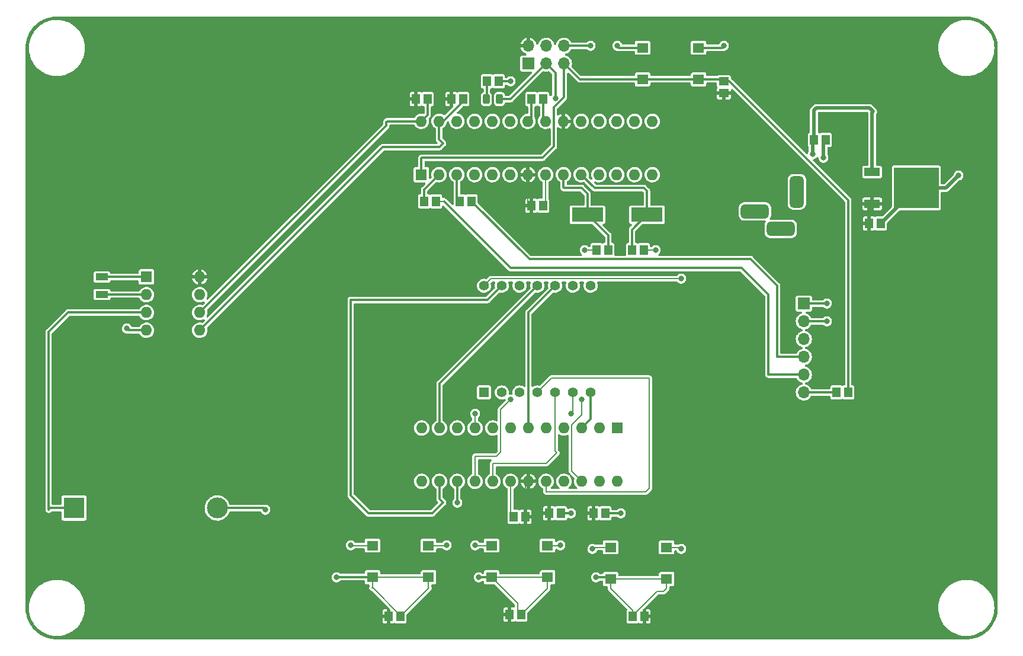
<source format=gbr>
%TF.GenerationSoftware,KiCad,Pcbnew,(6.0.5)*%
%TF.CreationDate,2022-07-26T14:11:09-07:00*%
%TF.ProjectId,Final schematic,46696e61-6c20-4736-9368-656d61746963,rev?*%
%TF.SameCoordinates,PX4b17a20PY8a12ae0*%
%TF.FileFunction,Copper,L1,Top*%
%TF.FilePolarity,Positive*%
%FSLAX46Y46*%
G04 Gerber Fmt 4.6, Leading zero omitted, Abs format (unit mm)*
G04 Created by KiCad (PCBNEW (6.0.5)) date 2022-07-26 14:11:09*
%MOMM*%
%LPD*%
G01*
G04 APERTURE LIST*
G04 Aperture macros list*
%AMRoundRect*
0 Rectangle with rounded corners*
0 $1 Rounding radius*
0 $2 $3 $4 $5 $6 $7 $8 $9 X,Y pos of 4 corners*
0 Add a 4 corners polygon primitive as box body*
4,1,4,$2,$3,$4,$5,$6,$7,$8,$9,$2,$3,0*
0 Add four circle primitives for the rounded corners*
1,1,$1+$1,$2,$3*
1,1,$1+$1,$4,$5*
1,1,$1+$1,$6,$7*
1,1,$1+$1,$8,$9*
0 Add four rect primitives between the rounded corners*
20,1,$1+$1,$2,$3,$4,$5,0*
20,1,$1+$1,$4,$5,$6,$7,0*
20,1,$1+$1,$6,$7,$8,$9,0*
20,1,$1+$1,$8,$9,$2,$3,0*%
G04 Aperture macros list end*
%TA.AperFunction,SMDPad,CuDef*%
%ADD10R,1.150000X1.400000*%
%TD*%
%TA.AperFunction,ComponentPad*%
%ADD11R,1.700000X1.700000*%
%TD*%
%TA.AperFunction,ComponentPad*%
%ADD12O,1.700000X1.700000*%
%TD*%
%TA.AperFunction,SMDPad,CuDef*%
%ADD13R,2.200000X1.200000*%
%TD*%
%TA.AperFunction,SMDPad,CuDef*%
%ADD14R,6.400000X5.800000*%
%TD*%
%TA.AperFunction,SMDPad,CuDef*%
%ADD15R,1.600000X1.400000*%
%TD*%
%TA.AperFunction,SMDPad,CuDef*%
%ADD16R,1.400000X1.150000*%
%TD*%
%TA.AperFunction,SMDPad,CuDef*%
%ADD17RoundRect,0.243750X-0.243750X-0.456250X0.243750X-0.456250X0.243750X0.456250X-0.243750X0.456250X0*%
%TD*%
%TA.AperFunction,ComponentPad*%
%ADD18R,1.400000X1.400000*%
%TD*%
%TA.AperFunction,ComponentPad*%
%ADD19C,1.400000*%
%TD*%
%TA.AperFunction,ComponentPad*%
%ADD20R,1.600000X1.600000*%
%TD*%
%TA.AperFunction,ComponentPad*%
%ADD21O,1.600000X1.600000*%
%TD*%
%TA.AperFunction,ComponentPad*%
%ADD22R,3.000000X3.000000*%
%TD*%
%TA.AperFunction,ComponentPad*%
%ADD23C,3.000000*%
%TD*%
%TA.AperFunction,SMDPad,CuDef*%
%ADD24R,4.500000X2.000000*%
%TD*%
%TA.AperFunction,SMDPad,CuDef*%
%ADD25R,1.800000X1.000000*%
%TD*%
%TA.AperFunction,ComponentPad*%
%ADD26RoundRect,0.500000X0.500000X-1.750000X0.500000X1.750000X-0.500000X1.750000X-0.500000X-1.750000X0*%
%TD*%
%TA.AperFunction,ComponentPad*%
%ADD27RoundRect,0.500000X1.500000X0.500000X-1.500000X0.500000X-1.500000X-0.500000X1.500000X-0.500000X0*%
%TD*%
%TA.AperFunction,ViaPad*%
%ADD28C,0.812800*%
%TD*%
%TA.AperFunction,Conductor*%
%ADD29C,0.304800*%
%TD*%
%TA.AperFunction,Conductor*%
%ADD30C,0.203200*%
%TD*%
%TA.AperFunction,Conductor*%
%ADD31C,0.508000*%
%TD*%
G04 APERTURE END LIST*
D10*
%TO.P,C2,1*%
%TO.N,RESET*%
X119380000Y35560000D03*
%TO.P,C2,2*%
%TO.N,Net-(C2-Pad2)*%
X117680000Y35560000D03*
%TD*%
%TO.P,C7,1*%
%TO.N,Net-(C7-Pad1)*%
X88470000Y55900000D03*
%TO.P,C7,2*%
%TO.N,GND*%
X90170000Y55900000D03*
%TD*%
D11*
%TO.P,J3,1,Pin_1*%
%TO.N,MISO*%
X73660000Y82550000D03*
D12*
%TO.P,J3,2,Pin_2*%
%TO.N,VCC*%
X73660000Y85090000D03*
%TO.P,J3,3,Pin_3*%
%TO.N,LED_SCK*%
X76200000Y82550000D03*
%TO.P,J3,4,Pin_4*%
%TO.N,MOSI*%
X76200000Y85090000D03*
%TO.P,J3,5,Pin_5*%
%TO.N,RESET*%
X78740000Y82550000D03*
%TO.P,J3,6,Pin_6*%
%TO.N,GND*%
X78740000Y85090000D03*
%TD*%
D13*
%TO.P,U2,1,IN*%
%TO.N,Net-(C3-Pad1)*%
X122800000Y67050000D03*
D14*
%TO.P,U2,2,GND*%
%TO.N,GND*%
X129100000Y64770000D03*
D13*
%TO.P,U2,3,OUT*%
%TO.N,VCC*%
X122800000Y62490000D03*
%TD*%
D10*
%TO.P,C1,1*%
%TO.N,Net-(C1-Pad1)*%
X75780000Y77470000D03*
%TO.P,C1,2*%
%TO.N,GND*%
X74080000Y77470000D03*
%TD*%
D11*
%TO.P,J2,1,Pin_1*%
%TO.N,GND*%
X113030000Y48260000D03*
D12*
%TO.P,J2,2,Pin_2*%
X113030000Y45720000D03*
%TO.P,J2,3,Pin_3*%
%TO.N,unconnected-(J2-Pad3)*%
X113030000Y43180000D03*
%TO.P,J2,4,Pin_4*%
%TO.N,Net-(J2-Pad4)*%
X113030000Y40640000D03*
%TO.P,J2,5,Pin_5*%
%TO.N,Net-(J2-Pad5)*%
X113030000Y38100000D03*
%TO.P,J2,6,Pin_6*%
%TO.N,Net-(C2-Pad2)*%
X113030000Y35560000D03*
%TD*%
D15*
%TO.P,SW3,1,A*%
%TO.N,GND*%
X68390000Y13680000D03*
%TO.P,SW3,2,A*%
X76390000Y13680000D03*
%TO.P,SW3,3,B*%
%TO.N,BTN_SEL*%
X68390000Y9180000D03*
%TO.P,SW3,4,B*%
X76390000Y9180000D03*
%TD*%
D10*
%TO.P,R6,1*%
%TO.N,VCC*%
X73240000Y17780000D03*
%TO.P,R6,2*%
%TO.N,Net-(R6-Pad2)*%
X71540000Y17780000D03*
%TD*%
D16*
%TO.P,R4,1*%
%TO.N,VCC*%
X101600000Y78310000D03*
%TO.P,R4,2*%
%TO.N,RESET*%
X101600000Y80010000D03*
%TD*%
D10*
%TO.P,C4,1*%
%TO.N,VCC*%
X74080000Y62230000D03*
%TO.P,C4,2*%
%TO.N,GND*%
X75780000Y62230000D03*
%TD*%
%TO.P,R7,1*%
%TO.N,VCC*%
X53672000Y3556000D03*
%TO.P,R7,2*%
%TO.N,BTN_DWN*%
X55372000Y3556000D03*
%TD*%
D17*
%TO.P,D1,1,K*%
%TO.N,Net-(D1-Pad1)*%
X67642500Y77470000D03*
%TO.P,D1,2,A*%
%TO.N,LED_SCK*%
X69517500Y77470000D03*
%TD*%
D10*
%TO.P,C9,1*%
%TO.N,VCC*%
X76620000Y18288000D03*
%TO.P,C9,2*%
%TO.N,GND*%
X78320000Y18288000D03*
%TD*%
D18*
%TO.P,DS1,1,E*%
%TO.N,Net-(DS1-Pad1)*%
X67310000Y35560000D03*
D19*
%TO.P,DS1,2,D*%
%TO.N,Net-(DS1-Pad2)*%
X69850000Y35560000D03*
%TO.P,DS1,3,DP*%
%TO.N,Net-(DS1-Pad3)*%
X72390000Y35560000D03*
%TO.P,DS1,4,C*%
%TO.N,Net-(DS1-Pad4)*%
X74930000Y35560000D03*
%TO.P,DS1,5,G*%
%TO.N,Net-(DS1-Pad5)*%
X77470000Y35560000D03*
%TO.P,DS1,6,COM_DIG.4*%
%TO.N,Net-(DS1-Pad6)*%
X80010000Y35560000D03*
%TO.P,DS1,7,COM_COLON*%
%TO.N,Net-(DS1-Pad7)*%
X82550000Y35560000D03*
%TO.P,DS1,8,COLON*%
%TO.N,Net-(DS1-Pad3)*%
X82550000Y50800000D03*
%TO.P,DS1,9,B*%
%TO.N,Net-(DS1-Pad9)*%
X80010000Y50800000D03*
%TO.P,DS1,10,COM_DIG.3*%
%TO.N,Net-(DS1-Pad10)*%
X77470000Y50800000D03*
%TO.P,DS1,11,COM_DIG.2*%
%TO.N,Net-(DS1-Pad11)*%
X74930000Y50800000D03*
%TO.P,DS1,12,F*%
%TO.N,Net-(DS1-Pad12)*%
X72390000Y50800000D03*
%TO.P,DS1,13,A*%
%TO.N,Net-(DS1-Pad13)*%
X69850000Y50800000D03*
%TO.P,DS1,14,COM_DIG.1*%
%TO.N,Net-(DS1-Pad14)*%
X67310000Y50800000D03*
%TD*%
D20*
%TO.P,U1,1,~{RESET}/PC6*%
%TO.N,RESET*%
X58350000Y66685000D03*
D21*
%TO.P,U1,2,RXD/PD0*%
%TO.N,RXD*%
X60890000Y66685000D03*
%TO.P,U1,3,TXD/PD1*%
%TO.N,TXD*%
X63430000Y66685000D03*
%TO.P,U1,4,INT0/PD2*%
%TO.N,BTN_DWN*%
X65970000Y66685000D03*
%TO.P,U1,5,INT1/PD3*%
%TO.N,BTN_SEL*%
X68510000Y66685000D03*
%TO.P,U1,6,PD4*%
%TO.N,BTN_UP*%
X71050000Y66685000D03*
%TO.P,U1,7,VCC*%
%TO.N,VCC*%
X73590000Y66685000D03*
%TO.P,U1,8,GND*%
%TO.N,GND*%
X76130000Y66685000D03*
%TO.P,U1,9,XTAL1/PB6*%
%TO.N,Net-(C6-Pad1)*%
X78670000Y66685000D03*
%TO.P,U1,10,XTAL2/PB7*%
%TO.N,Net-(C7-Pad1)*%
X81210000Y66685000D03*
%TO.P,U1,11,OC0B/PD5*%
%TO.N,unconnected-(U1-Pad11)*%
X83750000Y66685000D03*
%TO.P,U1,12,OC0A/PD6*%
%TO.N,unconnected-(U1-Pad12)*%
X86290000Y66685000D03*
%TO.P,U1,13,PD7*%
%TO.N,unconnected-(U1-Pad13)*%
X88830000Y66685000D03*
%TO.P,U1,14,PB0*%
%TO.N,DISP_LOAD*%
X91370000Y66685000D03*
%TO.P,U1,15,OC1A/PB1*%
%TO.N,DISP_CLK*%
X91370000Y74305000D03*
%TO.P,U1,16,OC1B/PB2*%
%TO.N,DISP_DATA*%
X88830000Y74305000D03*
%TO.P,U1,17,MOSI/PB3*%
%TO.N,MOSI*%
X86290000Y74305000D03*
%TO.P,U1,18,MISO/PB4*%
%TO.N,MISO*%
X83750000Y74305000D03*
%TO.P,U1,19,SCK/PB5*%
%TO.N,LED_SCK*%
X81210000Y74305000D03*
%TO.P,U1,20,AVCC*%
%TO.N,VCC*%
X78670000Y74305000D03*
%TO.P,U1,21,AREF*%
%TO.N,Net-(C1-Pad1)*%
X76130000Y74305000D03*
%TO.P,U1,22,GND*%
%TO.N,GND*%
X73590000Y74305000D03*
%TO.P,U1,23,ADC0/PC0*%
%TO.N,unconnected-(U1-Pad23)*%
X71050000Y74305000D03*
%TO.P,U1,24,ADC1/PC1*%
%TO.N,unconnected-(U1-Pad24)*%
X68510000Y74305000D03*
%TO.P,U1,25,ADC2/PC2*%
%TO.N,unconnected-(U1-Pad25)*%
X65970000Y74305000D03*
%TO.P,U1,26,ADC3/PC3*%
%TO.N,unconnected-(U1-Pad26)*%
X63430000Y74305000D03*
%TO.P,U1,27,SDA/PC4*%
%TO.N,SDA*%
X60890000Y74305000D03*
%TO.P,U1,28,SCL/PC5*%
%TO.N,SCL*%
X58350000Y74305000D03*
%TD*%
D10*
%TO.P,R10,1*%
%TO.N,VCC*%
X90258000Y3556000D03*
%TO.P,R10,2*%
%TO.N,BTN_UP*%
X88558000Y3556000D03*
%TD*%
%TO.P,R5,1*%
%TO.N,VCC*%
X62650000Y77470000D03*
%TO.P,R5,2*%
%TO.N,SDA*%
X64350000Y77470000D03*
%TD*%
D20*
%TO.P,U4,1,X1*%
%TO.N,Net-(U4-Pad1)*%
X19060000Y52060000D03*
D21*
%TO.P,U4,2,X2*%
%TO.N,Net-(U4-Pad2)*%
X19060000Y49520000D03*
%TO.P,U4,3,VBAT*%
%TO.N,Net-(BT1-Pad1)*%
X19060000Y46980000D03*
%TO.P,U4,4,GND*%
%TO.N,GND*%
X19060000Y44440000D03*
%TO.P,U4,5,SDA*%
%TO.N,SDA*%
X26680000Y44440000D03*
%TO.P,U4,6,SCL*%
%TO.N,SCL*%
X26680000Y46980000D03*
%TO.P,U4,7,SQW/OUT*%
%TO.N,unconnected-(U4-Pad7)*%
X26680000Y49520000D03*
%TO.P,U4,8,VCC*%
%TO.N,VCC*%
X26680000Y52060000D03*
%TD*%
D15*
%TO.P,SW1,1,A*%
%TO.N,GND*%
X89980000Y84800000D03*
%TO.P,SW1,2,A*%
X97980000Y84800000D03*
%TO.P,SW1,3,B*%
%TO.N,RESET*%
X89980000Y80300000D03*
%TO.P,SW1,4,B*%
X97980000Y80300000D03*
%TD*%
D10*
%TO.P,C5,1*%
%TO.N,GND*%
X124040000Y59690000D03*
%TO.P,C5,2*%
%TO.N,VCC*%
X122340000Y59690000D03*
%TD*%
D22*
%TO.P,BT1,1,+*%
%TO.N,Net-(BT1-Pad1)*%
X8706314Y19049983D03*
D23*
%TO.P,BT1,2,-*%
%TO.N,GND*%
X29196314Y19049983D03*
%TD*%
D15*
%TO.P,SW2,1,A*%
%TO.N,GND*%
X51372000Y13680000D03*
%TO.P,SW2,2,A*%
X59372000Y13680000D03*
%TO.P,SW2,3,B*%
%TO.N,BTN_DWN*%
X51372000Y9180000D03*
%TO.P,SW2,4,B*%
X59372000Y9180000D03*
%TD*%
D10*
%TO.P,R1,1*%
%TO.N,RXD*%
X58760000Y62865000D03*
%TO.P,R1,2*%
%TO.N,Net-(J2-Pad5)*%
X60460000Y62865000D03*
%TD*%
%TO.P,R2,1*%
%TO.N,TXD*%
X63840000Y62865000D03*
%TO.P,R2,2*%
%TO.N,Net-(J2-Pad4)*%
X65540000Y62865000D03*
%TD*%
D24*
%TO.P,Y1,1,1*%
%TO.N,Net-(C7-Pad1)*%
X90610000Y60960000D03*
%TO.P,Y1,2,2*%
%TO.N,Net-(C6-Pad1)*%
X82110000Y60960000D03*
%TD*%
D15*
%TO.P,SW4,1,A*%
%TO.N,GND*%
X85408000Y13426000D03*
%TO.P,SW4,2,A*%
X93408000Y13426000D03*
%TO.P,SW4,3,B*%
%TO.N,BTN_UP*%
X85408000Y8926000D03*
%TO.P,SW4,4,B*%
X93408000Y8926000D03*
%TD*%
D10*
%TO.P,R9,1*%
%TO.N,Net-(D1-Pad1)*%
X67730000Y80010000D03*
%TO.P,R9,2*%
%TO.N,GND*%
X69430000Y80010000D03*
%TD*%
D20*
%TO.P,U3,1,DIN*%
%TO.N,DISP_DATA*%
X86365000Y30480000D03*
D21*
%TO.P,U3,2,DIG_0*%
%TO.N,Net-(DS1-Pad14)*%
X83825000Y30480000D03*
%TO.P,U3,3,DIG_4*%
%TO.N,Net-(DS1-Pad7)*%
X81285000Y30480000D03*
%TO.P,U3,4,GND*%
%TO.N,GND*%
X78745000Y30480000D03*
%TO.P,U3,5,DIG_6*%
%TO.N,unconnected-(U3-Pad5)*%
X76205000Y30480000D03*
%TO.P,U3,6,DIG_2*%
%TO.N,Net-(DS1-Pad10)*%
X73665000Y30480000D03*
%TO.P,U3,7,DIG_3*%
%TO.N,Net-(DS1-Pad6)*%
X71125000Y30480000D03*
%TO.P,U3,8,DIG_7*%
%TO.N,unconnected-(U3-Pad8)*%
X68585000Y30480000D03*
%TO.P,U3,9,GND*%
%TO.N,GND*%
X66045000Y30480000D03*
%TO.P,U3,10,DIG_5*%
%TO.N,unconnected-(U3-Pad10)*%
X63505000Y30480000D03*
%TO.P,U3,11,DIG_1*%
%TO.N,Net-(DS1-Pad11)*%
X60965000Y30480000D03*
%TO.P,U3,12,LOAD*%
%TO.N,DISP_LOAD*%
X58425000Y30480000D03*
%TO.P,U3,13,CLK*%
%TO.N,DISP_CLK*%
X58425000Y22860000D03*
%TO.P,U3,14,SEG_A*%
%TO.N,Net-(DS1-Pad13)*%
X60965000Y22860000D03*
%TO.P,U3,15,SEG_F*%
%TO.N,Net-(DS1-Pad12)*%
X63505000Y22860000D03*
%TO.P,U3,16,SEG_B*%
%TO.N,Net-(DS1-Pad9)*%
X66045000Y22860000D03*
%TO.P,U3,17,SEG_G*%
%TO.N,Net-(DS1-Pad5)*%
X68585000Y22860000D03*
%TO.P,U3,18,ISET*%
%TO.N,Net-(R6-Pad2)*%
X71125000Y22860000D03*
%TO.P,U3,19,V+*%
%TO.N,VCC*%
X73665000Y22860000D03*
%TO.P,U3,20,SEG_C*%
%TO.N,Net-(DS1-Pad4)*%
X76205000Y22860000D03*
%TO.P,U3,21,SEG_E*%
%TO.N,Net-(DS1-Pad1)*%
X78745000Y22860000D03*
%TO.P,U3,22,SEG_DP*%
%TO.N,Net-(DS1-Pad3)*%
X81285000Y22860000D03*
%TO.P,U3,23,SEG_D*%
%TO.N,Net-(DS1-Pad2)*%
X83825000Y22860000D03*
%TO.P,U3,24,DOUT*%
%TO.N,unconnected-(U3-Pad24)*%
X86365000Y22860000D03*
%TD*%
D25*
%TO.P,Y2,1,1*%
%TO.N,Net-(U4-Pad2)*%
X12700000Y49550000D03*
%TO.P,Y2,2,2*%
%TO.N,Net-(U4-Pad1)*%
X12700000Y52050000D03*
%TD*%
D10*
%TO.P,R8,1*%
%TO.N,VCC*%
X70944000Y3810000D03*
%TO.P,R8,2*%
%TO.N,BTN_SEL*%
X72644000Y3810000D03*
%TD*%
%TO.P,C6,1*%
%TO.N,Net-(C6-Pad1)*%
X85090000Y55900000D03*
%TO.P,C6,2*%
%TO.N,GND*%
X83390000Y55900000D03*
%TD*%
%TO.P,R3,1*%
%TO.N,VCC*%
X57570000Y77470000D03*
%TO.P,R3,2*%
%TO.N,SCL*%
X59270000Y77470000D03*
%TD*%
%TO.P,C3,1*%
%TO.N,Net-(C3-Pad1)*%
X114466000Y71628000D03*
%TO.P,C3,2*%
%TO.N,GND*%
X116166000Y71628000D03*
%TD*%
%TO.P,C8,1*%
%TO.N,GND*%
X84670000Y18288000D03*
%TO.P,C8,2*%
%TO.N,VCC*%
X82970000Y18288000D03*
%TD*%
D26*
%TO.P,J1,1,POLE*%
%TO.N,Net-(C3-Pad1)*%
X112028000Y64228000D03*
D27*
%TO.P,J1,2,OUT*%
%TO.N,GND*%
X109728000Y58928000D03*
%TO.P,J1,3,OUT*%
%TO.N,unconnected-(J1-Pad3)*%
X106028000Y61428000D03*
%TD*%
D28*
%TO.N,GND*%
X101600000Y85090000D03*
X135128000Y66548000D03*
X78232000Y13716000D03*
X48260000Y13716000D03*
X61976000Y13716000D03*
X79756000Y18288000D03*
X116332000Y45720000D03*
X86360000Y85090000D03*
X82804000Y13208000D03*
X71120000Y80010000D03*
X95504000Y13208000D03*
X86868000Y18288000D03*
X66040000Y32512000D03*
X81700000Y55900000D03*
X16256000Y44704000D03*
X82550000Y85090000D03*
X116332000Y48260000D03*
X36068000Y18796000D03*
X91860000Y55900000D03*
X66040000Y13716000D03*
X115824000Y69088000D03*
%TO.N,Net-(C3-Pad1)*%
X114300000Y69596000D03*
%TO.N,VCC*%
X120904000Y52324000D03*
X117856000Y52324000D03*
X120904000Y53848000D03*
X117856000Y53848000D03*
X117856000Y56388000D03*
X120904000Y56388000D03*
X120904000Y50800000D03*
X117856000Y50800000D03*
%TO.N,Net-(DS1-Pad3)*%
X81280000Y34544000D03*
%TO.N,Net-(DS1-Pad6)*%
X79756000Y32512000D03*
%TO.N,Net-(DS1-Pad9)*%
X71120000Y34544000D03*
%TO.N,Net-(DS1-Pad12)*%
X63500000Y19812000D03*
%TO.N,Net-(DS1-Pad14)*%
X95504000Y51816000D03*
%TO.N,LED_SCK*%
X77536076Y77597000D03*
%TO.N,BTN_DWN*%
X46228000Y9144000D03*
%TO.N,BTN_SEL*%
X66548000Y9144000D03*
%TO.N,BTN_UP*%
X83312000Y9144000D03*
%TD*%
D29*
%TO.N,Net-(BT1-Pad1)*%
X19060000Y46980000D02*
X7864000Y46980000D01*
X5080000Y44196000D02*
X5080000Y18796000D01*
X5333983Y19049983D02*
X8706314Y19049983D01*
X7863992Y46979992D02*
X5080000Y44196000D01*
X5080000Y18796000D02*
X5333983Y19049983D01*
D30*
%TO.N,GND*%
X66045000Y30480000D02*
X66045000Y32507000D01*
X78196000Y13680000D02*
X78232000Y13716000D01*
X90170000Y55900000D02*
X91860000Y55900000D01*
X93408000Y13426000D02*
X95286000Y13426000D01*
D31*
X115824000Y69088000D02*
X115824000Y71286000D01*
D30*
X66076000Y13680000D02*
X66040000Y13716000D01*
D31*
X129100000Y64770000D02*
X133350000Y64770000D01*
D30*
X85408000Y13426000D02*
X83022000Y13426000D01*
D29*
X89980000Y84800000D02*
X86650000Y84800000D01*
D30*
X76390000Y13680000D02*
X78196000Y13680000D01*
D29*
X78740000Y85090000D02*
X82550000Y85090000D01*
D30*
X59372000Y13680000D02*
X61940000Y13680000D01*
D29*
X74080000Y77470000D02*
X74080000Y74795000D01*
X84670000Y18288000D02*
X86868000Y18288000D01*
X97980000Y84800000D02*
X101310000Y84800000D01*
D30*
X66045000Y32507000D02*
X66040000Y32512000D01*
D31*
X124040000Y59710000D02*
X129100000Y64770000D01*
D29*
X74080000Y74795000D02*
X73590000Y74305000D01*
X113030000Y48260000D02*
X116332000Y48260000D01*
X29196314Y19049983D02*
X35814017Y19049983D01*
D30*
X76130000Y62580000D02*
X75780000Y62230000D01*
X48296000Y13680000D02*
X48260000Y13716000D01*
D29*
X69430000Y80010000D02*
X71120000Y80010000D01*
D30*
X83390000Y55900000D02*
X81700000Y55900000D01*
X76130000Y66685000D02*
X76130000Y62580000D01*
X68390000Y13680000D02*
X66076000Y13680000D01*
D29*
X35814017Y19049983D02*
X36068000Y18796000D01*
D31*
X133350000Y64770000D02*
X135128000Y66548000D01*
X124040000Y59690000D02*
X124040000Y59710000D01*
D30*
X83022000Y13426000D02*
X82804000Y13208000D01*
D29*
X19060000Y44440000D02*
X16520000Y44440000D01*
D30*
X95286000Y13426000D02*
X95504000Y13208000D01*
D29*
X101310000Y84800000D02*
X101600000Y85090000D01*
X86650000Y84800000D02*
X86360000Y85090000D01*
D30*
X61940000Y13680000D02*
X61976000Y13716000D01*
X51372000Y13680000D02*
X48296000Y13680000D01*
D31*
X115824000Y71286000D02*
X116166000Y71628000D01*
D29*
X78320000Y18288000D02*
X79756000Y18288000D01*
X16520000Y44440000D02*
X16256000Y44704000D01*
X113030000Y45720000D02*
X116332000Y45720000D01*
%TO.N,Net-(C1-Pad1)*%
X75780000Y74655000D02*
X76130000Y74305000D01*
X75780000Y77470000D02*
X75780000Y74655000D01*
%TO.N,RESET*%
X78740000Y82550000D02*
X78740000Y77724000D01*
X77285111Y76269111D02*
X77285111Y70681111D01*
X97980000Y80300000D02*
X101310000Y80300000D01*
X78740000Y77724000D02*
X77285111Y76269111D01*
X58420000Y69088000D02*
X58350000Y69018000D01*
X119380000Y62992000D02*
X102362000Y80010000D01*
X78740000Y82550000D02*
X80990000Y80300000D01*
X101310000Y80300000D02*
X101600000Y80010000D01*
X77285111Y70681111D02*
X75692000Y69088000D01*
X102362000Y80010000D02*
X101600000Y80010000D01*
X89980000Y80300000D02*
X97980000Y80300000D01*
X80990000Y80300000D02*
X89980000Y80300000D01*
X58350000Y69018000D02*
X58350000Y66685000D01*
X75692000Y69088000D02*
X58420000Y69088000D01*
X119380000Y35560000D02*
X119380000Y62992000D01*
%TO.N,Net-(C2-Pad2)*%
X113030000Y35560000D02*
X117680000Y35560000D01*
D31*
%TO.N,Net-(C3-Pad1)*%
X114808000Y76200000D02*
X122428000Y76200000D01*
X122428000Y76200000D02*
X122936000Y75692000D01*
X114300000Y71462000D02*
X114466000Y71628000D01*
X122800000Y75556000D02*
X122800000Y67050000D01*
X114300000Y69596000D02*
X114300000Y71462000D01*
X114466000Y75858000D02*
X114808000Y76200000D01*
X114466000Y71628000D02*
X114466000Y75858000D01*
X122936000Y75692000D02*
X122800000Y75556000D01*
D29*
%TO.N,VCC*%
X54102000Y77470000D02*
X57570000Y77470000D01*
X26680000Y52060000D02*
X28692000Y52060000D01*
X28692000Y52060000D02*
X54102000Y77470000D01*
D30*
X73590000Y66685000D02*
X73590000Y62720000D01*
D31*
X122340000Y62030000D02*
X122800000Y62490000D01*
D30*
X73590000Y62720000D02*
X74080000Y62230000D01*
X73240000Y22435000D02*
X73665000Y22860000D01*
D31*
X122340000Y59690000D02*
X122340000Y62030000D01*
D30*
X73240000Y17780000D02*
X73240000Y22435000D01*
D29*
%TO.N,Net-(C6-Pad1)*%
X78670000Y66685000D02*
X78670000Y64840000D01*
X81280000Y64770000D02*
X82110000Y63940000D01*
X82110000Y63940000D02*
X82110000Y60960000D01*
X85090000Y57980000D02*
X85090000Y55900000D01*
X78670000Y64840000D02*
X78740000Y64770000D01*
X82110000Y60960000D02*
X85090000Y57980000D01*
X78740000Y64770000D02*
X81280000Y64770000D01*
%TO.N,Net-(C7-Pad1)*%
X83125000Y64770000D02*
X90170000Y64770000D01*
X90610000Y60960000D02*
X88470000Y58820000D01*
X81210000Y66685000D02*
X83125000Y64770000D01*
X90170000Y64770000D02*
X90610000Y64330000D01*
X90610000Y64330000D02*
X90610000Y60960000D01*
X88470000Y58820000D02*
X88470000Y55900000D01*
D30*
%TO.N,Net-(DS1-Pad3)*%
X81280000Y34544000D02*
X81280000Y32368111D01*
X79849311Y30937422D02*
X79849311Y24295689D01*
X79849311Y24295689D02*
X81285000Y22860000D01*
X81280000Y32368111D02*
X79849311Y30937422D01*
%TO.N,Net-(DS1-Pad4)*%
X76962000Y37592000D02*
X90932000Y37592000D01*
X76200000Y21336000D02*
X76205000Y21341000D01*
X90932000Y37592000D02*
X90932000Y21844000D01*
X74930000Y35560000D02*
X76962000Y37592000D01*
X90424000Y21336000D02*
X76200000Y21336000D01*
X90932000Y21844000D02*
X90424000Y21336000D01*
X76205000Y21341000D02*
X76205000Y22860000D01*
%TO.N,Net-(DS1-Pad5)*%
X77470000Y35560000D02*
X77470000Y27178000D01*
X76200000Y25400000D02*
X68580000Y25400000D01*
X68585000Y25395000D02*
X68585000Y22860000D01*
X68580000Y25400000D02*
X68585000Y25395000D01*
X77724000Y26924000D02*
X76200000Y25400000D01*
X77470000Y27178000D02*
X77724000Y26924000D01*
%TO.N,Net-(DS1-Pad6)*%
X79756000Y32512000D02*
X80010000Y32766000D01*
X80010000Y32766000D02*
X80010000Y35560000D01*
D29*
%TO.N,Net-(DS1-Pad7)*%
X82550000Y31745000D02*
X81285000Y30480000D01*
X82550000Y35560000D02*
X82550000Y31745000D01*
D30*
%TO.N,Net-(DS1-Pad9)*%
X69088000Y26416000D02*
X66040000Y26416000D01*
X66045000Y26411000D02*
X66045000Y22860000D01*
X69689311Y27017311D02*
X69088000Y26416000D01*
X71120000Y34544000D02*
X69689311Y33113311D01*
X66040000Y26416000D02*
X66045000Y26411000D01*
X69689311Y33113311D02*
X69689311Y27017311D01*
D29*
%TO.N,Net-(DS1-Pad10)*%
X77470000Y50800000D02*
X73665000Y46995000D01*
X73665000Y46995000D02*
X73665000Y30480000D01*
%TO.N,Net-(DS1-Pad11)*%
X60965000Y36835000D02*
X60965000Y30480000D01*
X74930000Y50800000D02*
X60965000Y36835000D01*
%TO.N,Net-(DS1-Pad12)*%
X63500000Y19812000D02*
X63505000Y19817000D01*
X63505000Y19817000D02*
X63505000Y22860000D01*
%TO.N,Net-(DS1-Pad13)*%
X69850000Y50800000D02*
X67818000Y48768000D01*
X59944000Y18288000D02*
X61468000Y19812000D01*
X48260000Y20828000D02*
X50800000Y18288000D01*
X50800000Y18288000D02*
X59944000Y18288000D01*
X61468000Y19812000D02*
X60965000Y20315000D01*
X67818000Y48768000D02*
X48260000Y48768000D01*
X60965000Y20315000D02*
X60965000Y22860000D01*
X48260000Y48768000D02*
X48260000Y20828000D01*
D30*
%TO.N,Net-(DS1-Pad14)*%
X67310000Y50800000D02*
X68314311Y51804311D01*
X95492311Y51804311D02*
X95504000Y51816000D01*
X68314311Y51804311D02*
X95492311Y51804311D01*
D29*
%TO.N,Net-(J2-Pad5)*%
X61595000Y62865000D02*
X71120000Y53340000D01*
X104140000Y53340000D02*
X107950000Y49530000D01*
X107950000Y49530000D02*
X107950000Y38100000D01*
X107950000Y38100000D02*
X113030000Y38100000D01*
D30*
X60460000Y62865000D02*
X61595000Y62865000D01*
D29*
X71120000Y53340000D02*
X104140000Y53340000D01*
%TO.N,Net-(J2-Pad4)*%
X65540000Y62865000D02*
X73795000Y54610000D01*
X109220000Y50800000D02*
X109220000Y40640000D01*
X105410000Y54610000D02*
X109220000Y50800000D01*
X109220000Y40640000D02*
X113030000Y40640000D01*
X73795000Y54610000D02*
X105410000Y54610000D01*
%TO.N,LED_SCK*%
X69517500Y77470000D02*
X71120000Y77470000D01*
X76200000Y82550000D02*
X77536076Y81213924D01*
X71120000Y77470000D02*
X76200000Y82550000D01*
X77536076Y81213924D02*
X77536076Y77597000D01*
%TO.N,RXD*%
X58760000Y64555000D02*
X58760000Y62865000D01*
X60890000Y66685000D02*
X58760000Y64555000D01*
D30*
%TO.N,TXD*%
X63430000Y63275000D02*
X63840000Y62865000D01*
D29*
X63430000Y66685000D02*
X63430000Y63275000D01*
%TO.N,SCL*%
X53340000Y73640000D02*
X53340000Y74168000D01*
X59270000Y75225000D02*
X58350000Y74305000D01*
X53477000Y74305000D02*
X58350000Y74305000D01*
X26680000Y46980000D02*
X53340000Y73640000D01*
X53340000Y74168000D02*
X53477000Y74305000D01*
X59270000Y77470000D02*
X59270000Y75225000D01*
%TO.N,SDA*%
X64350000Y77184778D02*
X64350000Y77470000D01*
X26680000Y44440000D02*
X52852000Y70612000D01*
X60960000Y70612000D02*
X61468000Y71120000D01*
X61468000Y71120000D02*
X60890000Y71698000D01*
X61470222Y74305000D02*
X64350000Y77184778D01*
X60890000Y71698000D02*
X60890000Y74305000D01*
X52852000Y70612000D02*
X60960000Y70612000D01*
X60890000Y74305000D02*
X61470222Y74305000D01*
D30*
%TO.N,Net-(R6-Pad2)*%
X71125000Y18195000D02*
X71540000Y17780000D01*
X71125000Y22860000D02*
X71125000Y18195000D01*
%TO.N,BTN_DWN*%
X59436000Y7620000D02*
X59372000Y7684000D01*
X51372000Y9180000D02*
X59372000Y9180000D01*
D29*
X46228000Y9144000D02*
X46264000Y9180000D01*
D30*
X51433000Y7620000D02*
X51308000Y7620000D01*
X55372000Y3556000D02*
X55372000Y3681000D01*
X55372000Y3681000D02*
X51433000Y7620000D01*
D29*
X46264000Y9180000D02*
X51372000Y9180000D01*
D30*
X59372000Y7684000D02*
X59372000Y9180000D01*
X51308000Y7620000D02*
X51372000Y7684000D01*
X51372000Y7684000D02*
X51372000Y9180000D01*
X55372000Y3556000D02*
X59436000Y7620000D01*
%TO.N,BTN_SEL*%
X72390000Y3810000D02*
X72644000Y3810000D01*
X68390000Y9180000D02*
X76390000Y9180000D01*
X76390000Y9180000D02*
X76390000Y7556000D01*
X68390000Y9180000D02*
X72136000Y5434000D01*
X76390000Y7556000D02*
X72644000Y3810000D01*
X72136000Y4064000D02*
X72390000Y3810000D01*
X72136000Y5434000D02*
X72136000Y4064000D01*
D29*
X66548000Y9144000D02*
X68354000Y9144000D01*
X68354000Y9144000D02*
X68390000Y9180000D01*
D30*
%TO.N,BTN_UP*%
X88558000Y4406000D02*
X88558000Y3556000D01*
D29*
X85190000Y9144000D02*
X85408000Y8926000D01*
D30*
X93408000Y7556000D02*
X93408000Y8926000D01*
X91989000Y7112000D02*
X92964000Y7112000D01*
X85408000Y8926000D02*
X93408000Y8926000D01*
D29*
X83312000Y9144000D02*
X85190000Y9144000D01*
D30*
X85408000Y7556000D02*
X88558000Y4406000D01*
X88558000Y3681000D02*
X91989000Y7112000D01*
X88558000Y3556000D02*
X88558000Y3681000D01*
X85408000Y8926000D02*
X85408000Y7556000D01*
X92964000Y7112000D02*
X93408000Y7556000D01*
D29*
%TO.N,Net-(U4-Pad1)*%
X19050000Y52050000D02*
X19060000Y52060000D01*
X12700000Y52050000D02*
X19050000Y52050000D01*
%TO.N,Net-(U4-Pad2)*%
X19030000Y49550000D02*
X19060000Y49520000D01*
X12700000Y49550000D02*
X19030000Y49550000D01*
%TO.N,Net-(D1-Pad1)*%
X67730000Y77557500D02*
X67642500Y77470000D01*
X67730000Y80010000D02*
X67730000Y77557500D01*
%TD*%
%TA.AperFunction,Conductor*%
%TO.N,VCC*%
G36*
X136231779Y89269726D02*
G01*
X136243234Y89267942D01*
X136243237Y89267942D01*
X136253724Y89266309D01*
X136264254Y89267686D01*
X136272196Y89268724D01*
X136298013Y89269840D01*
X136452144Y89263111D01*
X136644968Y89254691D01*
X136657905Y89253560D01*
X136845701Y89228836D01*
X137033490Y89204113D01*
X137046291Y89201856D01*
X137416130Y89119865D01*
X137428686Y89116501D01*
X137789979Y89002585D01*
X137802194Y88998139D01*
X138152179Y88853171D01*
X138163948Y88847684D01*
X138499989Y88672752D01*
X138511239Y88666256D01*
X138526429Y88656579D01*
X138830738Y88462713D01*
X138841373Y88455266D01*
X138937798Y88381277D01*
X139141921Y88224648D01*
X139151879Y88216292D01*
X139431174Y87960365D01*
X139440365Y87951174D01*
X139696292Y87671879D01*
X139704648Y87661921D01*
X139918326Y87383451D01*
X139935262Y87361379D01*
X139942717Y87350732D01*
X140146256Y87031239D01*
X140152752Y87019989D01*
X140327684Y86683948D01*
X140333171Y86672179D01*
X140478139Y86322194D01*
X140482585Y86309979D01*
X140596501Y85948686D01*
X140599865Y85936130D01*
X140681856Y85566291D01*
X140684113Y85553490D01*
X140699864Y85433849D01*
X140733156Y85180975D01*
X140733559Y85177911D01*
X140734692Y85164962D01*
X140749503Y84825731D01*
X140747955Y84797832D01*
X140747942Y84796764D01*
X140746309Y84786276D01*
X140748019Y84773199D01*
X140750242Y84756198D01*
X140751500Y84736879D01*
X140751500Y4831145D01*
X140749726Y4808221D01*
X140748095Y4797743D01*
X140746309Y4786276D01*
X140747686Y4775746D01*
X140748724Y4767804D01*
X140749840Y4741987D01*
X140747785Y4694922D01*
X140735721Y4418600D01*
X140734692Y4395038D01*
X140733560Y4382095D01*
X140708836Y4194300D01*
X140684113Y4006510D01*
X140681856Y3993709D01*
X140599865Y3623870D01*
X140596501Y3611314D01*
X140482585Y3250021D01*
X140478139Y3237806D01*
X140333171Y2887821D01*
X140327684Y2876052D01*
X140158838Y2551702D01*
X140152756Y2540018D01*
X140146256Y2528761D01*
X139942717Y2209268D01*
X139935262Y2198621D01*
X139704648Y1898079D01*
X139696292Y1888121D01*
X139440365Y1608826D01*
X139431174Y1599635D01*
X139151879Y1343708D01*
X139141921Y1335352D01*
X138991650Y1220045D01*
X138841373Y1104734D01*
X138830738Y1097287D01*
X138724811Y1029804D01*
X138511239Y893744D01*
X138499989Y887248D01*
X138163948Y712316D01*
X138152179Y706829D01*
X137802194Y561861D01*
X137789979Y557415D01*
X137428686Y443499D01*
X137416130Y440135D01*
X137046291Y358144D01*
X137033490Y355887D01*
X136845701Y331164D01*
X136657905Y306440D01*
X136644969Y305309D01*
X136424825Y295697D01*
X136305731Y290497D01*
X136277832Y292045D01*
X136276764Y292058D01*
X136266276Y293691D01*
X136243163Y290669D01*
X136236198Y289758D01*
X136216879Y288500D01*
X6311145Y288500D01*
X6288221Y290274D01*
X6276766Y292058D01*
X6276763Y292058D01*
X6266276Y293691D01*
X6255746Y292314D01*
X6247804Y291276D01*
X6221987Y290160D01*
X6067856Y296889D01*
X5875032Y305309D01*
X5862095Y306440D01*
X5674299Y331164D01*
X5486510Y355887D01*
X5473709Y358144D01*
X5103870Y440135D01*
X5091314Y443499D01*
X4730021Y557415D01*
X4717806Y561861D01*
X4367821Y706829D01*
X4356052Y712316D01*
X4020011Y887248D01*
X4008761Y893744D01*
X3795189Y1029804D01*
X3689262Y1097287D01*
X3678627Y1104734D01*
X3528350Y1220045D01*
X3378079Y1335352D01*
X3368121Y1343708D01*
X3088826Y1599635D01*
X3079635Y1608826D01*
X2823708Y1888121D01*
X2815352Y1898079D01*
X2584738Y2198621D01*
X2577283Y2209268D01*
X2373744Y2528761D01*
X2367244Y2540018D01*
X2361162Y2551702D01*
X2192316Y2876052D01*
X2186829Y2887821D01*
X2041861Y3237806D01*
X2037415Y3250021D01*
X1923499Y3611314D01*
X1920135Y3623870D01*
X1838144Y3993709D01*
X1835887Y4006510D01*
X1811164Y4194300D01*
X1786440Y4382095D01*
X1785308Y4395038D01*
X1784280Y4418600D01*
X1770667Y4730368D01*
X1772247Y4756022D01*
X1772107Y4756035D01*
X1772557Y4761051D01*
X1772590Y4761590D01*
X1773576Y4767448D01*
X1773729Y4780000D01*
X1771727Y4793981D01*
X2254883Y4793981D01*
X2255060Y4790227D01*
X2255060Y4790221D01*
X2260308Y4678950D01*
X2273974Y4389167D01*
X2274530Y4385444D01*
X2274531Y4385438D01*
X2308151Y4160486D01*
X2333876Y3988354D01*
X2334806Y3984704D01*
X2334807Y3984701D01*
X2378281Y3814145D01*
X2433975Y3595648D01*
X2573248Y3215067D01*
X2750268Y2850509D01*
X2784399Y2795247D01*
X2932470Y2555500D01*
X2963223Y2505706D01*
X3209932Y2184188D01*
X3212511Y2181451D01*
X3212518Y2181443D01*
X3397991Y1984625D01*
X3487869Y1889249D01*
X3592282Y1798804D01*
X3791330Y1626382D01*
X3791336Y1626377D01*
X3794189Y1623906D01*
X3797281Y1621733D01*
X4122668Y1393046D01*
X4122676Y1393041D01*
X4125755Y1390877D01*
X4129043Y1389032D01*
X4129046Y1389030D01*
X4475877Y1194397D01*
X4475887Y1194392D01*
X4479173Y1192548D01*
X4482632Y1191044D01*
X4482638Y1191041D01*
X4524979Y1172631D01*
X4850825Y1030950D01*
X5236904Y907736D01*
X5240593Y906959D01*
X5240599Y906957D01*
X5408773Y871517D01*
X5633458Y824169D01*
X5637203Y823769D01*
X5637208Y823768D01*
X6032681Y781504D01*
X6032688Y781504D01*
X6036427Y781104D01*
X6040185Y781084D01*
X6040191Y781084D01*
X6270065Y779881D01*
X6441685Y778982D01*
X6445441Y779344D01*
X6445448Y779344D01*
X6841335Y817464D01*
X6841337Y817464D01*
X6845083Y817825D01*
X7192491Y887244D01*
X7238798Y896497D01*
X7238799Y896497D01*
X7242491Y897235D01*
X7468800Y966857D01*
X7626238Y1015291D01*
X7626241Y1015292D01*
X7629839Y1016399D01*
X8003162Y1174096D01*
X8034113Y1191041D01*
X8297700Y1335352D01*
X8358637Y1368714D01*
X8390885Y1390877D01*
X8689513Y1596117D01*
X8689520Y1596122D01*
X8692626Y1598257D01*
X8725790Y1626382D01*
X8998838Y1857944D01*
X8998839Y1857945D01*
X9001708Y1860378D01*
X9032140Y1892001D01*
X9280110Y2149681D01*
X9282718Y2152391D01*
X9532781Y2471307D01*
X9674743Y2695869D01*
X9747314Y2810665D01*
X9747317Y2810671D01*
X9749334Y2813861D01*
X9749968Y2815133D01*
X52792200Y2815133D01*
X52792722Y2806324D01*
X52794040Y2795247D01*
X52799902Y2773918D01*
X52835871Y2692940D01*
X52851190Y2670651D01*
X52912078Y2609869D01*
X52934400Y2594585D01*
X53015418Y2558768D01*
X53036796Y2552939D01*
X53047411Y2551702D01*
X53056042Y2551200D01*
X53398384Y2551200D01*
X53413855Y2555345D01*
X53418000Y2570816D01*
X53418000Y3282384D01*
X53413855Y3297855D01*
X53398384Y3302000D01*
X52811816Y3302000D01*
X52796345Y3297855D01*
X52792200Y3282384D01*
X52792200Y2815133D01*
X9749968Y2815133D01*
X9766790Y2848871D01*
X9876608Y3069133D01*
X9930162Y3176546D01*
X9943437Y3211676D01*
X10072077Y3552115D01*
X10073412Y3555647D01*
X10084056Y3595648D01*
X10146310Y3829616D01*
X52792200Y3829616D01*
X52796345Y3814145D01*
X52811816Y3810000D01*
X53398384Y3810000D01*
X53413855Y3814145D01*
X53418000Y3829616D01*
X53418000Y4541184D01*
X53413855Y4556655D01*
X53398384Y4560800D01*
X53056133Y4560800D01*
X53047324Y4560278D01*
X53036247Y4558960D01*
X53014918Y4553098D01*
X52933940Y4517129D01*
X52911651Y4501810D01*
X52850869Y4440922D01*
X52835585Y4418600D01*
X52799768Y4337582D01*
X52793939Y4316204D01*
X52792702Y4305589D01*
X52792200Y4296958D01*
X52792200Y3829616D01*
X10146310Y3829616D01*
X10158552Y3875627D01*
X10177619Y3947284D01*
X10234905Y4304930D01*
X10241119Y4343725D01*
X10241119Y4343728D01*
X10241715Y4347447D01*
X10265043Y4752039D01*
X10265141Y4780000D01*
X10244638Y5184745D01*
X10183337Y5585345D01*
X10179797Y5599036D01*
X10082812Y5974048D01*
X10082810Y5974053D01*
X10081867Y5977701D01*
X9941267Y6357793D01*
X9762975Y6721731D01*
X9548818Y7065788D01*
X9395504Y7264154D01*
X9303301Y7383451D01*
X9303298Y7383455D01*
X9300989Y7386442D01*
X9049321Y7651645D01*
X9024618Y7677677D01*
X9024613Y7677682D01*
X9022024Y7680410D01*
X8714779Y7944682D01*
X8382401Y8176552D01*
X8028293Y8373646D01*
X8018242Y8377975D01*
X7659547Y8532454D01*
X7659545Y8532455D01*
X7656080Y8533947D01*
X7269573Y8655812D01*
X7039779Y8703400D01*
X6876421Y8737230D01*
X6876414Y8737231D01*
X6872730Y8737994D01*
X6868988Y8738381D01*
X6868986Y8738381D01*
X6802552Y8745246D01*
X6469613Y8779652D01*
X6465850Y8779659D01*
X6465842Y8779659D01*
X6266156Y8780007D01*
X6064350Y8780359D01*
X6060595Y8779984D01*
X6060591Y8779984D01*
X5664855Y8740485D01*
X5664851Y8740484D01*
X5661090Y8740109D01*
X5657392Y8739357D01*
X5657388Y8739356D01*
X5632336Y8734259D01*
X5263962Y8659312D01*
X5260375Y8658195D01*
X5260368Y8658193D01*
X4975923Y8569598D01*
X4877032Y8538797D01*
X4841265Y8523541D01*
X4507731Y8381277D01*
X4507725Y8381274D01*
X4504262Y8379797D01*
X4149468Y8183940D01*
X3816283Y7953232D01*
X3508118Y7690034D01*
X3228128Y7397042D01*
X3151750Y7298930D01*
X2981494Y7080227D01*
X2981488Y7080219D01*
X2979181Y7077255D01*
X2977181Y7074067D01*
X2977177Y7074061D01*
X2969977Y7062583D01*
X2763824Y6733947D01*
X2584263Y6370633D01*
X2442337Y5991034D01*
X2441382Y5987392D01*
X2441379Y5987384D01*
X2340452Y5602674D01*
X2339498Y5599036D01*
X2276800Y5198651D01*
X2254883Y4793981D01*
X1771727Y4793981D01*
X1770005Y4806004D01*
X1768500Y4827127D01*
X1768500Y9151457D01*
X45515947Y9151457D01*
X45534722Y8981393D01*
X45593521Y8820717D01*
X45598532Y8813260D01*
X45682297Y8688605D01*
X45688950Y8678704D01*
X45695591Y8672661D01*
X45695593Y8672659D01*
X45717638Y8652600D01*
X45815499Y8563554D01*
X45823389Y8559270D01*
X45957968Y8486199D01*
X45957972Y8486198D01*
X45965861Y8481914D01*
X46003647Y8472001D01*
X46122674Y8440774D01*
X46122676Y8440774D01*
X46131358Y8438496D01*
X46140334Y8438355D01*
X46293455Y8435950D01*
X46302434Y8435809D01*
X46469213Y8474006D01*
X46622066Y8550883D01*
X46636902Y8563554D01*
X46745338Y8656167D01*
X46745341Y8656170D01*
X46752169Y8662002D01*
X46757410Y8669296D01*
X46763491Y8675909D01*
X46765438Y8674119D01*
X46814049Y8713902D01*
X46875358Y8727100D01*
X50122500Y8727100D01*
X50197000Y8707138D01*
X50251538Y8652600D01*
X50271500Y8578100D01*
X50271500Y8435354D01*
X50274618Y8409154D01*
X50320061Y8306847D01*
X50399287Y8227759D01*
X50411867Y8222197D01*
X50411869Y8222196D01*
X50491426Y8187024D01*
X50501673Y8182494D01*
X50516318Y8180787D01*
X50523070Y8179999D01*
X50523078Y8179999D01*
X50527354Y8179500D01*
X50820900Y8179500D01*
X50895400Y8159538D01*
X50949938Y8105000D01*
X50969900Y8030500D01*
X50969900Y7884915D01*
X50953660Y7817271D01*
X50952151Y7814310D01*
X50945260Y7804825D01*
X50941636Y7793671D01*
X50938985Y7785512D01*
X50930035Y7763905D01*
X50920813Y7745805D01*
X50918979Y7734227D01*
X50918979Y7734226D01*
X50917635Y7725739D01*
X50912177Y7703007D01*
X50905900Y7683687D01*
X50905900Y7663373D01*
X50904066Y7640067D01*
X50900888Y7620000D01*
X50902722Y7608422D01*
X50904066Y7599936D01*
X50905900Y7576627D01*
X50905900Y7556313D01*
X50909523Y7545164D01*
X50912176Y7536999D01*
X50917635Y7514261D01*
X50917661Y7514100D01*
X50920813Y7494195D01*
X50926136Y7483748D01*
X50930035Y7476096D01*
X50938985Y7454488D01*
X50941635Y7446330D01*
X50941636Y7446328D01*
X50945260Y7435175D01*
X50952153Y7425688D01*
X50952154Y7425686D01*
X50957199Y7418743D01*
X50969418Y7398803D01*
X50971833Y7394064D01*
X50978639Y7380706D01*
X50993004Y7366341D01*
X51008182Y7348570D01*
X51020128Y7332128D01*
X51036570Y7320182D01*
X51054341Y7305004D01*
X51068706Y7290639D01*
X51079154Y7285315D01*
X51079155Y7285315D01*
X51086803Y7281418D01*
X51106743Y7269199D01*
X51113686Y7264154D01*
X51113688Y7264153D01*
X51123175Y7257260D01*
X51134327Y7253636D01*
X51134330Y7253635D01*
X51140137Y7251749D01*
X51142490Y7250984D01*
X51164095Y7242035D01*
X51182195Y7232813D01*
X51193773Y7230979D01*
X51193774Y7230979D01*
X51202261Y7229635D01*
X51224998Y7224176D01*
X51243076Y7218302D01*
X51302391Y7181954D01*
X53882359Y4601986D01*
X53920923Y4535191D01*
X53926000Y4496627D01*
X53926000Y2570816D01*
X53930145Y2555345D01*
X53945616Y2551200D01*
X54287867Y2551200D01*
X54296676Y2551722D01*
X54307753Y2553040D01*
X54329082Y2558902D01*
X54410060Y2594871D01*
X54441440Y2616438D01*
X54514144Y2642184D01*
X54589981Y2628128D01*
X54610015Y2616584D01*
X54614551Y2613478D01*
X54624287Y2603759D01*
X54636868Y2598197D01*
X54716126Y2563157D01*
X54726673Y2558494D01*
X54741318Y2556787D01*
X54748070Y2555999D01*
X54748078Y2555999D01*
X54752354Y2555500D01*
X55991646Y2555500D01*
X56017846Y2558618D01*
X56120153Y2604061D01*
X56199241Y2683287D01*
X56244506Y2785673D01*
X56246841Y2805702D01*
X56247001Y2807070D01*
X56247001Y2807078D01*
X56247500Y2811354D01*
X56247500Y3069133D01*
X70064200Y3069133D01*
X70064722Y3060324D01*
X70066040Y3049247D01*
X70071902Y3027918D01*
X70107871Y2946940D01*
X70123190Y2924651D01*
X70184078Y2863869D01*
X70206400Y2848585D01*
X70287418Y2812768D01*
X70308796Y2806939D01*
X70319411Y2805702D01*
X70328042Y2805200D01*
X70670384Y2805200D01*
X70685855Y2809345D01*
X70690000Y2824816D01*
X70690000Y3536384D01*
X70685855Y3551855D01*
X70670384Y3556000D01*
X70083816Y3556000D01*
X70068345Y3551855D01*
X70064200Y3536384D01*
X70064200Y3069133D01*
X56247500Y3069133D01*
X56247500Y3801127D01*
X56267462Y3875627D01*
X56291141Y3906486D01*
X56468271Y4083616D01*
X70064200Y4083616D01*
X70068345Y4068145D01*
X70083816Y4064000D01*
X70670384Y4064000D01*
X70685855Y4068145D01*
X70690000Y4083616D01*
X70690000Y4795184D01*
X70685855Y4810655D01*
X70670384Y4814800D01*
X70328133Y4814800D01*
X70319324Y4814278D01*
X70308247Y4812960D01*
X70286918Y4807098D01*
X70205940Y4771129D01*
X70183651Y4755810D01*
X70122869Y4694922D01*
X70107585Y4672600D01*
X70071768Y4591582D01*
X70065939Y4570204D01*
X70064702Y4559589D01*
X70064200Y4550958D01*
X70064200Y4083616D01*
X56468271Y4083616D01*
X59689659Y7305004D01*
X59707430Y7320182D01*
X59723872Y7332128D01*
X59740304Y7354744D01*
X59791849Y7425690D01*
X59791850Y7425691D01*
X59798740Y7435175D01*
X59802365Y7446330D01*
X59824384Y7514100D01*
X59838100Y7556313D01*
X59838100Y7683687D01*
X59798740Y7804825D01*
X59791847Y7814313D01*
X59790340Y7817270D01*
X59774100Y7884914D01*
X59774100Y8030500D01*
X59794062Y8105000D01*
X59848600Y8159538D01*
X59923100Y8179500D01*
X60216646Y8179500D01*
X60242846Y8182618D01*
X60345153Y8228061D01*
X60424241Y8307287D01*
X60453579Y8373646D01*
X60464976Y8399426D01*
X60464976Y8399427D01*
X60469506Y8409673D01*
X60472500Y8435354D01*
X60472500Y9151457D01*
X65835947Y9151457D01*
X65854722Y8981393D01*
X65913521Y8820717D01*
X65918532Y8813260D01*
X66002297Y8688605D01*
X66008950Y8678704D01*
X66015591Y8672661D01*
X66015593Y8672659D01*
X66037638Y8652600D01*
X66135499Y8563554D01*
X66143389Y8559270D01*
X66277968Y8486199D01*
X66277972Y8486198D01*
X66285861Y8481914D01*
X66323647Y8472001D01*
X66442674Y8440774D01*
X66442676Y8440774D01*
X66451358Y8438496D01*
X66460334Y8438355D01*
X66613455Y8435950D01*
X66622434Y8435809D01*
X66789213Y8474006D01*
X66942066Y8550883D01*
X66956902Y8563554D01*
X67043732Y8637714D01*
X67113347Y8670919D01*
X67190237Y8664868D01*
X67253800Y8621182D01*
X67287005Y8551567D01*
X67289500Y8524414D01*
X67289500Y8435354D01*
X67292618Y8409154D01*
X67338061Y8306847D01*
X67417287Y8227759D01*
X67429867Y8222197D01*
X67429869Y8222196D01*
X67509426Y8187024D01*
X67519673Y8182494D01*
X67534318Y8180787D01*
X67541070Y8179999D01*
X67541078Y8179999D01*
X67545354Y8179500D01*
X68760127Y8179500D01*
X68834627Y8159538D01*
X68865486Y8135859D01*
X71690259Y5311086D01*
X71728823Y5244291D01*
X71733900Y5205727D01*
X71733900Y4962405D01*
X71713938Y4887905D01*
X71659400Y4833367D01*
X71584900Y4813405D01*
X71572898Y4814103D01*
X71572895Y4814048D01*
X71559958Y4814800D01*
X71217616Y4814800D01*
X71202145Y4810655D01*
X71198000Y4795184D01*
X71198000Y2824816D01*
X71202145Y2809345D01*
X71217616Y2805200D01*
X71559867Y2805200D01*
X71568676Y2805722D01*
X71579753Y2807040D01*
X71601082Y2812902D01*
X71682060Y2848871D01*
X71713440Y2870438D01*
X71786144Y2896184D01*
X71861981Y2882128D01*
X71882015Y2870584D01*
X71886551Y2867478D01*
X71896287Y2857759D01*
X71908868Y2852197D01*
X71988126Y2817157D01*
X71998673Y2812494D01*
X72013318Y2810787D01*
X72020070Y2809999D01*
X72020078Y2809999D01*
X72024354Y2809500D01*
X73263646Y2809500D01*
X73289846Y2812618D01*
X73392153Y2858061D01*
X73471241Y2937287D01*
X73494486Y2989864D01*
X73511976Y3029426D01*
X73511976Y3029427D01*
X73516506Y3039673D01*
X73519500Y3065354D01*
X73519500Y4055127D01*
X73539462Y4129627D01*
X73563141Y4160486D01*
X76719361Y7316706D01*
X76728582Y7334803D01*
X76740802Y7354744D01*
X76745848Y7361688D01*
X76745850Y7361692D01*
X76752740Y7371175D01*
X76759016Y7390490D01*
X76767965Y7412096D01*
X76771864Y7419748D01*
X76777187Y7430195D01*
X76779799Y7446684D01*
X76780365Y7450261D01*
X76785824Y7472999D01*
X76786831Y7476096D01*
X76792100Y7492313D01*
X76792100Y8030500D01*
X76812062Y8105000D01*
X76866600Y8159538D01*
X76941100Y8179500D01*
X77234646Y8179500D01*
X77260846Y8182618D01*
X77363153Y8228061D01*
X77442241Y8307287D01*
X77471579Y8373646D01*
X77482976Y8399426D01*
X77482976Y8399427D01*
X77487506Y8409673D01*
X77490500Y8435354D01*
X77490500Y9151457D01*
X82599947Y9151457D01*
X82618722Y8981393D01*
X82677521Y8820717D01*
X82682532Y8813260D01*
X82766297Y8688605D01*
X82772950Y8678704D01*
X82779591Y8672661D01*
X82779593Y8672659D01*
X82801638Y8652600D01*
X82899499Y8563554D01*
X82907389Y8559270D01*
X83041968Y8486199D01*
X83041972Y8486198D01*
X83049861Y8481914D01*
X83087647Y8472001D01*
X83206674Y8440774D01*
X83206676Y8440774D01*
X83215358Y8438496D01*
X83224334Y8438355D01*
X83377455Y8435950D01*
X83386434Y8435809D01*
X83553213Y8474006D01*
X83706066Y8550883D01*
X83828439Y8655400D01*
X83898054Y8688605D01*
X83925207Y8691100D01*
X84158500Y8691100D01*
X84233000Y8671138D01*
X84287538Y8616600D01*
X84307500Y8542100D01*
X84307500Y8181354D01*
X84310618Y8155154D01*
X84356061Y8052847D01*
X84435287Y7973759D01*
X84447867Y7968197D01*
X84447869Y7968196D01*
X84527426Y7933024D01*
X84537673Y7928494D01*
X84552318Y7926787D01*
X84559070Y7925999D01*
X84559078Y7925999D01*
X84563354Y7925500D01*
X84856900Y7925500D01*
X84931400Y7905538D01*
X84985938Y7851000D01*
X85005900Y7776500D01*
X85005900Y7492313D01*
X85011170Y7476096D01*
X85012176Y7472999D01*
X85017635Y7450261D01*
X85018202Y7446684D01*
X85020813Y7430195D01*
X85026136Y7419748D01*
X85030035Y7412096D01*
X85038984Y7390490D01*
X85045260Y7371175D01*
X85052150Y7361692D01*
X85052152Y7361688D01*
X85057198Y7354744D01*
X85069418Y7334803D01*
X85078639Y7316706D01*
X87743325Y4652020D01*
X87781889Y4585225D01*
X87781889Y4508097D01*
X87743421Y4441398D01*
X87740479Y4438451D01*
X87740477Y4438448D01*
X87730759Y4428713D01*
X87725197Y4416133D01*
X87725196Y4416131D01*
X87690691Y4338082D01*
X87685494Y4326327D01*
X87682500Y4300646D01*
X87682500Y2811354D01*
X87685618Y2785154D01*
X87731061Y2682847D01*
X87810287Y2603759D01*
X87822867Y2598197D01*
X87822869Y2598196D01*
X87902426Y2563024D01*
X87912673Y2558494D01*
X87927318Y2556787D01*
X87934070Y2555999D01*
X87934078Y2555999D01*
X87938354Y2555500D01*
X89177646Y2555500D01*
X89203846Y2558618D01*
X89306153Y2604061D01*
X89315871Y2613796D01*
X89319705Y2616431D01*
X89392409Y2642177D01*
X89468246Y2628121D01*
X89488277Y2616579D01*
X89520397Y2594586D01*
X89601418Y2558768D01*
X89622796Y2552939D01*
X89633411Y2551702D01*
X89642042Y2551200D01*
X89984384Y2551200D01*
X89999855Y2555345D01*
X90004000Y2570816D01*
X90512000Y2570816D01*
X90516145Y2555345D01*
X90531616Y2551200D01*
X90873867Y2551200D01*
X90882676Y2551722D01*
X90893753Y2553040D01*
X90915082Y2558902D01*
X90996060Y2594871D01*
X91018349Y2610190D01*
X91079131Y2671078D01*
X91094415Y2693400D01*
X91130232Y2774418D01*
X91136061Y2795796D01*
X91137298Y2806411D01*
X91137800Y2815042D01*
X91137800Y3282384D01*
X91133655Y3297855D01*
X91118184Y3302000D01*
X90531616Y3302000D01*
X90516145Y3297855D01*
X90512000Y3282384D01*
X90512000Y2570816D01*
X90004000Y2570816D01*
X90004000Y3829616D01*
X90512000Y3829616D01*
X90516145Y3814145D01*
X90531616Y3810000D01*
X91118184Y3810000D01*
X91133655Y3814145D01*
X91137800Y3829616D01*
X91137800Y4296867D01*
X91137278Y4305676D01*
X91135960Y4316753D01*
X91130098Y4338082D01*
X91094129Y4419060D01*
X91078810Y4441349D01*
X91017922Y4502131D01*
X90995600Y4517415D01*
X90914582Y4553232D01*
X90893204Y4559061D01*
X90882589Y4560298D01*
X90873958Y4560800D01*
X90531616Y4560800D01*
X90516145Y4556655D01*
X90512000Y4541184D01*
X90512000Y3829616D01*
X90004000Y3829616D01*
X90004000Y4496627D01*
X90023962Y4571127D01*
X90047641Y4601986D01*
X90239636Y4793981D01*
X132254883Y4793981D01*
X132255060Y4790227D01*
X132255060Y4790221D01*
X132260308Y4678950D01*
X132273974Y4389167D01*
X132274530Y4385444D01*
X132274531Y4385438D01*
X132308151Y4160486D01*
X132333876Y3988354D01*
X132334806Y3984704D01*
X132334807Y3984701D01*
X132378281Y3814145D01*
X132433975Y3595648D01*
X132573248Y3215067D01*
X132750268Y2850509D01*
X132784399Y2795247D01*
X132932470Y2555500D01*
X132963223Y2505706D01*
X133209932Y2184188D01*
X133212511Y2181451D01*
X133212518Y2181443D01*
X133397991Y1984625D01*
X133487869Y1889249D01*
X133592282Y1798804D01*
X133791330Y1626382D01*
X133791336Y1626377D01*
X133794189Y1623906D01*
X133797281Y1621733D01*
X134122668Y1393046D01*
X134122676Y1393041D01*
X134125755Y1390877D01*
X134129043Y1389032D01*
X134129046Y1389030D01*
X134475877Y1194397D01*
X134475887Y1194392D01*
X134479173Y1192548D01*
X134482632Y1191044D01*
X134482638Y1191041D01*
X134524979Y1172631D01*
X134850825Y1030950D01*
X135236904Y907736D01*
X135240593Y906959D01*
X135240599Y906957D01*
X135408773Y871517D01*
X135633458Y824169D01*
X135637203Y823769D01*
X135637208Y823768D01*
X136032681Y781504D01*
X136032688Y781504D01*
X136036427Y781104D01*
X136040185Y781084D01*
X136040191Y781084D01*
X136270065Y779881D01*
X136441685Y778982D01*
X136445441Y779344D01*
X136445448Y779344D01*
X136841335Y817464D01*
X136841337Y817464D01*
X136845083Y817825D01*
X137192491Y887244D01*
X137238798Y896497D01*
X137238799Y896497D01*
X137242491Y897235D01*
X137468800Y966857D01*
X137626238Y1015291D01*
X137626241Y1015292D01*
X137629839Y1016399D01*
X138003162Y1174096D01*
X138034113Y1191041D01*
X138297700Y1335352D01*
X138358637Y1368714D01*
X138390885Y1390877D01*
X138689513Y1596117D01*
X138689520Y1596122D01*
X138692626Y1598257D01*
X138725790Y1626382D01*
X138998838Y1857944D01*
X138998839Y1857945D01*
X139001708Y1860378D01*
X139032140Y1892001D01*
X139280110Y2149681D01*
X139282718Y2152391D01*
X139532781Y2471307D01*
X139674743Y2695869D01*
X139747314Y2810665D01*
X139747317Y2810671D01*
X139749334Y2813861D01*
X139766790Y2848871D01*
X139876608Y3069133D01*
X139930162Y3176546D01*
X139943437Y3211676D01*
X140072077Y3552115D01*
X140073412Y3555647D01*
X140084056Y3595648D01*
X140158552Y3875627D01*
X140177619Y3947284D01*
X140234905Y4304930D01*
X140241119Y4343725D01*
X140241119Y4343728D01*
X140241715Y4347447D01*
X140265043Y4752039D01*
X140265141Y4780000D01*
X140244638Y5184745D01*
X140183337Y5585345D01*
X140179797Y5599036D01*
X140082812Y5974048D01*
X140082810Y5974053D01*
X140081867Y5977701D01*
X139941267Y6357793D01*
X139762975Y6721731D01*
X139548818Y7065788D01*
X139395504Y7264154D01*
X139303301Y7383451D01*
X139303298Y7383455D01*
X139300989Y7386442D01*
X139049321Y7651645D01*
X139024618Y7677677D01*
X139024613Y7677682D01*
X139022024Y7680410D01*
X138714779Y7944682D01*
X138382401Y8176552D01*
X138028293Y8373646D01*
X138018242Y8377975D01*
X137659547Y8532454D01*
X137659545Y8532455D01*
X137656080Y8533947D01*
X137269573Y8655812D01*
X137039779Y8703400D01*
X136876421Y8737230D01*
X136876414Y8737231D01*
X136872730Y8737994D01*
X136868988Y8738381D01*
X136868986Y8738381D01*
X136802552Y8745246D01*
X136469613Y8779652D01*
X136465850Y8779659D01*
X136465842Y8779659D01*
X136266156Y8780007D01*
X136064350Y8780359D01*
X136060595Y8779984D01*
X136060591Y8779984D01*
X135664855Y8740485D01*
X135664851Y8740484D01*
X135661090Y8740109D01*
X135657392Y8739357D01*
X135657388Y8739356D01*
X135632336Y8734259D01*
X135263962Y8659312D01*
X135260375Y8658195D01*
X135260368Y8658193D01*
X134975923Y8569598D01*
X134877032Y8538797D01*
X134841265Y8523541D01*
X134507731Y8381277D01*
X134507725Y8381274D01*
X134504262Y8379797D01*
X134149468Y8183940D01*
X133816283Y7953232D01*
X133508118Y7690034D01*
X133228128Y7397042D01*
X133151750Y7298930D01*
X132981494Y7080227D01*
X132981488Y7080219D01*
X132979181Y7077255D01*
X132977181Y7074067D01*
X132977177Y7074061D01*
X132969977Y7062583D01*
X132763824Y6733947D01*
X132584263Y6370633D01*
X132442337Y5991034D01*
X132441382Y5987392D01*
X132441379Y5987384D01*
X132340452Y5602674D01*
X132339498Y5599036D01*
X132276800Y5198651D01*
X132254883Y4793981D01*
X90239636Y4793981D01*
X92111914Y6666259D01*
X92178709Y6704823D01*
X92217273Y6709900D01*
X93027687Y6709900D01*
X93047007Y6716177D01*
X93069739Y6721635D01*
X93078226Y6722979D01*
X93078227Y6722979D01*
X93089805Y6724813D01*
X93107905Y6734035D01*
X93129510Y6742984D01*
X93131951Y6743777D01*
X93137673Y6745636D01*
X93137676Y6745637D01*
X93148825Y6749260D01*
X93158308Y6756150D01*
X93158312Y6756152D01*
X93165256Y6761198D01*
X93185197Y6773418D01*
X93192848Y6777316D01*
X93192850Y6777318D01*
X93203294Y6782639D01*
X93737361Y7316706D01*
X93746582Y7334803D01*
X93758802Y7354744D01*
X93763848Y7361688D01*
X93763850Y7361692D01*
X93770740Y7371175D01*
X93777016Y7390490D01*
X93785965Y7412096D01*
X93789864Y7419748D01*
X93795187Y7430195D01*
X93797799Y7446684D01*
X93798365Y7450261D01*
X93803824Y7472999D01*
X93804831Y7476096D01*
X93810100Y7492313D01*
X93810100Y7776500D01*
X93830062Y7851000D01*
X93884600Y7905538D01*
X93959100Y7925500D01*
X94252646Y7925500D01*
X94278846Y7928618D01*
X94381153Y7974061D01*
X94460241Y8053287D01*
X94483104Y8105000D01*
X94500976Y8145426D01*
X94500976Y8145427D01*
X94505506Y8155673D01*
X94507689Y8174394D01*
X94508001Y8177070D01*
X94508001Y8177078D01*
X94508500Y8181354D01*
X94508500Y9670646D01*
X94505382Y9696846D01*
X94459939Y9799153D01*
X94380713Y9878241D01*
X94368133Y9883803D01*
X94368131Y9883804D01*
X94288574Y9918976D01*
X94288573Y9918976D01*
X94278327Y9923506D01*
X94263682Y9925213D01*
X94256930Y9926001D01*
X94256922Y9926001D01*
X94252646Y9926500D01*
X92563354Y9926500D01*
X92537154Y9923382D01*
X92434847Y9877939D01*
X92355759Y9798713D01*
X92350197Y9786133D01*
X92350196Y9786131D01*
X92322178Y9722755D01*
X92310494Y9696327D01*
X92307500Y9670646D01*
X92307500Y9477100D01*
X92287538Y9402600D01*
X92233000Y9348062D01*
X92158500Y9328100D01*
X86657500Y9328100D01*
X86583000Y9348062D01*
X86528462Y9402600D01*
X86508500Y9477100D01*
X86508500Y9670646D01*
X86505382Y9696846D01*
X86459939Y9799153D01*
X86380713Y9878241D01*
X86368133Y9883803D01*
X86368131Y9883804D01*
X86288574Y9918976D01*
X86288573Y9918976D01*
X86278327Y9923506D01*
X86263682Y9925213D01*
X86256930Y9926001D01*
X86256922Y9926001D01*
X86252646Y9926500D01*
X84563354Y9926500D01*
X84537154Y9923382D01*
X84434847Y9877939D01*
X84355759Y9798713D01*
X84350197Y9786133D01*
X84350196Y9786131D01*
X84322178Y9722755D01*
X84310494Y9696327D01*
X84309311Y9696850D01*
X84276209Y9640085D01*
X84209248Y9601811D01*
X84171308Y9596900D01*
X83923117Y9596900D01*
X83848617Y9616862D01*
X83823997Y9634651D01*
X83725108Y9722759D01*
X83725104Y9722762D01*
X83718401Y9728734D01*
X83567191Y9808795D01*
X83558478Y9810983D01*
X83558477Y9810984D01*
X83485175Y9829396D01*
X83401249Y9850477D01*
X83291004Y9851054D01*
X83239132Y9851326D01*
X83230154Y9851373D01*
X83221424Y9849277D01*
X83221423Y9849277D01*
X83072518Y9813528D01*
X83072515Y9813527D01*
X83063785Y9811431D01*
X83055806Y9807313D01*
X83055804Y9807312D01*
X82968958Y9762487D01*
X82911745Y9732957D01*
X82904978Y9727053D01*
X82904974Y9727051D01*
X82835253Y9666229D01*
X82782813Y9620483D01*
X82684431Y9480500D01*
X82622280Y9321090D01*
X82599947Y9151457D01*
X77490500Y9151457D01*
X77490500Y9924646D01*
X77487382Y9950846D01*
X77441939Y10053153D01*
X77362713Y10132241D01*
X77350133Y10137803D01*
X77350131Y10137804D01*
X77270574Y10172976D01*
X77270573Y10172976D01*
X77260327Y10177506D01*
X77245682Y10179213D01*
X77238930Y10180001D01*
X77238922Y10180001D01*
X77234646Y10180500D01*
X75545354Y10180500D01*
X75519154Y10177382D01*
X75416847Y10131939D01*
X75337759Y10052713D01*
X75292494Y9950327D01*
X75289500Y9924646D01*
X75289500Y9731100D01*
X75269538Y9656600D01*
X75215000Y9602062D01*
X75140500Y9582100D01*
X69639500Y9582100D01*
X69565000Y9602062D01*
X69510462Y9656600D01*
X69490500Y9731100D01*
X69490500Y9924646D01*
X69487382Y9950846D01*
X69441939Y10053153D01*
X69362713Y10132241D01*
X69350133Y10137803D01*
X69350131Y10137804D01*
X69270574Y10172976D01*
X69270573Y10172976D01*
X69260327Y10177506D01*
X69245682Y10179213D01*
X69238930Y10180001D01*
X69238922Y10180001D01*
X69234646Y10180500D01*
X67545354Y10180500D01*
X67519154Y10177382D01*
X67416847Y10131939D01*
X67337759Y10052713D01*
X67292494Y9950327D01*
X67289500Y9924646D01*
X67289500Y9762487D01*
X67269538Y9687987D01*
X67215000Y9633449D01*
X67140500Y9613487D01*
X67066000Y9633449D01*
X67041380Y9651238D01*
X66961108Y9722759D01*
X66961104Y9722762D01*
X66954401Y9728734D01*
X66803191Y9808795D01*
X66794478Y9810983D01*
X66794477Y9810984D01*
X66721175Y9829396D01*
X66637249Y9850477D01*
X66527004Y9851054D01*
X66475132Y9851326D01*
X66466154Y9851373D01*
X66457424Y9849277D01*
X66457423Y9849277D01*
X66308518Y9813528D01*
X66308515Y9813527D01*
X66299785Y9811431D01*
X66291806Y9807313D01*
X66291804Y9807312D01*
X66204958Y9762487D01*
X66147745Y9732957D01*
X66140978Y9727053D01*
X66140974Y9727051D01*
X66071253Y9666229D01*
X66018813Y9620483D01*
X65920431Y9480500D01*
X65858280Y9321090D01*
X65835947Y9151457D01*
X60472500Y9151457D01*
X60472500Y9924646D01*
X60469382Y9950846D01*
X60423939Y10053153D01*
X60344713Y10132241D01*
X60332133Y10137803D01*
X60332131Y10137804D01*
X60252574Y10172976D01*
X60252573Y10172976D01*
X60242327Y10177506D01*
X60227682Y10179213D01*
X60220930Y10180001D01*
X60220922Y10180001D01*
X60216646Y10180500D01*
X58527354Y10180500D01*
X58501154Y10177382D01*
X58398847Y10131939D01*
X58319759Y10052713D01*
X58274494Y9950327D01*
X58271500Y9924646D01*
X58271500Y9731100D01*
X58251538Y9656600D01*
X58197000Y9602062D01*
X58122500Y9582100D01*
X52621500Y9582100D01*
X52547000Y9602062D01*
X52492462Y9656600D01*
X52472500Y9731100D01*
X52472500Y9924646D01*
X52469382Y9950846D01*
X52423939Y10053153D01*
X52344713Y10132241D01*
X52332133Y10137803D01*
X52332131Y10137804D01*
X52252574Y10172976D01*
X52252573Y10172976D01*
X52242327Y10177506D01*
X52227682Y10179213D01*
X52220930Y10180001D01*
X52220922Y10180001D01*
X52216646Y10180500D01*
X50527354Y10180500D01*
X50501154Y10177382D01*
X50398847Y10131939D01*
X50319759Y10052713D01*
X50274494Y9950327D01*
X50271500Y9924646D01*
X50271500Y9781900D01*
X50251538Y9707400D01*
X50197000Y9652862D01*
X50122500Y9632900D01*
X46798711Y9632900D01*
X46724211Y9652862D01*
X46699591Y9670652D01*
X46641112Y9722755D01*
X46641110Y9722756D01*
X46634401Y9728734D01*
X46483191Y9808795D01*
X46474478Y9810983D01*
X46474477Y9810984D01*
X46401175Y9829396D01*
X46317249Y9850477D01*
X46207004Y9851054D01*
X46155132Y9851326D01*
X46146154Y9851373D01*
X46137424Y9849277D01*
X46137423Y9849277D01*
X45988518Y9813528D01*
X45988515Y9813527D01*
X45979785Y9811431D01*
X45971806Y9807313D01*
X45971804Y9807312D01*
X45884958Y9762487D01*
X45827745Y9732957D01*
X45820978Y9727053D01*
X45820974Y9727051D01*
X45751253Y9666229D01*
X45698813Y9620483D01*
X45600431Y9480500D01*
X45538280Y9321090D01*
X45515947Y9151457D01*
X1768500Y9151457D01*
X1768500Y13723457D01*
X47547947Y13723457D01*
X47566722Y13553393D01*
X47625521Y13392717D01*
X47630532Y13385260D01*
X47707258Y13271080D01*
X47720950Y13250704D01*
X47847499Y13135554D01*
X47855389Y13131270D01*
X47989968Y13058199D01*
X47989972Y13058198D01*
X47997861Y13053914D01*
X48030341Y13045393D01*
X48154674Y13012774D01*
X48154676Y13012774D01*
X48163358Y13010496D01*
X48172334Y13010355D01*
X48325455Y13007950D01*
X48334434Y13007809D01*
X48501213Y13046006D01*
X48654066Y13122883D01*
X48784169Y13234002D01*
X48784634Y13233457D01*
X48843914Y13271080D01*
X48888475Y13277900D01*
X50122500Y13277900D01*
X50197000Y13257938D01*
X50251538Y13203400D01*
X50271500Y13128900D01*
X50271500Y12935354D01*
X50274618Y12909154D01*
X50320061Y12806847D01*
X50399287Y12727759D01*
X50411867Y12722197D01*
X50411869Y12722196D01*
X50491426Y12687024D01*
X50501673Y12682494D01*
X50516318Y12680787D01*
X50523070Y12679999D01*
X50523078Y12679999D01*
X50527354Y12679500D01*
X52216646Y12679500D01*
X52242846Y12682618D01*
X52345153Y12728061D01*
X52424241Y12807287D01*
X52453418Y12873282D01*
X52464976Y12899426D01*
X52464976Y12899427D01*
X52469506Y12909673D01*
X52471422Y12926105D01*
X52472001Y12931070D01*
X52472001Y12931078D01*
X52472500Y12935354D01*
X58271500Y12935354D01*
X58274618Y12909154D01*
X58320061Y12806847D01*
X58399287Y12727759D01*
X58411867Y12722197D01*
X58411869Y12722196D01*
X58491426Y12687024D01*
X58501673Y12682494D01*
X58516318Y12680787D01*
X58523070Y12679999D01*
X58523078Y12679999D01*
X58527354Y12679500D01*
X60216646Y12679500D01*
X60242846Y12682618D01*
X60345153Y12728061D01*
X60424241Y12807287D01*
X60453418Y12873282D01*
X60464976Y12899426D01*
X60464976Y12899427D01*
X60469506Y12909673D01*
X60471422Y12926105D01*
X60472001Y12931070D01*
X60472001Y12931078D01*
X60472500Y12935354D01*
X60472500Y13128900D01*
X60492462Y13203400D01*
X60547000Y13257938D01*
X60621500Y13277900D01*
X61349418Y13277900D01*
X61423918Y13257938D01*
X61449696Y13239105D01*
X61556852Y13141601D01*
X61556858Y13141596D01*
X61563499Y13135554D01*
X61571389Y13131270D01*
X61705968Y13058199D01*
X61705972Y13058198D01*
X61713861Y13053914D01*
X61746341Y13045393D01*
X61870674Y13012774D01*
X61870676Y13012774D01*
X61879358Y13010496D01*
X61888334Y13010355D01*
X62041455Y13007950D01*
X62050434Y13007809D01*
X62217213Y13046006D01*
X62370066Y13122883D01*
X62384902Y13135554D01*
X62493338Y13228167D01*
X62493341Y13228170D01*
X62500169Y13234002D01*
X62600011Y13372947D01*
X62604893Y13385090D01*
X62660478Y13523364D01*
X62663828Y13531697D01*
X62684527Y13677133D01*
X62687249Y13696259D01*
X62687249Y13696261D01*
X62687936Y13701087D01*
X62688092Y13716000D01*
X62687190Y13723457D01*
X65327947Y13723457D01*
X65346722Y13553393D01*
X65405521Y13392717D01*
X65410532Y13385260D01*
X65487258Y13271080D01*
X65500950Y13250704D01*
X65627499Y13135554D01*
X65635389Y13131270D01*
X65769968Y13058199D01*
X65769972Y13058198D01*
X65777861Y13053914D01*
X65810341Y13045393D01*
X65934674Y13012774D01*
X65934676Y13012774D01*
X65943358Y13010496D01*
X65952334Y13010355D01*
X66105455Y13007950D01*
X66114434Y13007809D01*
X66281213Y13046006D01*
X66434066Y13122883D01*
X66564169Y13234002D01*
X66564634Y13233457D01*
X66623914Y13271080D01*
X66668475Y13277900D01*
X67140500Y13277900D01*
X67215000Y13257938D01*
X67269538Y13203400D01*
X67289500Y13128900D01*
X67289500Y12935354D01*
X67292618Y12909154D01*
X67338061Y12806847D01*
X67417287Y12727759D01*
X67429867Y12722197D01*
X67429869Y12722196D01*
X67509426Y12687024D01*
X67519673Y12682494D01*
X67534318Y12680787D01*
X67541070Y12679999D01*
X67541078Y12679999D01*
X67545354Y12679500D01*
X69234646Y12679500D01*
X69260846Y12682618D01*
X69363153Y12728061D01*
X69442241Y12807287D01*
X69471418Y12873282D01*
X69482976Y12899426D01*
X69482976Y12899427D01*
X69487506Y12909673D01*
X69489422Y12926105D01*
X69490001Y12931070D01*
X69490001Y12931078D01*
X69490500Y12935354D01*
X75289500Y12935354D01*
X75292618Y12909154D01*
X75338061Y12806847D01*
X75417287Y12727759D01*
X75429867Y12722197D01*
X75429869Y12722196D01*
X75509426Y12687024D01*
X75519673Y12682494D01*
X75534318Y12680787D01*
X75541070Y12679999D01*
X75541078Y12679999D01*
X75545354Y12679500D01*
X77234646Y12679500D01*
X77260846Y12682618D01*
X77363153Y12728061D01*
X77442241Y12807287D01*
X77471418Y12873282D01*
X77482976Y12899426D01*
X77482976Y12899427D01*
X77487506Y12909673D01*
X77489422Y12926105D01*
X77490001Y12931070D01*
X77490001Y12931078D01*
X77490500Y12935354D01*
X77490500Y13097888D01*
X77510462Y13172388D01*
X77565000Y13226926D01*
X77639500Y13246888D01*
X77714000Y13226926D01*
X77739778Y13208093D01*
X77812852Y13141601D01*
X77812858Y13141596D01*
X77819499Y13135554D01*
X77827389Y13131270D01*
X77961968Y13058199D01*
X77961972Y13058198D01*
X77969861Y13053914D01*
X78002341Y13045393D01*
X78126674Y13012774D01*
X78126676Y13012774D01*
X78135358Y13010496D01*
X78144334Y13010355D01*
X78297455Y13007950D01*
X78306434Y13007809D01*
X78473213Y13046006D01*
X78626066Y13122883D01*
X78640902Y13135554D01*
X78734456Y13215457D01*
X82091947Y13215457D01*
X82092933Y13206526D01*
X82092933Y13206525D01*
X82104927Y13097888D01*
X82110722Y13045393D01*
X82149374Y12939771D01*
X82164318Y12898936D01*
X82169521Y12884717D01*
X82174531Y12877261D01*
X82174532Y12877260D01*
X82228094Y12797552D01*
X82264950Y12742704D01*
X82271591Y12736661D01*
X82271593Y12736659D01*
X82281374Y12727759D01*
X82391499Y12627554D01*
X82399389Y12623270D01*
X82533968Y12550199D01*
X82533972Y12550198D01*
X82541861Y12545914D01*
X82579647Y12536001D01*
X82698674Y12504774D01*
X82698676Y12504774D01*
X82707358Y12502496D01*
X82716334Y12502355D01*
X82869455Y12499950D01*
X82878434Y12499809D01*
X83045213Y12538006D01*
X83198066Y12614883D01*
X83212902Y12627554D01*
X83321338Y12720167D01*
X83321341Y12720170D01*
X83328169Y12726002D01*
X83395296Y12819419D01*
X83422768Y12857650D01*
X83422769Y12857652D01*
X83428011Y12864947D01*
X83432962Y12877261D01*
X83454353Y12930475D01*
X83500663Y12992153D01*
X83571607Y13022414D01*
X83592601Y13023900D01*
X84158500Y13023900D01*
X84233000Y13003938D01*
X84287538Y12949400D01*
X84307500Y12874900D01*
X84307500Y12681354D01*
X84310618Y12655154D01*
X84356061Y12552847D01*
X84435287Y12473759D01*
X84447867Y12468197D01*
X84447869Y12468196D01*
X84527426Y12433024D01*
X84537673Y12428494D01*
X84552318Y12426787D01*
X84559070Y12425999D01*
X84559078Y12425999D01*
X84563354Y12425500D01*
X86252646Y12425500D01*
X86278846Y12428618D01*
X86381153Y12474061D01*
X86460241Y12553287D01*
X86490053Y12620718D01*
X86500976Y12645426D01*
X86500976Y12645427D01*
X86505506Y12655673D01*
X86508500Y12681354D01*
X92307500Y12681354D01*
X92310618Y12655154D01*
X92356061Y12552847D01*
X92435287Y12473759D01*
X92447867Y12468197D01*
X92447869Y12468196D01*
X92527426Y12433024D01*
X92537673Y12428494D01*
X92552318Y12426787D01*
X92559070Y12425999D01*
X92559078Y12425999D01*
X92563354Y12425500D01*
X94252646Y12425500D01*
X94278846Y12428618D01*
X94381153Y12474061D01*
X94460241Y12553287D01*
X94490053Y12620718D01*
X94500976Y12645426D01*
X94500976Y12645427D01*
X94505506Y12655673D01*
X94508500Y12681354D01*
X94508500Y12874900D01*
X94528462Y12949400D01*
X94583000Y13003938D01*
X94657500Y13023900D01*
X94714450Y13023900D01*
X94788950Y13003938D01*
X94843488Y12949400D01*
X94854375Y12926105D01*
X94864318Y12898936D01*
X94869521Y12884717D01*
X94874530Y12877262D01*
X94874531Y12877261D01*
X94928378Y12797129D01*
X94964950Y12742704D01*
X94971591Y12736661D01*
X94971593Y12736659D01*
X94981374Y12727759D01*
X95091499Y12627554D01*
X95099389Y12623270D01*
X95233968Y12550199D01*
X95233972Y12550198D01*
X95241861Y12545914D01*
X95279647Y12536001D01*
X95398674Y12504774D01*
X95398676Y12504774D01*
X95407358Y12502496D01*
X95416334Y12502355D01*
X95569455Y12499950D01*
X95578434Y12499809D01*
X95745213Y12538006D01*
X95898066Y12614883D01*
X95912902Y12627554D01*
X96021338Y12720167D01*
X96021341Y12720170D01*
X96028169Y12726002D01*
X96095296Y12819419D01*
X96122768Y12857650D01*
X96122769Y12857652D01*
X96128011Y12864947D01*
X96132962Y12877261D01*
X96186247Y13009814D01*
X96191828Y13023697D01*
X96215936Y13193087D01*
X96216092Y13208000D01*
X96195537Y13377858D01*
X96135058Y13537909D01*
X96038148Y13678915D01*
X95991090Y13720842D01*
X95917108Y13786759D01*
X95917104Y13786762D01*
X95910401Y13792734D01*
X95759191Y13872795D01*
X95750478Y13874983D01*
X95750477Y13874984D01*
X95673728Y13894262D01*
X95593249Y13914477D01*
X95483004Y13915054D01*
X95431132Y13915326D01*
X95422154Y13915373D01*
X95413424Y13913277D01*
X95413423Y13913277D01*
X95264518Y13877528D01*
X95264515Y13877527D01*
X95255785Y13875431D01*
X95247806Y13871313D01*
X95247804Y13871312D01*
X95196237Y13844696D01*
X95127898Y13828100D01*
X94657500Y13828100D01*
X94583000Y13848062D01*
X94528462Y13902600D01*
X94508500Y13977100D01*
X94508500Y14170646D01*
X94505382Y14196846D01*
X94459939Y14299153D01*
X94380713Y14378241D01*
X94368133Y14383803D01*
X94368131Y14383804D01*
X94288574Y14418976D01*
X94288573Y14418976D01*
X94278327Y14423506D01*
X94263682Y14425213D01*
X94256930Y14426001D01*
X94256922Y14426001D01*
X94252646Y14426500D01*
X92563354Y14426500D01*
X92537154Y14423382D01*
X92434847Y14377939D01*
X92355759Y14298713D01*
X92350197Y14286133D01*
X92350196Y14286131D01*
X92315241Y14207064D01*
X92310494Y14196327D01*
X92307500Y14170646D01*
X92307500Y12681354D01*
X86508500Y12681354D01*
X86508500Y14170646D01*
X86505382Y14196846D01*
X86459939Y14299153D01*
X86380713Y14378241D01*
X86368133Y14383803D01*
X86368131Y14383804D01*
X86288574Y14418976D01*
X86288573Y14418976D01*
X86278327Y14423506D01*
X86263682Y14425213D01*
X86256930Y14426001D01*
X86256922Y14426001D01*
X86252646Y14426500D01*
X84563354Y14426500D01*
X84537154Y14423382D01*
X84434847Y14377939D01*
X84355759Y14298713D01*
X84350197Y14286133D01*
X84350196Y14286131D01*
X84315241Y14207064D01*
X84310494Y14196327D01*
X84307500Y14170646D01*
X84307500Y13977100D01*
X84287538Y13902600D01*
X84233000Y13848062D01*
X84158500Y13828100D01*
X83180617Y13828100D01*
X83110896Y13845419D01*
X83067134Y13868590D01*
X83067130Y13868591D01*
X83059191Y13872795D01*
X83050478Y13874983D01*
X83050477Y13874984D01*
X82973728Y13894262D01*
X82893249Y13914477D01*
X82783004Y13915054D01*
X82731132Y13915326D01*
X82722154Y13915373D01*
X82713424Y13913277D01*
X82713423Y13913277D01*
X82564518Y13877528D01*
X82564515Y13877527D01*
X82555785Y13875431D01*
X82547806Y13871313D01*
X82547804Y13871312D01*
X82497638Y13845419D01*
X82403745Y13796957D01*
X82396978Y13791053D01*
X82396974Y13791051D01*
X82288312Y13696259D01*
X82274813Y13684483D01*
X82176431Y13544500D01*
X82114280Y13385090D01*
X82113107Y13376184D01*
X82113107Y13376182D01*
X82100168Y13277900D01*
X82091947Y13215457D01*
X78734456Y13215457D01*
X78749338Y13228167D01*
X78749341Y13228170D01*
X78756169Y13234002D01*
X78856011Y13372947D01*
X78860893Y13385090D01*
X78916478Y13523364D01*
X78919828Y13531697D01*
X78940527Y13677133D01*
X78943249Y13696259D01*
X78943249Y13696261D01*
X78943936Y13701087D01*
X78944092Y13716000D01*
X78923537Y13885858D01*
X78863058Y14045909D01*
X78766148Y14186915D01*
X78709899Y14237031D01*
X78645108Y14294759D01*
X78645104Y14294762D01*
X78638401Y14300734D01*
X78487191Y14380795D01*
X78478478Y14382983D01*
X78478477Y14382984D01*
X78335716Y14418843D01*
X78321249Y14422477D01*
X78211004Y14423054D01*
X78159132Y14423326D01*
X78150154Y14423373D01*
X78141424Y14421277D01*
X78141423Y14421277D01*
X77992518Y14385528D01*
X77992515Y14385527D01*
X77983785Y14383431D01*
X77975806Y14379313D01*
X77975804Y14379312D01*
X77954901Y14368523D01*
X77831745Y14304957D01*
X77824976Y14299052D01*
X77824970Y14299048D01*
X77737448Y14222698D01*
X77668185Y14188766D01*
X77591236Y14194012D01*
X77527219Y14237031D01*
X77493287Y14306294D01*
X77490500Y14334979D01*
X77490500Y14424646D01*
X77487382Y14450846D01*
X77441939Y14553153D01*
X77362713Y14632241D01*
X77350133Y14637803D01*
X77350131Y14637804D01*
X77270574Y14672976D01*
X77270573Y14672976D01*
X77260327Y14677506D01*
X77245682Y14679213D01*
X77238930Y14680001D01*
X77238922Y14680001D01*
X77234646Y14680500D01*
X75545354Y14680500D01*
X75519154Y14677382D01*
X75416847Y14631939D01*
X75337759Y14552713D01*
X75292494Y14450327D01*
X75289500Y14424646D01*
X75289500Y12935354D01*
X69490500Y12935354D01*
X69490500Y14424646D01*
X69487382Y14450846D01*
X69441939Y14553153D01*
X69362713Y14632241D01*
X69350133Y14637803D01*
X69350131Y14637804D01*
X69270574Y14672976D01*
X69270573Y14672976D01*
X69260327Y14677506D01*
X69245682Y14679213D01*
X69238930Y14680001D01*
X69238922Y14680001D01*
X69234646Y14680500D01*
X67545354Y14680500D01*
X67519154Y14677382D01*
X67416847Y14631939D01*
X67337759Y14552713D01*
X67292494Y14450327D01*
X67289500Y14424646D01*
X67289500Y14231100D01*
X67269538Y14156600D01*
X67215000Y14102062D01*
X67140500Y14082100D01*
X66724578Y14082100D01*
X66650078Y14102062D01*
X66601783Y14146705D01*
X66574148Y14186915D01*
X66517899Y14237031D01*
X66453108Y14294759D01*
X66453104Y14294762D01*
X66446401Y14300734D01*
X66295191Y14380795D01*
X66286478Y14382983D01*
X66286477Y14382984D01*
X66143716Y14418843D01*
X66129249Y14422477D01*
X66019004Y14423054D01*
X65967132Y14423326D01*
X65958154Y14423373D01*
X65949424Y14421277D01*
X65949423Y14421277D01*
X65800518Y14385528D01*
X65800515Y14385527D01*
X65791785Y14383431D01*
X65783806Y14379313D01*
X65783804Y14379312D01*
X65762901Y14368523D01*
X65639745Y14304957D01*
X65632978Y14299053D01*
X65632974Y14299051D01*
X65526966Y14206574D01*
X65510813Y14192483D01*
X65412431Y14052500D01*
X65350280Y13893090D01*
X65327947Y13723457D01*
X62687190Y13723457D01*
X62667537Y13885858D01*
X62607058Y14045909D01*
X62510148Y14186915D01*
X62453899Y14237031D01*
X62389108Y14294759D01*
X62389104Y14294762D01*
X62382401Y14300734D01*
X62231191Y14380795D01*
X62222478Y14382983D01*
X62222477Y14382984D01*
X62079716Y14418843D01*
X62065249Y14422477D01*
X61955004Y14423054D01*
X61903132Y14423326D01*
X61894154Y14423373D01*
X61885424Y14421277D01*
X61885423Y14421277D01*
X61736518Y14385528D01*
X61736515Y14385527D01*
X61727785Y14383431D01*
X61719806Y14379313D01*
X61719804Y14379312D01*
X61698901Y14368523D01*
X61575745Y14304957D01*
X61568978Y14299053D01*
X61568974Y14299051D01*
X61462966Y14206574D01*
X61446813Y14192483D01*
X61441648Y14185135D01*
X61441647Y14185133D01*
X61413739Y14145424D01*
X61354569Y14095950D01*
X61291835Y14082100D01*
X60621500Y14082100D01*
X60547000Y14102062D01*
X60492462Y14156600D01*
X60472500Y14231100D01*
X60472500Y14424646D01*
X60469382Y14450846D01*
X60423939Y14553153D01*
X60344713Y14632241D01*
X60332133Y14637803D01*
X60332131Y14637804D01*
X60252574Y14672976D01*
X60252573Y14672976D01*
X60242327Y14677506D01*
X60227682Y14679213D01*
X60220930Y14680001D01*
X60220922Y14680001D01*
X60216646Y14680500D01*
X58527354Y14680500D01*
X58501154Y14677382D01*
X58398847Y14631939D01*
X58319759Y14552713D01*
X58274494Y14450327D01*
X58271500Y14424646D01*
X58271500Y12935354D01*
X52472500Y12935354D01*
X52472500Y14424646D01*
X52469382Y14450846D01*
X52423939Y14553153D01*
X52344713Y14632241D01*
X52332133Y14637803D01*
X52332131Y14637804D01*
X52252574Y14672976D01*
X52252573Y14672976D01*
X52242327Y14677506D01*
X52227682Y14679213D01*
X52220930Y14680001D01*
X52220922Y14680001D01*
X52216646Y14680500D01*
X50527354Y14680500D01*
X50501154Y14677382D01*
X50398847Y14631939D01*
X50319759Y14552713D01*
X50274494Y14450327D01*
X50271500Y14424646D01*
X50271500Y14231100D01*
X50251538Y14156600D01*
X50197000Y14102062D01*
X50122500Y14082100D01*
X48944578Y14082100D01*
X48870078Y14102062D01*
X48821783Y14146705D01*
X48794148Y14186915D01*
X48737899Y14237031D01*
X48673108Y14294759D01*
X48673104Y14294762D01*
X48666401Y14300734D01*
X48515191Y14380795D01*
X48506478Y14382983D01*
X48506477Y14382984D01*
X48363716Y14418843D01*
X48349249Y14422477D01*
X48239004Y14423054D01*
X48187132Y14423326D01*
X48178154Y14423373D01*
X48169424Y14421277D01*
X48169423Y14421277D01*
X48020518Y14385528D01*
X48020515Y14385527D01*
X48011785Y14383431D01*
X48003806Y14379313D01*
X48003804Y14379312D01*
X47982901Y14368523D01*
X47859745Y14304957D01*
X47852978Y14299053D01*
X47852974Y14299051D01*
X47746966Y14206574D01*
X47730813Y14192483D01*
X47632431Y14052500D01*
X47570280Y13893090D01*
X47547947Y13723457D01*
X1768500Y13723457D01*
X1768500Y18745740D01*
X4624750Y18745740D01*
X4631691Y18719562D01*
X4633714Y18711933D01*
X4637034Y18695900D01*
X4642232Y18661325D01*
X4647075Y18651239D01*
X4656783Y18624927D01*
X4659653Y18614100D01*
X4665546Y18604651D01*
X4678161Y18584424D01*
X4686049Y18570075D01*
X4694036Y18553442D01*
X4701184Y18538557D01*
X4708743Y18530380D01*
X4708745Y18530377D01*
X4708787Y18530332D01*
X4725794Y18508048D01*
X4731722Y18498543D01*
X4750249Y18482466D01*
X4758128Y18475629D01*
X4769887Y18464233D01*
X4786067Y18446730D01*
X4793629Y18438550D01*
X4803321Y18432920D01*
X4826125Y18416624D01*
X4834583Y18409285D01*
X4844770Y18404781D01*
X4844772Y18404780D01*
X4866557Y18395149D01*
X4881138Y18387721D01*
X4911393Y18370147D01*
X4922302Y18367618D01*
X4948902Y18358744D01*
X4948957Y18358719D01*
X4948961Y18358718D01*
X4959142Y18354217D01*
X4993871Y18350106D01*
X5009991Y18347293D01*
X5044064Y18339396D01*
X5055175Y18340183D01*
X5055181Y18340182D01*
X5055235Y18340186D01*
X5083254Y18339526D01*
X5083323Y18339518D01*
X5083331Y18339518D01*
X5094386Y18338210D01*
X5105337Y18340210D01*
X5105338Y18340210D01*
X5128791Y18344493D01*
X5145033Y18346545D01*
X5168804Y18348228D01*
X5168806Y18348229D01*
X5179913Y18349015D01*
X5190297Y18353032D01*
X5190305Y18353034D01*
X5190361Y18353056D01*
X5217345Y18360666D01*
X5228359Y18362678D01*
X5238242Y18367812D01*
X5238245Y18367813D01*
X5259387Y18378796D01*
X5274317Y18385537D01*
X5296540Y18394134D01*
X5296542Y18394135D01*
X5306928Y18398153D01*
X5315675Y18405049D01*
X5315677Y18405050D01*
X5315722Y18405085D01*
X5339285Y18420300D01*
X5341676Y18421542D01*
X5349215Y18425458D01*
X5354284Y18429787D01*
X5374993Y18450496D01*
X5388107Y18462149D01*
X5405131Y18475570D01*
X5413879Y18482466D01*
X5420211Y18491628D01*
X5420214Y18491631D01*
X5421683Y18493757D01*
X5438897Y18514400D01*
X5477939Y18553442D01*
X5544734Y18592006D01*
X5583298Y18597083D01*
X6756814Y18597083D01*
X6831314Y18577121D01*
X6885852Y18522583D01*
X6905814Y18448083D01*
X6905814Y17505337D01*
X6908932Y17479137D01*
X6954375Y17376830D01*
X7033601Y17297742D01*
X7046181Y17292180D01*
X7046183Y17292179D01*
X7125740Y17257007D01*
X7135987Y17252477D01*
X7150632Y17250770D01*
X7157384Y17249982D01*
X7157392Y17249982D01*
X7161668Y17249483D01*
X10250960Y17249483D01*
X10277160Y17252601D01*
X10379467Y17298044D01*
X10458555Y17377270D01*
X10467173Y17396762D01*
X10499290Y17469409D01*
X10499290Y17469410D01*
X10503820Y17479656D01*
X10506814Y17505337D01*
X10506814Y19097247D01*
X27391384Y19097247D01*
X27396318Y18994524D01*
X27402455Y18866759D01*
X27404223Y18829942D01*
X27405302Y18824520D01*
X27405302Y18824516D01*
X27428504Y18707872D01*
X27456432Y18567471D01*
X27458297Y18562276D01*
X27458298Y18562273D01*
X27544818Y18321297D01*
X27546863Y18315600D01*
X27549478Y18310733D01*
X27549479Y18310731D01*
X27666591Y18092774D01*
X27673529Y18079862D01*
X27760804Y17962987D01*
X27820368Y17883222D01*
X27833649Y17865436D01*
X28023704Y17677033D01*
X28028157Y17673768D01*
X28028164Y17673762D01*
X28235057Y17522062D01*
X28235063Y17522058D01*
X28239519Y17518791D01*
X28244412Y17516217D01*
X28244413Y17516216D01*
X28471456Y17396762D01*
X28471461Y17396760D01*
X28476353Y17394186D01*
X28481574Y17392363D01*
X28481578Y17392361D01*
X28573881Y17360128D01*
X28729004Y17305957D01*
X28772273Y17297742D01*
X28986492Y17257070D01*
X28986499Y17257069D01*
X28991920Y17256040D01*
X28997441Y17255823D01*
X28997442Y17255823D01*
X29253802Y17245751D01*
X29253803Y17245751D01*
X29259327Y17245534D01*
X29264823Y17246136D01*
X29264825Y17246136D01*
X29519846Y17274065D01*
X29519850Y17274066D01*
X29525349Y17274668D01*
X29530694Y17276075D01*
X29530698Y17276076D01*
X29778804Y17341397D01*
X29778808Y17341399D01*
X29784143Y17342803D01*
X30030024Y17448441D01*
X30122906Y17505918D01*
X30252885Y17586352D01*
X30252886Y17586352D01*
X30257589Y17589263D01*
X30261810Y17592836D01*
X30457619Y17758600D01*
X30457624Y17758605D01*
X30461840Y17762174D01*
X30638290Y17963376D01*
X30783061Y18188449D01*
X30892975Y18432449D01*
X30897385Y18448083D01*
X30908791Y18488528D01*
X30948226Y18554812D01*
X31015520Y18592498D01*
X31052197Y18597083D01*
X35283873Y18597083D01*
X35358373Y18577121D01*
X35412911Y18522583D01*
X35423797Y18499289D01*
X35433521Y18472717D01*
X35438532Y18465260D01*
X35523022Y18339526D01*
X35528950Y18330704D01*
X35655499Y18215554D01*
X35663389Y18211270D01*
X35797968Y18138199D01*
X35797972Y18138198D01*
X35805861Y18133914D01*
X35843647Y18124001D01*
X35962674Y18092774D01*
X35962676Y18092774D01*
X35971358Y18090496D01*
X35980334Y18090355D01*
X36133455Y18087950D01*
X36142434Y18087809D01*
X36309213Y18126006D01*
X36462066Y18202883D01*
X36476902Y18215554D01*
X36585338Y18308167D01*
X36585341Y18308170D01*
X36592169Y18314002D01*
X36614079Y18344493D01*
X36686768Y18445650D01*
X36686769Y18445652D01*
X36692011Y18452947D01*
X36695711Y18462149D01*
X36740226Y18572886D01*
X36755828Y18611697D01*
X36773776Y18737803D01*
X36779249Y18776259D01*
X36779249Y18776261D01*
X36779936Y18781087D01*
X36780092Y18796000D01*
X36759537Y18965858D01*
X36699058Y19125909D01*
X36602148Y19266915D01*
X36531341Y19330002D01*
X36481108Y19374759D01*
X36481104Y19374762D01*
X36474401Y19380734D01*
X36323191Y19460795D01*
X36314478Y19462983D01*
X36314477Y19462984D01*
X36241175Y19481396D01*
X36157249Y19502477D01*
X36047004Y19503054D01*
X35995132Y19503326D01*
X35986154Y19503373D01*
X35967456Y19498884D01*
X35902684Y19501168D01*
X35902268Y19499034D01*
X35899841Y19499886D01*
X35892588Y19500171D01*
X35885666Y19502360D01*
X35879021Y19502883D01*
X35826489Y19502883D01*
X35820639Y19502998D01*
X35774888Y19504796D01*
X35774886Y19504796D01*
X35763757Y19505233D01*
X35756343Y19503267D01*
X35749364Y19502883D01*
X31054058Y19502883D01*
X30979558Y19522845D01*
X30925020Y19577383D01*
X30915189Y19597880D01*
X30911181Y19608188D01*
X30831923Y19812000D01*
X30827982Y19822134D01*
X30827981Y19822136D01*
X30825976Y19827292D01*
X30823235Y19832088D01*
X30823232Y19832094D01*
X30726403Y20001509D01*
X30693182Y20059633D01*
X30527504Y20269794D01*
X30332583Y20453158D01*
X30328045Y20456306D01*
X30328039Y20456311D01*
X30163353Y20570557D01*
X30112699Y20605697D01*
X30000707Y20660926D01*
X29877642Y20721615D01*
X29877636Y20721617D01*
X29872685Y20724059D01*
X29867426Y20725743D01*
X29867422Y20725744D01*
X29623078Y20803959D01*
X29617811Y20805645D01*
X29612361Y20806533D01*
X29612355Y20806534D01*
X29568881Y20813614D01*
X47802210Y20813614D01*
X47804211Y20802658D01*
X47804211Y20802654D01*
X47812747Y20755915D01*
X47813515Y20751301D01*
X47822232Y20693325D01*
X47825374Y20686782D01*
X47826678Y20679641D01*
X47831814Y20669754D01*
X47853708Y20627607D01*
X47855801Y20623418D01*
X47871698Y20590313D01*
X47881184Y20570557D01*
X47886112Y20565225D01*
X47889458Y20558785D01*
X47893787Y20553716D01*
X47930931Y20516572D01*
X47934986Y20512354D01*
X47962656Y20482421D01*
X47973629Y20470550D01*
X47980262Y20466697D01*
X47985470Y20462033D01*
X50454496Y17993006D01*
X50466150Y17979891D01*
X50479569Y17962869D01*
X50479572Y17962867D01*
X50486466Y17954121D01*
X50495629Y17947788D01*
X50534704Y17920782D01*
X50538508Y17918064D01*
X50585681Y17883222D01*
X50592527Y17880818D01*
X50598501Y17876689D01*
X50634082Y17865436D01*
X50654422Y17859003D01*
X50658819Y17857537D01*
X50714176Y17838097D01*
X50721429Y17837812D01*
X50728351Y17835623D01*
X50734996Y17835100D01*
X50787528Y17835100D01*
X50793378Y17834985D01*
X50839129Y17833187D01*
X50839131Y17833187D01*
X50850260Y17832750D01*
X50857674Y17834716D01*
X50864653Y17835100D01*
X59908285Y17835100D01*
X59925798Y17834067D01*
X59958386Y17830210D01*
X59969342Y17832211D01*
X59969346Y17832211D01*
X60016085Y17840747D01*
X60020699Y17841515D01*
X60053567Y17846457D01*
X60078675Y17850232D01*
X60085218Y17853374D01*
X60092359Y17854678D01*
X60135634Y17877158D01*
X60144393Y17881708D01*
X60148582Y17883801D01*
X60191404Y17904363D01*
X60191406Y17904365D01*
X60201443Y17909184D01*
X60206775Y17914112D01*
X60213215Y17917458D01*
X60218284Y17921787D01*
X60255429Y17958932D01*
X60259647Y17962987D01*
X60293271Y17994068D01*
X60293272Y17994070D01*
X60301450Y18001629D01*
X60305303Y18008262D01*
X60309967Y18013470D01*
X61740352Y19443854D01*
X61748942Y19451794D01*
X61756008Y19457829D01*
X61765457Y19463722D01*
X61787147Y19488717D01*
X61796362Y19499337D01*
X61803540Y19507042D01*
X61812310Y19515812D01*
X61818277Y19523891D01*
X61825594Y19533024D01*
X61847416Y19558171D01*
X61847418Y19558173D01*
X61854715Y19566583D01*
X61859219Y19576771D01*
X61862925Y19582611D01*
X61866160Y19588721D01*
X61872778Y19597681D01*
X61887505Y19639617D01*
X61891811Y19650492D01*
X61905279Y19680956D01*
X61905279Y19680957D01*
X61909782Y19691142D01*
X61911091Y19702206D01*
X61912918Y19708884D01*
X61914212Y19715666D01*
X61917903Y19726176D01*
X61919648Y19770592D01*
X61920566Y19782252D01*
X61925790Y19826386D01*
X61923788Y19837349D01*
X61923571Y19844258D01*
X61922813Y19851127D01*
X61923250Y19862260D01*
X61920028Y19874414D01*
X61911859Y19905221D01*
X61909312Y19916614D01*
X61901322Y19960360D01*
X61896185Y19970249D01*
X61893941Y19976803D01*
X61891200Y19983138D01*
X61888346Y19993900D01*
X61864830Y20031607D01*
X61859034Y20041768D01*
X61850832Y20057557D01*
X61838542Y20081216D01*
X61834213Y20086284D01*
X61833068Y20087429D01*
X61829729Y20091815D01*
X61829404Y20091538D01*
X61822173Y20100004D01*
X61816278Y20109457D01*
X61780647Y20140376D01*
X61772943Y20147554D01*
X61461541Y20458956D01*
X61422977Y20525751D01*
X61417900Y20564315D01*
X61417900Y21764892D01*
X61437862Y21839392D01*
X61494096Y21894894D01*
X61585041Y21945825D01*
X61585043Y21945827D01*
X61591001Y21949163D01*
X61746505Y22078495D01*
X61875837Y22233999D01*
X61974664Y22410469D01*
X62039678Y22601993D01*
X62068700Y22802158D01*
X62070215Y22860000D01*
X62067557Y22888931D01*
X62400164Y22888931D01*
X62404181Y22827646D01*
X62405564Y22806548D01*
X62413392Y22687106D01*
X62463178Y22491072D01*
X62466036Y22484872D01*
X62466038Y22484867D01*
X62503085Y22404507D01*
X62547856Y22307393D01*
X62664588Y22142220D01*
X62669484Y22137451D01*
X62669487Y22137447D01*
X62804569Y22005857D01*
X62809466Y22001087D01*
X62975202Y21890345D01*
X62977637Y21888718D01*
X62977357Y21888299D01*
X63030146Y21838200D01*
X63052100Y21760353D01*
X63052100Y20427140D01*
X63032138Y20352640D01*
X63001050Y20314860D01*
X62970813Y20288483D01*
X62872431Y20148500D01*
X62810280Y19989090D01*
X62809107Y19980184D01*
X62809107Y19980182D01*
X62805521Y19952944D01*
X62787947Y19819457D01*
X62788933Y19810526D01*
X62788933Y19810525D01*
X62800130Y19709106D01*
X62806722Y19649393D01*
X62849307Y19533024D01*
X62862060Y19498176D01*
X62865521Y19488717D01*
X62870532Y19481260D01*
X62949655Y19363513D01*
X62960950Y19346704D01*
X63087499Y19231554D01*
X63095389Y19227270D01*
X63229968Y19154199D01*
X63229972Y19154198D01*
X63237861Y19149914D01*
X63275647Y19140001D01*
X63394674Y19108774D01*
X63394676Y19108774D01*
X63403358Y19106496D01*
X63412334Y19106355D01*
X63565455Y19103950D01*
X63574434Y19103809D01*
X63741213Y19142006D01*
X63894066Y19218883D01*
X63911543Y19233810D01*
X64017338Y19324167D01*
X64017341Y19324170D01*
X64024169Y19330002D01*
X64060624Y19380734D01*
X64118768Y19461650D01*
X64118769Y19461652D01*
X64124011Y19468947D01*
X64131959Y19488717D01*
X64184478Y19619364D01*
X64187828Y19627697D01*
X64211936Y19797087D01*
X64212092Y19812000D01*
X64191537Y19981858D01*
X64131058Y20141909D01*
X64034148Y20282915D01*
X64027447Y20288885D01*
X64027443Y20288890D01*
X64007781Y20306408D01*
X63965436Y20370872D01*
X63957900Y20417657D01*
X63957900Y21764892D01*
X63977862Y21839392D01*
X64034096Y21894894D01*
X64125041Y21945825D01*
X64125043Y21945827D01*
X64131001Y21949163D01*
X64286505Y22078495D01*
X64415837Y22233999D01*
X64514664Y22410469D01*
X64579678Y22601993D01*
X64608700Y22802158D01*
X64610215Y22860000D01*
X64591708Y23061409D01*
X64536807Y23256074D01*
X64526776Y23276416D01*
X64450370Y23431351D01*
X64447351Y23437473D01*
X64443270Y23442938D01*
X64443267Y23442943D01*
X64330423Y23594059D01*
X64330421Y23594061D01*
X64326335Y23599533D01*
X64177812Y23736826D01*
X64006757Y23844754D01*
X64000417Y23847283D01*
X64000412Y23847286D01*
X63825235Y23917174D01*
X63825233Y23917175D01*
X63818898Y23919702D01*
X63620526Y23959161D01*
X63520810Y23960466D01*
X63425120Y23961719D01*
X63425115Y23961719D01*
X63418286Y23961808D01*
X63411553Y23960651D01*
X63411552Y23960651D01*
X63225680Y23928713D01*
X63225676Y23928712D01*
X63218949Y23927556D01*
X63029193Y23857551D01*
X62855371Y23754138D01*
X62703305Y23620780D01*
X62699078Y23615418D01*
X62699077Y23615417D01*
X62584176Y23469664D01*
X62578089Y23461943D01*
X62483914Y23282947D01*
X62423937Y23089787D01*
X62400164Y22888931D01*
X62067557Y22888931D01*
X62051708Y23061409D01*
X61996807Y23256074D01*
X61986776Y23276416D01*
X61910370Y23431351D01*
X61907351Y23437473D01*
X61903270Y23442938D01*
X61903267Y23442943D01*
X61790423Y23594059D01*
X61790421Y23594061D01*
X61786335Y23599533D01*
X61637812Y23736826D01*
X61466757Y23844754D01*
X61460417Y23847283D01*
X61460412Y23847286D01*
X61285235Y23917174D01*
X61285233Y23917175D01*
X61278898Y23919702D01*
X61080526Y23959161D01*
X60980810Y23960466D01*
X60885120Y23961719D01*
X60885115Y23961719D01*
X60878286Y23961808D01*
X60871553Y23960651D01*
X60871552Y23960651D01*
X60685680Y23928713D01*
X60685676Y23928712D01*
X60678949Y23927556D01*
X60489193Y23857551D01*
X60315371Y23754138D01*
X60163305Y23620780D01*
X60159078Y23615418D01*
X60159077Y23615417D01*
X60044176Y23469664D01*
X60038089Y23461943D01*
X59943914Y23282947D01*
X59883937Y23089787D01*
X59860164Y22888931D01*
X59864181Y22827646D01*
X59865564Y22806548D01*
X59873392Y22687106D01*
X59923178Y22491072D01*
X59926036Y22484872D01*
X59926038Y22484867D01*
X59963085Y22404507D01*
X60007856Y22307393D01*
X60124588Y22142220D01*
X60129484Y22137451D01*
X60129487Y22137447D01*
X60264569Y22005857D01*
X60269466Y22001087D01*
X60435202Y21890345D01*
X60437637Y21888718D01*
X60437357Y21888299D01*
X60490146Y21838200D01*
X60512100Y21760353D01*
X60512100Y20350715D01*
X60511067Y20333202D01*
X60507210Y20300614D01*
X60509211Y20289658D01*
X60509211Y20289654D01*
X60517747Y20242915D01*
X60518515Y20238301D01*
X60527232Y20180325D01*
X60530374Y20173782D01*
X60531678Y20166641D01*
X60536814Y20156754D01*
X60558708Y20114607D01*
X60560801Y20110418D01*
X60572210Y20086659D01*
X60586184Y20057557D01*
X60591112Y20052225D01*
X60594458Y20045785D01*
X60598787Y20040716D01*
X60635932Y20003571D01*
X60639987Y19999353D01*
X60664403Y19972940D01*
X60678629Y19957550D01*
X60685262Y19953697D01*
X60690470Y19949033D01*
X60722144Y19917359D01*
X60760708Y19850564D01*
X60760708Y19773436D01*
X60722144Y19706641D01*
X59800044Y18784541D01*
X59733249Y18745977D01*
X59694685Y18740900D01*
X51049315Y18740900D01*
X50974815Y18760862D01*
X50943956Y18784541D01*
X48756541Y20971956D01*
X48717977Y21038751D01*
X48712900Y21077315D01*
X48712900Y22888931D01*
X57320164Y22888931D01*
X57324181Y22827646D01*
X57325564Y22806548D01*
X57333392Y22687106D01*
X57383178Y22491072D01*
X57386036Y22484872D01*
X57386038Y22484867D01*
X57423085Y22404507D01*
X57467856Y22307393D01*
X57584588Y22142220D01*
X57589484Y22137451D01*
X57589487Y22137447D01*
X57724569Y22005857D01*
X57729466Y22001087D01*
X57897637Y21888718D01*
X57903905Y21886025D01*
X57903907Y21886024D01*
X57932713Y21873648D01*
X58083470Y21808878D01*
X58280740Y21764240D01*
X58287562Y21763972D01*
X58476013Y21756568D01*
X58476016Y21756568D01*
X58482842Y21756300D01*
X58683007Y21785322D01*
X58874531Y21850336D01*
X58945973Y21890345D01*
X59045041Y21945825D01*
X59045043Y21945826D01*
X59051001Y21949163D01*
X59206505Y22078495D01*
X59335837Y22233999D01*
X59434664Y22410469D01*
X59499678Y22601993D01*
X59528700Y22802158D01*
X59530215Y22860000D01*
X59511708Y23061409D01*
X59456807Y23256074D01*
X59446776Y23276416D01*
X59370370Y23431351D01*
X59367351Y23437473D01*
X59363270Y23442938D01*
X59363267Y23442943D01*
X59250423Y23594059D01*
X59250421Y23594061D01*
X59246335Y23599533D01*
X59097812Y23736826D01*
X58926757Y23844754D01*
X58920417Y23847283D01*
X58920412Y23847286D01*
X58745235Y23917174D01*
X58745233Y23917175D01*
X58738898Y23919702D01*
X58540526Y23959161D01*
X58440810Y23960466D01*
X58345120Y23961719D01*
X58345115Y23961719D01*
X58338286Y23961808D01*
X58331553Y23960651D01*
X58331552Y23960651D01*
X58145680Y23928713D01*
X58145676Y23928712D01*
X58138949Y23927556D01*
X57949193Y23857551D01*
X57775371Y23754138D01*
X57623305Y23620780D01*
X57619078Y23615418D01*
X57619077Y23615417D01*
X57504176Y23469664D01*
X57498089Y23461943D01*
X57403914Y23282947D01*
X57343937Y23089787D01*
X57320164Y22888931D01*
X48712900Y22888931D01*
X48712900Y30508931D01*
X57320164Y30508931D01*
X57324181Y30447646D01*
X57325564Y30426548D01*
X57333392Y30307106D01*
X57383178Y30111072D01*
X57386036Y30104872D01*
X57386038Y30104867D01*
X57423085Y30024507D01*
X57467856Y29927393D01*
X57534184Y29833540D01*
X57560460Y29796361D01*
X57584588Y29762220D01*
X57589484Y29757451D01*
X57589487Y29757447D01*
X57724569Y29625857D01*
X57729466Y29621087D01*
X57897637Y29508718D01*
X57903905Y29506025D01*
X57903907Y29506024D01*
X57924611Y29497129D01*
X58083470Y29428878D01*
X58280740Y29384240D01*
X58287562Y29383972D01*
X58476013Y29376568D01*
X58476016Y29376568D01*
X58482842Y29376300D01*
X58683007Y29405322D01*
X58874531Y29470336D01*
X58988082Y29533927D01*
X59045041Y29565825D01*
X59045043Y29565826D01*
X59051001Y29569163D01*
X59206505Y29698495D01*
X59335837Y29853999D01*
X59434664Y30030469D01*
X59499678Y30221993D01*
X59528700Y30422158D01*
X59530215Y30480000D01*
X59511708Y30681409D01*
X59456807Y30876074D01*
X59446776Y30896416D01*
X59370370Y31051351D01*
X59367351Y31057473D01*
X59363270Y31062938D01*
X59363267Y31062943D01*
X59250423Y31214059D01*
X59250421Y31214061D01*
X59246335Y31219533D01*
X59097812Y31356826D01*
X58926757Y31464754D01*
X58920417Y31467283D01*
X58920412Y31467286D01*
X58745235Y31537174D01*
X58745233Y31537175D01*
X58738898Y31539702D01*
X58540526Y31579161D01*
X58440810Y31580466D01*
X58345120Y31581719D01*
X58345115Y31581719D01*
X58338286Y31581808D01*
X58331553Y31580651D01*
X58331552Y31580651D01*
X58145680Y31548713D01*
X58145676Y31548712D01*
X58138949Y31547556D01*
X57949193Y31477551D01*
X57775371Y31374138D01*
X57623305Y31240780D01*
X57619078Y31235418D01*
X57619077Y31235417D01*
X57567117Y31169505D01*
X57498089Y31081943D01*
X57403914Y30902947D01*
X57343937Y30709787D01*
X57320164Y30508931D01*
X48712900Y30508931D01*
X48712900Y48166100D01*
X48732862Y48240600D01*
X48787400Y48295138D01*
X48861900Y48315100D01*
X67782285Y48315100D01*
X67799798Y48314067D01*
X67832386Y48310210D01*
X67843342Y48312211D01*
X67843346Y48312211D01*
X67890085Y48320747D01*
X67894699Y48321515D01*
X67927567Y48326457D01*
X67952675Y48330232D01*
X67959218Y48333374D01*
X67966359Y48334678D01*
X68018393Y48361708D01*
X68022582Y48363801D01*
X68065404Y48384363D01*
X68065406Y48384365D01*
X68075443Y48389184D01*
X68080775Y48394112D01*
X68087215Y48397458D01*
X68092284Y48401787D01*
X68129428Y48438931D01*
X68133646Y48442986D01*
X68167271Y48474068D01*
X68167272Y48474070D01*
X68175450Y48481629D01*
X68179303Y48488262D01*
X68183967Y48493470D01*
X69474824Y49784327D01*
X69541619Y49822891D01*
X69618747Y49822891D01*
X69626226Y49820675D01*
X69634118Y49818111D01*
X69743021Y49805125D01*
X69821715Y49795741D01*
X69821718Y49795741D01*
X69828946Y49794879D01*
X69940443Y49803458D01*
X70017314Y49809373D01*
X70017316Y49809373D01*
X70024576Y49809932D01*
X70213556Y49862697D01*
X70220062Y49865984D01*
X70220066Y49865985D01*
X70382184Y49947877D01*
X70382185Y49947877D01*
X70388689Y49951163D01*
X70543303Y50071960D01*
X70671509Y50220489D01*
X70744402Y50348803D01*
X70764827Y50384757D01*
X70764828Y50384759D01*
X70768425Y50391091D01*
X70830358Y50577268D01*
X70835662Y50619250D01*
X70854427Y50767800D01*
X70854949Y50771929D01*
X70855341Y50800000D01*
X70836194Y50995272D01*
X70779484Y51183106D01*
X70776061Y51189544D01*
X70773286Y51196276D01*
X70776140Y51197452D01*
X70762049Y51258323D01*
X70784555Y51332094D01*
X70840932Y51384729D01*
X70910961Y51402211D01*
X71329122Y51402211D01*
X71403622Y51382249D01*
X71458160Y51327711D01*
X71478122Y51253211D01*
X71466645Y51197300D01*
X71465956Y51196046D01*
X71406628Y51009022D01*
X71405815Y51001778D01*
X71405815Y51001776D01*
X71385569Y50821278D01*
X71384757Y50814037D01*
X71401175Y50618517D01*
X71403185Y50611508D01*
X71403185Y50611507D01*
X71433070Y50507286D01*
X71455258Y50429909D01*
X71544944Y50255399D01*
X71572613Y50220489D01*
X71651589Y50120846D01*
X71666818Y50101631D01*
X71816238Y49974465D01*
X71822601Y49970909D01*
X71981149Y49882299D01*
X71981155Y49882296D01*
X71987513Y49878743D01*
X72174118Y49818111D01*
X72283021Y49805125D01*
X72361715Y49795741D01*
X72361718Y49795741D01*
X72368946Y49794879D01*
X72480443Y49803458D01*
X72557314Y49809373D01*
X72557316Y49809373D01*
X72564576Y49809932D01*
X72753556Y49862697D01*
X72760062Y49865984D01*
X72760066Y49865985D01*
X72922184Y49947877D01*
X72922185Y49947877D01*
X72928689Y49951163D01*
X73083303Y50071960D01*
X73211509Y50220489D01*
X73284402Y50348803D01*
X73304827Y50384757D01*
X73304828Y50384759D01*
X73308425Y50391091D01*
X73370358Y50577268D01*
X73375662Y50619250D01*
X73394427Y50767800D01*
X73394949Y50771929D01*
X73395341Y50800000D01*
X73376194Y50995272D01*
X73319484Y51183106D01*
X73316061Y51189544D01*
X73313286Y51196276D01*
X73316140Y51197452D01*
X73302049Y51258323D01*
X73324555Y51332094D01*
X73380932Y51384729D01*
X73450961Y51402211D01*
X73869122Y51402211D01*
X73943622Y51382249D01*
X73998160Y51327711D01*
X74018122Y51253211D01*
X74006645Y51197300D01*
X74005956Y51196046D01*
X73946628Y51009022D01*
X73945815Y51001778D01*
X73945815Y51001776D01*
X73925569Y50821278D01*
X73924757Y50814037D01*
X73941175Y50618517D01*
X73954164Y50573221D01*
X73955510Y50496106D01*
X73916295Y50426792D01*
X60670007Y37180504D01*
X60656893Y37168851D01*
X60631121Y37148534D01*
X60624789Y37139372D01*
X60624786Y37139369D01*
X60597770Y37100280D01*
X60595050Y37096473D01*
X60560222Y37049319D01*
X60557818Y37042473D01*
X60553689Y37036499D01*
X60550330Y37025877D01*
X60536003Y36980578D01*
X60534537Y36976181D01*
X60515097Y36920824D01*
X60514812Y36913571D01*
X60512623Y36906649D01*
X60512100Y36900004D01*
X60512100Y36847472D01*
X60511985Y36841622D01*
X60509750Y36784740D01*
X60511716Y36777326D01*
X60512100Y36770347D01*
X60512100Y31575910D01*
X60492138Y31501410D01*
X60439283Y31447858D01*
X60356005Y31398313D01*
X60315371Y31374138D01*
X60163305Y31240780D01*
X60159078Y31235418D01*
X60159077Y31235417D01*
X60107117Y31169505D01*
X60038089Y31081943D01*
X59943914Y30902947D01*
X59883937Y30709787D01*
X59860164Y30508931D01*
X59864181Y30447646D01*
X59865564Y30426548D01*
X59873392Y30307106D01*
X59923178Y30111072D01*
X59926036Y30104872D01*
X59926038Y30104867D01*
X59963085Y30024507D01*
X60007856Y29927393D01*
X60074184Y29833540D01*
X60100460Y29796361D01*
X60124588Y29762220D01*
X60129484Y29757451D01*
X60129487Y29757447D01*
X60264569Y29625857D01*
X60269466Y29621087D01*
X60437637Y29508718D01*
X60443905Y29506025D01*
X60443907Y29506024D01*
X60464611Y29497129D01*
X60623470Y29428878D01*
X60820740Y29384240D01*
X60827562Y29383972D01*
X61016013Y29376568D01*
X61016016Y29376568D01*
X61022842Y29376300D01*
X61223007Y29405322D01*
X61414531Y29470336D01*
X61528082Y29533927D01*
X61585041Y29565825D01*
X61585043Y29565826D01*
X61591001Y29569163D01*
X61746505Y29698495D01*
X61875837Y29853999D01*
X61974664Y30030469D01*
X62039678Y30221993D01*
X62068700Y30422158D01*
X62070215Y30480000D01*
X62067557Y30508931D01*
X62400164Y30508931D01*
X62404181Y30447646D01*
X62405564Y30426548D01*
X62413392Y30307106D01*
X62463178Y30111072D01*
X62466036Y30104872D01*
X62466038Y30104867D01*
X62503085Y30024507D01*
X62547856Y29927393D01*
X62614184Y29833540D01*
X62640460Y29796361D01*
X62664588Y29762220D01*
X62669484Y29757451D01*
X62669487Y29757447D01*
X62804569Y29625857D01*
X62809466Y29621087D01*
X62977637Y29508718D01*
X62983905Y29506025D01*
X62983907Y29506024D01*
X63004611Y29497129D01*
X63163470Y29428878D01*
X63360740Y29384240D01*
X63367562Y29383972D01*
X63556013Y29376568D01*
X63556016Y29376568D01*
X63562842Y29376300D01*
X63763007Y29405322D01*
X63954531Y29470336D01*
X64068082Y29533927D01*
X64125041Y29565825D01*
X64125043Y29565826D01*
X64131001Y29569163D01*
X64286505Y29698495D01*
X64415837Y29853999D01*
X64514664Y30030469D01*
X64579678Y30221993D01*
X64608700Y30422158D01*
X64610215Y30480000D01*
X64607557Y30508931D01*
X64940164Y30508931D01*
X64944181Y30447646D01*
X64945564Y30426548D01*
X64953392Y30307106D01*
X65003178Y30111072D01*
X65006036Y30104872D01*
X65006038Y30104867D01*
X65043085Y30024507D01*
X65087856Y29927393D01*
X65154184Y29833540D01*
X65180460Y29796361D01*
X65204588Y29762220D01*
X65209484Y29757451D01*
X65209487Y29757447D01*
X65344569Y29625857D01*
X65349466Y29621087D01*
X65517637Y29508718D01*
X65523905Y29506025D01*
X65523907Y29506024D01*
X65544611Y29497129D01*
X65703470Y29428878D01*
X65900740Y29384240D01*
X65907562Y29383972D01*
X66096013Y29376568D01*
X66096016Y29376568D01*
X66102842Y29376300D01*
X66303007Y29405322D01*
X66494531Y29470336D01*
X66608082Y29533927D01*
X66665041Y29565825D01*
X66665043Y29565826D01*
X66671001Y29569163D01*
X66826505Y29698495D01*
X66955837Y29853999D01*
X67054664Y30030469D01*
X67119678Y30221993D01*
X67148700Y30422158D01*
X67150215Y30480000D01*
X67131708Y30681409D01*
X67076807Y30876074D01*
X67066776Y30896416D01*
X66990370Y31051351D01*
X66987351Y31057473D01*
X66983270Y31062938D01*
X66983267Y31062943D01*
X66870423Y31214059D01*
X66870421Y31214061D01*
X66866335Y31219533D01*
X66717812Y31356826D01*
X66546757Y31464754D01*
X66540411Y31467286D01*
X66534323Y31470388D01*
X66534917Y31471554D01*
X66479086Y31513246D01*
X66448642Y31584111D01*
X66447100Y31605489D01*
X66447100Y31861326D01*
X66467062Y31935826D01*
X66499328Y31974622D01*
X66564169Y32030002D01*
X66581528Y32054159D01*
X66658768Y32161650D01*
X66658769Y32161652D01*
X66664011Y32168947D01*
X66669776Y32183286D01*
X66724478Y32319364D01*
X66727828Y32327697D01*
X66751936Y32497087D01*
X66752092Y32512000D01*
X66731537Y32681858D01*
X66671058Y32841909D01*
X66574148Y32982915D01*
X66535196Y33017620D01*
X66453108Y33090759D01*
X66453104Y33090762D01*
X66446401Y33096734D01*
X66295191Y33176795D01*
X66286478Y33178983D01*
X66286477Y33178984D01*
X66173069Y33207470D01*
X66129249Y33218477D01*
X66019004Y33219054D01*
X65967132Y33219326D01*
X65958154Y33219373D01*
X65949424Y33217277D01*
X65949423Y33217277D01*
X65800518Y33181528D01*
X65800515Y33181527D01*
X65791785Y33179431D01*
X65783806Y33175313D01*
X65783804Y33175312D01*
X65764354Y33165273D01*
X65639745Y33100957D01*
X65632978Y33095053D01*
X65632974Y33095051D01*
X65517582Y32994388D01*
X65510813Y32988483D01*
X65412431Y32848500D01*
X65350280Y32689090D01*
X65327947Y32519457D01*
X65328933Y32510526D01*
X65328933Y32510525D01*
X65343549Y32378137D01*
X65346722Y32349393D01*
X65405521Y32188717D01*
X65410532Y32181260D01*
X65433612Y32146914D01*
X65500950Y32046704D01*
X65594178Y31961874D01*
X65635846Y31896970D01*
X65642900Y31851668D01*
X65642900Y31606027D01*
X65622938Y31531527D01*
X65569107Y31477696D01*
X65569193Y31477551D01*
X65567098Y31476304D01*
X65567095Y31476303D01*
X65527444Y31452713D01*
X65395371Y31374138D01*
X65243305Y31240780D01*
X65239078Y31235418D01*
X65239077Y31235417D01*
X65187117Y31169505D01*
X65118089Y31081943D01*
X65023914Y30902947D01*
X64963937Y30709787D01*
X64940164Y30508931D01*
X64607557Y30508931D01*
X64591708Y30681409D01*
X64536807Y30876074D01*
X64526776Y30896416D01*
X64450370Y31051351D01*
X64447351Y31057473D01*
X64443270Y31062938D01*
X64443267Y31062943D01*
X64330423Y31214059D01*
X64330421Y31214061D01*
X64326335Y31219533D01*
X64177812Y31356826D01*
X64006757Y31464754D01*
X64000417Y31467283D01*
X64000412Y31467286D01*
X63825235Y31537174D01*
X63825233Y31537175D01*
X63818898Y31539702D01*
X63620526Y31579161D01*
X63520810Y31580466D01*
X63425120Y31581719D01*
X63425115Y31581719D01*
X63418286Y31581808D01*
X63411553Y31580651D01*
X63411552Y31580651D01*
X63225680Y31548713D01*
X63225676Y31548712D01*
X63218949Y31547556D01*
X63029193Y31477551D01*
X62855371Y31374138D01*
X62703305Y31240780D01*
X62699078Y31235418D01*
X62699077Y31235417D01*
X62647117Y31169505D01*
X62578089Y31081943D01*
X62483914Y30902947D01*
X62423937Y30709787D01*
X62400164Y30508931D01*
X62067557Y30508931D01*
X62051708Y30681409D01*
X61996807Y30876074D01*
X61986776Y30896416D01*
X61910370Y31051351D01*
X61907351Y31057473D01*
X61903270Y31062938D01*
X61903267Y31062943D01*
X61790423Y31214059D01*
X61790421Y31214061D01*
X61786335Y31219533D01*
X61637812Y31356826D01*
X61505069Y31440581D01*
X61487391Y31451735D01*
X61435037Y31508372D01*
X61417900Y31577748D01*
X61417900Y34815354D01*
X66309500Y34815354D01*
X66312618Y34789154D01*
X66358061Y34686847D01*
X66437287Y34607759D01*
X66449866Y34602198D01*
X66449869Y34602196D01*
X66529426Y34567024D01*
X66539673Y34562494D01*
X66554318Y34560787D01*
X66561070Y34559999D01*
X66561078Y34559999D01*
X66565354Y34559500D01*
X68054646Y34559500D01*
X68080846Y34562618D01*
X68183153Y34608061D01*
X68241817Y34666827D01*
X68252523Y34677552D01*
X68262241Y34687287D01*
X68269726Y34704216D01*
X68302976Y34779426D01*
X68302976Y34779427D01*
X68307506Y34789673D01*
X68309275Y34804847D01*
X68310001Y34811070D01*
X68310001Y34811078D01*
X68310500Y34815354D01*
X68310500Y36304646D01*
X68307382Y36330846D01*
X68261939Y36433153D01*
X68202853Y36492136D01*
X68192448Y36502523D01*
X68182713Y36512241D01*
X68170133Y36517803D01*
X68170131Y36517804D01*
X68090574Y36552976D01*
X68090573Y36552976D01*
X68080327Y36557506D01*
X68065682Y36559213D01*
X68058930Y36560001D01*
X68058922Y36560001D01*
X68054646Y36560500D01*
X66565354Y36560500D01*
X66539154Y36557382D01*
X66436847Y36511939D01*
X66357759Y36432713D01*
X66352197Y36420133D01*
X66352196Y36420131D01*
X66321181Y36349976D01*
X66312494Y36330327D01*
X66309500Y36304646D01*
X66309500Y34815354D01*
X61417900Y34815354D01*
X61417900Y36585685D01*
X61437862Y36660185D01*
X61461541Y36691044D01*
X74554825Y49784327D01*
X74621620Y49822891D01*
X74698748Y49822891D01*
X74706224Y49820676D01*
X74714118Y49818111D01*
X74823021Y49805125D01*
X74901715Y49795741D01*
X74901718Y49795741D01*
X74908946Y49794879D01*
X75020443Y49803458D01*
X75097314Y49809373D01*
X75097316Y49809373D01*
X75104576Y49809932D01*
X75293556Y49862697D01*
X75300062Y49865984D01*
X75300066Y49865985D01*
X75462184Y49947877D01*
X75462185Y49947877D01*
X75468689Y49951163D01*
X75623303Y50071960D01*
X75751509Y50220489D01*
X75824402Y50348803D01*
X75844827Y50384757D01*
X75844828Y50384759D01*
X75848425Y50391091D01*
X75910358Y50577268D01*
X75915662Y50619250D01*
X75934427Y50767800D01*
X75934949Y50771929D01*
X75935341Y50800000D01*
X75916194Y50995272D01*
X75859484Y51183106D01*
X75856061Y51189544D01*
X75853286Y51196276D01*
X75856140Y51197452D01*
X75842049Y51258323D01*
X75864555Y51332094D01*
X75920932Y51384729D01*
X75990961Y51402211D01*
X76409122Y51402211D01*
X76483622Y51382249D01*
X76538160Y51327711D01*
X76558122Y51253211D01*
X76546645Y51197300D01*
X76545956Y51196046D01*
X76486628Y51009022D01*
X76485815Y51001778D01*
X76485815Y51001776D01*
X76465569Y50821278D01*
X76464757Y50814037D01*
X76481175Y50618517D01*
X76483185Y50611508D01*
X76483185Y50611507D01*
X76494163Y50573221D01*
X76495509Y50496104D01*
X76456294Y50426792D01*
X73370007Y47340504D01*
X73356893Y47328851D01*
X73331121Y47308534D01*
X73324789Y47299372D01*
X73324786Y47299369D01*
X73297770Y47260280D01*
X73295050Y47256473D01*
X73260222Y47209319D01*
X73257818Y47202473D01*
X73253689Y47196499D01*
X73242254Y47160342D01*
X73236003Y47140578D01*
X73234537Y47136181D01*
X73215097Y47080824D01*
X73214812Y47073571D01*
X73212623Y47066649D01*
X73212100Y47060004D01*
X73212100Y47007472D01*
X73211985Y47001622D01*
X73209750Y46944740D01*
X73211716Y46937326D01*
X73212100Y46930347D01*
X73212100Y36495082D01*
X73192138Y36420582D01*
X73137600Y36366044D01*
X73063100Y36346082D01*
X72988600Y36366044D01*
X72968124Y36380275D01*
X72957796Y36388819D01*
X72952180Y36393465D01*
X72779585Y36486787D01*
X72599114Y36542652D01*
X72599111Y36542653D01*
X72599109Y36542653D01*
X72592152Y36544807D01*
X72584910Y36545568D01*
X72584906Y36545569D01*
X72404260Y36564556D01*
X72404259Y36564556D01*
X72397019Y36565317D01*
X72201618Y36547534D01*
X72013393Y36492136D01*
X71839512Y36401233D01*
X71833838Y36396671D01*
X71714014Y36300330D01*
X71686600Y36278289D01*
X71560480Y36127984D01*
X71465956Y35956046D01*
X71406628Y35769022D01*
X71405815Y35761778D01*
X71405815Y35761776D01*
X71404273Y35748026D01*
X71384757Y35574037D01*
X71386287Y35555824D01*
X71398847Y35406245D01*
X71385189Y35330336D01*
X71335406Y35271426D01*
X71262838Y35245300D01*
X71227007Y35248214D01*
X71226874Y35247163D01*
X71217959Y35248289D01*
X71209249Y35250477D01*
X71099004Y35251054D01*
X71047132Y35251326D01*
X71038154Y35251373D01*
X71022297Y35247566D01*
X70945195Y35249585D01*
X70879433Y35289884D01*
X70842630Y35357665D01*
X70839688Y35411123D01*
X70854427Y35527800D01*
X70854949Y35531929D01*
X70855341Y35560000D01*
X70836194Y35755272D01*
X70779484Y35943106D01*
X70751551Y35995641D01*
X70690792Y36109912D01*
X70690790Y36109915D01*
X70687370Y36116347D01*
X70682767Y36121990D01*
X70682765Y36121994D01*
X70567964Y36262754D01*
X70563361Y36268398D01*
X70412180Y36393465D01*
X70239585Y36486787D01*
X70059114Y36542652D01*
X70059111Y36542653D01*
X70059109Y36542653D01*
X70052152Y36544807D01*
X70044910Y36545568D01*
X70044906Y36545569D01*
X69864260Y36564556D01*
X69864259Y36564556D01*
X69857019Y36565317D01*
X69661618Y36547534D01*
X69473393Y36492136D01*
X69299512Y36401233D01*
X69293838Y36396671D01*
X69174014Y36300330D01*
X69146600Y36278289D01*
X69020480Y36127984D01*
X68925956Y35956046D01*
X68866628Y35769022D01*
X68865815Y35761778D01*
X68865815Y35761776D01*
X68864273Y35748026D01*
X68844757Y35574037D01*
X68861175Y35378517D01*
X68863185Y35371508D01*
X68863185Y35371507D01*
X68899375Y35245300D01*
X68915258Y35189909D01*
X69004944Y35015399D01*
X69126818Y34861631D01*
X69276238Y34734465D01*
X69282601Y34730909D01*
X69441149Y34642299D01*
X69441155Y34642296D01*
X69447513Y34638743D01*
X69634118Y34578111D01*
X69727096Y34567024D01*
X69821715Y34555741D01*
X69821718Y34555741D01*
X69828946Y34554879D01*
X69940443Y34563458D01*
X70017314Y34569373D01*
X70017316Y34569373D01*
X70024576Y34569932D01*
X70078182Y34584899D01*
X70206544Y34620739D01*
X70206546Y34620740D01*
X70213556Y34622697D01*
X70214123Y34622983D01*
X70288310Y34631042D01*
X70358878Y34599915D01*
X70404429Y34537675D01*
X70413613Y34500140D01*
X70415095Y34486711D01*
X70403425Y34410471D01*
X70372353Y34365008D01*
X69359950Y33352605D01*
X69354629Y33342161D01*
X69354627Y33342159D01*
X69350729Y33334508D01*
X69338509Y33314567D01*
X69333463Y33307623D01*
X69333461Y33307619D01*
X69326571Y33298136D01*
X69322948Y33286987D01*
X69322947Y33286984D01*
X69320296Y33278823D01*
X69311346Y33257216D01*
X69302124Y33239116D01*
X69300290Y33227538D01*
X69300290Y33227537D01*
X69298946Y33219050D01*
X69293488Y33196318D01*
X69287211Y33176998D01*
X69287211Y31604647D01*
X69267249Y31530147D01*
X69212711Y31475609D01*
X69138211Y31455647D01*
X69082998Y31466254D01*
X68905235Y31537174D01*
X68905233Y31537175D01*
X68898898Y31539702D01*
X68700526Y31579161D01*
X68600810Y31580466D01*
X68505120Y31581719D01*
X68505115Y31581719D01*
X68498286Y31581808D01*
X68491553Y31580651D01*
X68491552Y31580651D01*
X68305680Y31548713D01*
X68305676Y31548712D01*
X68298949Y31547556D01*
X68109193Y31477551D01*
X67935371Y31374138D01*
X67783305Y31240780D01*
X67779078Y31235418D01*
X67779077Y31235417D01*
X67727117Y31169505D01*
X67658089Y31081943D01*
X67563914Y30902947D01*
X67503937Y30709787D01*
X67480164Y30508931D01*
X67484181Y30447646D01*
X67485564Y30426548D01*
X67493392Y30307106D01*
X67543178Y30111072D01*
X67546036Y30104872D01*
X67546038Y30104867D01*
X67583085Y30024507D01*
X67627856Y29927393D01*
X67694184Y29833540D01*
X67720460Y29796361D01*
X67744588Y29762220D01*
X67749484Y29757451D01*
X67749487Y29757447D01*
X67884569Y29625857D01*
X67889466Y29621087D01*
X68057637Y29508718D01*
X68063905Y29506025D01*
X68063907Y29506024D01*
X68084611Y29497129D01*
X68243470Y29428878D01*
X68440740Y29384240D01*
X68447562Y29383972D01*
X68636013Y29376568D01*
X68636016Y29376568D01*
X68642842Y29376300D01*
X68843007Y29405322D01*
X69034531Y29470336D01*
X69065409Y29487628D01*
X69140163Y29506612D01*
X69214395Y29485676D01*
X69268214Y29430428D01*
X69287211Y29357625D01*
X69287211Y27245584D01*
X69267249Y27171084D01*
X69243570Y27140225D01*
X68965086Y26861741D01*
X68898291Y26823177D01*
X68859727Y26818100D01*
X66045076Y26818100D01*
X66045000Y26818112D01*
X66044924Y26818100D01*
X65976313Y26818100D01*
X65956993Y26811823D01*
X65934261Y26806365D01*
X65925774Y26805021D01*
X65925773Y26805021D01*
X65914195Y26803187D01*
X65903748Y26797864D01*
X65896096Y26793965D01*
X65874490Y26785016D01*
X65872137Y26784251D01*
X65866330Y26782365D01*
X65866327Y26782364D01*
X65855175Y26778740D01*
X65845688Y26771847D01*
X65845686Y26771846D01*
X65838743Y26766801D01*
X65818803Y26754582D01*
X65811155Y26750685D01*
X65800706Y26745361D01*
X65786341Y26730996D01*
X65768570Y26715818D01*
X65752128Y26703872D01*
X65740182Y26687430D01*
X65725004Y26669659D01*
X65710639Y26655294D01*
X65705315Y26644846D01*
X65705315Y26644845D01*
X65701418Y26637197D01*
X65689200Y26617258D01*
X65677260Y26600825D01*
X65673636Y26589673D01*
X65673635Y26589670D01*
X65670985Y26581512D01*
X65662035Y26559905D01*
X65652813Y26541805D01*
X65650979Y26530227D01*
X65650979Y26530226D01*
X65649635Y26521739D01*
X65644177Y26499007D01*
X65637900Y26479687D01*
X65637900Y26459373D01*
X65636066Y26436067D01*
X65632888Y26416000D01*
X65634722Y26404422D01*
X65636066Y26395936D01*
X65637900Y26372627D01*
X65637900Y26352313D01*
X65641219Y26342099D01*
X65642900Y26320745D01*
X65642900Y23986027D01*
X65622938Y23911527D01*
X65569107Y23857696D01*
X65569193Y23857551D01*
X65567098Y23856304D01*
X65567095Y23856303D01*
X65547683Y23844754D01*
X65395371Y23754138D01*
X65243305Y23620780D01*
X65239078Y23615418D01*
X65239077Y23615417D01*
X65124176Y23469664D01*
X65118089Y23461943D01*
X65023914Y23282947D01*
X64963937Y23089787D01*
X64940164Y22888931D01*
X64944181Y22827646D01*
X64945564Y22806548D01*
X64953392Y22687106D01*
X65003178Y22491072D01*
X65006036Y22484872D01*
X65006038Y22484867D01*
X65043085Y22404507D01*
X65087856Y22307393D01*
X65204588Y22142220D01*
X65209484Y22137451D01*
X65209487Y22137447D01*
X65344569Y22005857D01*
X65349466Y22001087D01*
X65517637Y21888718D01*
X65523905Y21886025D01*
X65523907Y21886024D01*
X65552713Y21873648D01*
X65703470Y21808878D01*
X65900740Y21764240D01*
X65907562Y21763972D01*
X66096013Y21756568D01*
X66096016Y21756568D01*
X66102842Y21756300D01*
X66303007Y21785322D01*
X66494531Y21850336D01*
X66565973Y21890345D01*
X66665041Y21945825D01*
X66665043Y21945826D01*
X66671001Y21949163D01*
X66826505Y22078495D01*
X66955837Y22233999D01*
X67054664Y22410469D01*
X67119678Y22601993D01*
X67148700Y22802158D01*
X67150215Y22860000D01*
X67131708Y23061409D01*
X67076807Y23256074D01*
X67066776Y23276416D01*
X66990370Y23431351D01*
X66987351Y23437473D01*
X66983270Y23442938D01*
X66983267Y23442943D01*
X66870423Y23594059D01*
X66870421Y23594061D01*
X66866335Y23599533D01*
X66717812Y23736826D01*
X66546757Y23844754D01*
X66540411Y23847286D01*
X66534323Y23850388D01*
X66534917Y23851554D01*
X66479086Y23893246D01*
X66448642Y23964111D01*
X66447100Y23985489D01*
X66447100Y25864900D01*
X66467062Y25939400D01*
X66521600Y25993938D01*
X66596100Y26013900D01*
X68278515Y26013900D01*
X68353015Y25993938D01*
X68407553Y25939400D01*
X68427515Y25864900D01*
X68407553Y25790400D01*
X68358791Y25744126D01*
X68360642Y25741578D01*
X68351153Y25734684D01*
X68340706Y25729361D01*
X68326341Y25714996D01*
X68308570Y25699818D01*
X68292128Y25687872D01*
X68280182Y25671430D01*
X68265004Y25653659D01*
X68250639Y25639294D01*
X68245315Y25628846D01*
X68245315Y25628845D01*
X68241418Y25621197D01*
X68229200Y25601258D01*
X68217260Y25584825D01*
X68213636Y25573673D01*
X68213635Y25573670D01*
X68210985Y25565512D01*
X68202035Y25543905D01*
X68192813Y25525805D01*
X68190979Y25514227D01*
X68190979Y25514226D01*
X68189635Y25505739D01*
X68184177Y25483007D01*
X68177900Y25463687D01*
X68177900Y25443373D01*
X68176066Y25420067D01*
X68172888Y25400000D01*
X68174722Y25388422D01*
X68176066Y25379936D01*
X68177900Y25356627D01*
X68177900Y25336313D01*
X68181219Y25326099D01*
X68182900Y25304745D01*
X68182900Y23986027D01*
X68162938Y23911527D01*
X68109107Y23857696D01*
X68109193Y23857551D01*
X68107098Y23856304D01*
X68107095Y23856303D01*
X68087683Y23844754D01*
X67935371Y23754138D01*
X67783305Y23620780D01*
X67779078Y23615418D01*
X67779077Y23615417D01*
X67664176Y23469664D01*
X67658089Y23461943D01*
X67563914Y23282947D01*
X67503937Y23089787D01*
X67480164Y22888931D01*
X67484181Y22827646D01*
X67485564Y22806548D01*
X67493392Y22687106D01*
X67543178Y22491072D01*
X67546036Y22484872D01*
X67546038Y22484867D01*
X67583085Y22404507D01*
X67627856Y22307393D01*
X67744588Y22142220D01*
X67749484Y22137451D01*
X67749487Y22137447D01*
X67884569Y22005857D01*
X67889466Y22001087D01*
X68057637Y21888718D01*
X68063905Y21886025D01*
X68063907Y21886024D01*
X68092713Y21873648D01*
X68243470Y21808878D01*
X68440740Y21764240D01*
X68447562Y21763972D01*
X68636013Y21756568D01*
X68636016Y21756568D01*
X68642842Y21756300D01*
X68843007Y21785322D01*
X69034531Y21850336D01*
X69105973Y21890345D01*
X69205041Y21945825D01*
X69205043Y21945826D01*
X69211001Y21949163D01*
X69366505Y22078495D01*
X69495837Y22233999D01*
X69594664Y22410469D01*
X69659678Y22601993D01*
X69688700Y22802158D01*
X69690215Y22860000D01*
X69687557Y22888931D01*
X70020164Y22888931D01*
X70024181Y22827646D01*
X70025564Y22806548D01*
X70033392Y22687106D01*
X70083178Y22491072D01*
X70086036Y22484872D01*
X70086038Y22484867D01*
X70123085Y22404507D01*
X70167856Y22307393D01*
X70284588Y22142220D01*
X70289484Y22137451D01*
X70289487Y22137447D01*
X70424569Y22005857D01*
X70429466Y22001087D01*
X70597637Y21888718D01*
X70632717Y21873647D01*
X70693286Y21825899D01*
X70721867Y21754262D01*
X70722900Y21736747D01*
X70722900Y18707118D01*
X70710176Y18646871D01*
X70706494Y18638541D01*
X70676225Y18570075D01*
X70667494Y18550327D01*
X70664500Y18524646D01*
X70664500Y17035354D01*
X70667618Y17009154D01*
X70713061Y16906847D01*
X70792287Y16827759D01*
X70804867Y16822197D01*
X70804869Y16822196D01*
X70884426Y16787024D01*
X70894673Y16782494D01*
X70909318Y16780787D01*
X70916070Y16779999D01*
X70916078Y16779999D01*
X70920354Y16779500D01*
X72159646Y16779500D01*
X72185846Y16782618D01*
X72288153Y16828061D01*
X72297871Y16837796D01*
X72301705Y16840431D01*
X72374409Y16866177D01*
X72450246Y16852121D01*
X72470277Y16840579D01*
X72502397Y16818586D01*
X72583418Y16782768D01*
X72604796Y16776939D01*
X72615411Y16775702D01*
X72624042Y16775200D01*
X72966384Y16775200D01*
X72981855Y16779345D01*
X72986000Y16794816D01*
X73494000Y16794816D01*
X73498145Y16779345D01*
X73513616Y16775200D01*
X73855867Y16775200D01*
X73864676Y16775722D01*
X73875753Y16777040D01*
X73897082Y16782902D01*
X73978060Y16818871D01*
X74000349Y16834190D01*
X74061131Y16895078D01*
X74076415Y16917400D01*
X74112232Y16998418D01*
X74118061Y17019796D01*
X74119298Y17030411D01*
X74119800Y17039042D01*
X74119800Y17506384D01*
X74115655Y17521855D01*
X74100184Y17526000D01*
X73513616Y17526000D01*
X73498145Y17521855D01*
X73494000Y17506384D01*
X73494000Y16794816D01*
X72986000Y16794816D01*
X72986000Y17547133D01*
X75740200Y17547133D01*
X75740722Y17538324D01*
X75742040Y17527247D01*
X75747902Y17505918D01*
X75783871Y17424940D01*
X75799190Y17402651D01*
X75860078Y17341869D01*
X75882400Y17326585D01*
X75963418Y17290768D01*
X75984796Y17284939D01*
X75995411Y17283702D01*
X76004042Y17283200D01*
X76346384Y17283200D01*
X76361855Y17287345D01*
X76366000Y17302816D01*
X76874000Y17302816D01*
X76878145Y17287345D01*
X76893616Y17283200D01*
X77235867Y17283200D01*
X77244676Y17283722D01*
X77255753Y17285040D01*
X77277082Y17290902D01*
X77358060Y17326871D01*
X77389440Y17348438D01*
X77462144Y17374184D01*
X77537981Y17360128D01*
X77558015Y17348584D01*
X77562551Y17345478D01*
X77572287Y17335759D01*
X77584868Y17330197D01*
X77664126Y17295157D01*
X77674673Y17290494D01*
X77689318Y17288787D01*
X77696070Y17287999D01*
X77696078Y17287999D01*
X77700354Y17287500D01*
X78939646Y17287500D01*
X78965846Y17290618D01*
X79068153Y17336061D01*
X79147241Y17415287D01*
X79161899Y17448441D01*
X79187976Y17507426D01*
X79187976Y17507427D01*
X79192506Y17517673D01*
X79195500Y17543354D01*
X79195500Y17546525D01*
X79195701Y17547133D01*
X82090200Y17547133D01*
X82090722Y17538324D01*
X82092040Y17527247D01*
X82097902Y17505918D01*
X82133871Y17424940D01*
X82149190Y17402651D01*
X82210078Y17341869D01*
X82232400Y17326585D01*
X82313418Y17290768D01*
X82334796Y17284939D01*
X82345411Y17283702D01*
X82354042Y17283200D01*
X82696384Y17283200D01*
X82711855Y17287345D01*
X82716000Y17302816D01*
X83224000Y17302816D01*
X83228145Y17287345D01*
X83243616Y17283200D01*
X83585867Y17283200D01*
X83594676Y17283722D01*
X83605753Y17285040D01*
X83627082Y17290902D01*
X83708060Y17326871D01*
X83739440Y17348438D01*
X83812144Y17374184D01*
X83887981Y17360128D01*
X83908015Y17348584D01*
X83912551Y17345478D01*
X83922287Y17335759D01*
X83934868Y17330197D01*
X84014126Y17295157D01*
X84024673Y17290494D01*
X84039318Y17288787D01*
X84046070Y17287999D01*
X84046078Y17287999D01*
X84050354Y17287500D01*
X85289646Y17287500D01*
X85315846Y17290618D01*
X85418153Y17336061D01*
X85497241Y17415287D01*
X85511899Y17448441D01*
X85537976Y17507426D01*
X85537976Y17507427D01*
X85542506Y17517673D01*
X85545500Y17543354D01*
X85545500Y17686100D01*
X85565462Y17760600D01*
X85620000Y17815138D01*
X85694500Y17835100D01*
X86257683Y17835100D01*
X86332183Y17815138D01*
X86357961Y17796306D01*
X86448857Y17713597D01*
X86448861Y17713594D01*
X86455499Y17707554D01*
X86463389Y17703270D01*
X86597968Y17630199D01*
X86597972Y17630198D01*
X86605861Y17625914D01*
X86643647Y17616001D01*
X86762674Y17584774D01*
X86762676Y17584774D01*
X86771358Y17582496D01*
X86780334Y17582355D01*
X86933455Y17579950D01*
X86942434Y17579809D01*
X87109213Y17618006D01*
X87262066Y17694883D01*
X87336669Y17758600D01*
X87385338Y17800167D01*
X87385341Y17800170D01*
X87392169Y17806002D01*
X87417136Y17840747D01*
X87486768Y17937650D01*
X87486769Y17937652D01*
X87492011Y17944947D01*
X87499420Y17963376D01*
X87535696Y18053616D01*
X87555828Y18103697D01*
X87579936Y18273087D01*
X87580092Y18288000D01*
X87559537Y18457858D01*
X87499058Y18617909D01*
X87402148Y18758915D01*
X87353093Y18802622D01*
X87281108Y18866759D01*
X87281104Y18866762D01*
X87274401Y18872734D01*
X87123191Y18952795D01*
X87114478Y18954983D01*
X87114477Y18954984D01*
X87037728Y18974262D01*
X86957249Y18994477D01*
X86847004Y18995054D01*
X86795132Y18995326D01*
X86786154Y18995373D01*
X86777424Y18993277D01*
X86777423Y18993277D01*
X86628518Y18957528D01*
X86628515Y18957527D01*
X86619785Y18955431D01*
X86611806Y18951313D01*
X86611804Y18951312D01*
X86492649Y18889811D01*
X86467745Y18876957D01*
X86460978Y18871053D01*
X86460974Y18871051D01*
X86353871Y18777619D01*
X86284607Y18743687D01*
X86255922Y18740900D01*
X85694500Y18740900D01*
X85620000Y18760862D01*
X85565462Y18815400D01*
X85545500Y18889900D01*
X85545500Y19032646D01*
X85542382Y19058846D01*
X85496939Y19161153D01*
X85417713Y19240241D01*
X85405133Y19245803D01*
X85405131Y19245804D01*
X85325574Y19280976D01*
X85325573Y19280976D01*
X85315327Y19285506D01*
X85300682Y19287213D01*
X85293930Y19288001D01*
X85293922Y19288001D01*
X85289646Y19288500D01*
X84050354Y19288500D01*
X84024154Y19285382D01*
X83921847Y19239939D01*
X83912129Y19230204D01*
X83908295Y19227569D01*
X83835591Y19201823D01*
X83759754Y19215879D01*
X83739723Y19227421D01*
X83707603Y19249414D01*
X83626582Y19285232D01*
X83605204Y19291061D01*
X83594589Y19292298D01*
X83585958Y19292800D01*
X83243616Y19292800D01*
X83228145Y19288655D01*
X83224000Y19273184D01*
X83224000Y17302816D01*
X82716000Y17302816D01*
X82716000Y18014384D01*
X82711855Y18029855D01*
X82696384Y18034000D01*
X82109816Y18034000D01*
X82094345Y18029855D01*
X82090200Y18014384D01*
X82090200Y17547133D01*
X79195701Y17547133D01*
X79219664Y17619495D01*
X79277270Y17670782D01*
X79352801Y17686394D01*
X79415264Y17668588D01*
X79485965Y17630201D01*
X79493861Y17625914D01*
X79531647Y17616001D01*
X79650674Y17584774D01*
X79650676Y17584774D01*
X79659358Y17582496D01*
X79668334Y17582355D01*
X79821455Y17579950D01*
X79830434Y17579809D01*
X79997213Y17618006D01*
X80150066Y17694883D01*
X80224669Y17758600D01*
X80273338Y17800167D01*
X80273341Y17800170D01*
X80280169Y17806002D01*
X80305136Y17840747D01*
X80374768Y17937650D01*
X80374769Y17937652D01*
X80380011Y17944947D01*
X80387420Y17963376D01*
X80423696Y18053616D01*
X80443828Y18103697D01*
X80467936Y18273087D01*
X80468092Y18288000D01*
X80447537Y18457858D01*
X80408330Y18561616D01*
X82090200Y18561616D01*
X82094345Y18546145D01*
X82109816Y18542000D01*
X82696384Y18542000D01*
X82711855Y18546145D01*
X82716000Y18561616D01*
X82716000Y19273184D01*
X82711855Y19288655D01*
X82696384Y19292800D01*
X82354133Y19292800D01*
X82345324Y19292278D01*
X82334247Y19290960D01*
X82312918Y19285098D01*
X82231940Y19249129D01*
X82209651Y19233810D01*
X82148869Y19172922D01*
X82133585Y19150600D01*
X82097768Y19069582D01*
X82091939Y19048204D01*
X82090702Y19037589D01*
X82090200Y19028958D01*
X82090200Y18561616D01*
X80408330Y18561616D01*
X80387058Y18617909D01*
X80290148Y18758915D01*
X80241093Y18802622D01*
X80169108Y18866759D01*
X80169104Y18866762D01*
X80162401Y18872734D01*
X80011191Y18952795D01*
X80002478Y18954983D01*
X80002477Y18954984D01*
X79925728Y18974262D01*
X79845249Y18994477D01*
X79735004Y18995054D01*
X79683132Y18995326D01*
X79674154Y18995373D01*
X79665424Y18993277D01*
X79665423Y18993277D01*
X79516518Y18957528D01*
X79516515Y18957527D01*
X79507785Y18955431D01*
X79499806Y18951313D01*
X79499804Y18951312D01*
X79412483Y18906242D01*
X79337125Y18889811D01*
X79263648Y18913261D01*
X79211740Y18970307D01*
X79195500Y19029484D01*
X79195500Y19032646D01*
X79192382Y19058846D01*
X79146939Y19161153D01*
X79067713Y19240241D01*
X79055133Y19245803D01*
X79055131Y19245804D01*
X78975574Y19280976D01*
X78975573Y19280976D01*
X78965327Y19285506D01*
X78950682Y19287213D01*
X78943930Y19288001D01*
X78943922Y19288001D01*
X78939646Y19288500D01*
X77700354Y19288500D01*
X77674154Y19285382D01*
X77571847Y19239939D01*
X77562129Y19230204D01*
X77558295Y19227569D01*
X77485591Y19201823D01*
X77409754Y19215879D01*
X77389723Y19227421D01*
X77357603Y19249414D01*
X77276582Y19285232D01*
X77255204Y19291061D01*
X77244589Y19292298D01*
X77235958Y19292800D01*
X76893616Y19292800D01*
X76878145Y19288655D01*
X76874000Y19273184D01*
X76874000Y17302816D01*
X76366000Y17302816D01*
X76366000Y18014384D01*
X76361855Y18029855D01*
X76346384Y18034000D01*
X75759816Y18034000D01*
X75744345Y18029855D01*
X75740200Y18014384D01*
X75740200Y17547133D01*
X72986000Y17547133D01*
X72986000Y18053616D01*
X73494000Y18053616D01*
X73498145Y18038145D01*
X73513616Y18034000D01*
X74100184Y18034000D01*
X74115655Y18038145D01*
X74119800Y18053616D01*
X74119800Y18520867D01*
X74119278Y18529676D01*
X74117960Y18540753D01*
X74112226Y18561616D01*
X75740200Y18561616D01*
X75744345Y18546145D01*
X75759816Y18542000D01*
X76346384Y18542000D01*
X76361855Y18546145D01*
X76366000Y18561616D01*
X76366000Y19273184D01*
X76361855Y19288655D01*
X76346384Y19292800D01*
X76004133Y19292800D01*
X75995324Y19292278D01*
X75984247Y19290960D01*
X75962918Y19285098D01*
X75881940Y19249129D01*
X75859651Y19233810D01*
X75798869Y19172922D01*
X75783585Y19150600D01*
X75747768Y19069582D01*
X75741939Y19048204D01*
X75740702Y19037589D01*
X75740200Y19028958D01*
X75740200Y18561616D01*
X74112226Y18561616D01*
X74112098Y18562082D01*
X74076129Y18643060D01*
X74060810Y18665349D01*
X73999922Y18726131D01*
X73977600Y18741415D01*
X73896582Y18777232D01*
X73875204Y18783061D01*
X73864589Y18784298D01*
X73855958Y18784800D01*
X73513616Y18784800D01*
X73498145Y18780655D01*
X73494000Y18765184D01*
X73494000Y18053616D01*
X72986000Y18053616D01*
X72986000Y18765184D01*
X72981855Y18780655D01*
X72966384Y18784800D01*
X72624133Y18784800D01*
X72615324Y18784278D01*
X72604247Y18782960D01*
X72582918Y18777098D01*
X72501940Y18741129D01*
X72470560Y18719562D01*
X72397856Y18693816D01*
X72322019Y18707872D01*
X72301985Y18719416D01*
X72297449Y18722522D01*
X72287713Y18732241D01*
X72232004Y18756870D01*
X72195574Y18772976D01*
X72195573Y18772976D01*
X72185327Y18777506D01*
X72170682Y18779213D01*
X72163930Y18780001D01*
X72163922Y18780001D01*
X72159646Y18780500D01*
X71676100Y18780500D01*
X71601600Y18800462D01*
X71547062Y18855000D01*
X71527100Y18929500D01*
X71527100Y21736443D01*
X71547062Y21810943D01*
X71603296Y21866445D01*
X71745041Y21945825D01*
X71745043Y21945826D01*
X71751001Y21949163D01*
X71906505Y22078495D01*
X72035837Y22233999D01*
X72134664Y22410469D01*
X72197620Y22595929D01*
X72592112Y22595929D01*
X72617426Y22496252D01*
X72621968Y22483425D01*
X72701254Y22311441D01*
X72708060Y22299654D01*
X72817362Y22144994D01*
X72826196Y22134651D01*
X72961858Y22002495D01*
X72972425Y21993938D01*
X73129902Y21888715D01*
X73141847Y21882229D01*
X73315856Y21807469D01*
X73328801Y21803263D01*
X73391868Y21788992D01*
X73407871Y21789621D01*
X73411000Y21795567D01*
X73411000Y21800012D01*
X73919000Y21800012D01*
X73923145Y21784541D01*
X73929020Y21782967D01*
X73930481Y21783318D01*
X74109822Y21844196D01*
X74122247Y21849728D01*
X74287484Y21942266D01*
X74298703Y21949977D01*
X74444300Y22071069D01*
X74453931Y22080700D01*
X74575023Y22226297D01*
X74582734Y22237516D01*
X74675272Y22402753D01*
X74680804Y22415178D01*
X74741066Y22592703D01*
X74739907Y22602492D01*
X74731741Y22606000D01*
X73938616Y22606000D01*
X73923145Y22601855D01*
X73919000Y22586384D01*
X73919000Y21800012D01*
X73411000Y21800012D01*
X73411000Y22586384D01*
X73406855Y22601855D01*
X73391384Y22606000D01*
X72609170Y22606000D01*
X72593699Y22601855D01*
X72592112Y22595929D01*
X72197620Y22595929D01*
X72199678Y22601993D01*
X72228700Y22802158D01*
X72230215Y22860000D01*
X72211708Y23061409D01*
X72196106Y23116730D01*
X72592140Y23116730D01*
X72595921Y23114344D01*
X72598188Y23114000D01*
X73391384Y23114000D01*
X73406855Y23118145D01*
X73411000Y23133616D01*
X73919000Y23133616D01*
X73923145Y23118145D01*
X73938616Y23114000D01*
X74721728Y23114000D01*
X74737199Y23118145D01*
X74738619Y23123446D01*
X74738560Y23123870D01*
X74702693Y23251045D01*
X74697815Y23263750D01*
X74614051Y23433606D01*
X74606948Y23445199D01*
X74493632Y23596948D01*
X74484529Y23607058D01*
X74345456Y23735616D01*
X74334664Y23743897D01*
X74174494Y23844956D01*
X74162373Y23851132D01*
X73986468Y23921311D01*
X73973422Y23925175D01*
X73938240Y23932173D01*
X73922257Y23931125D01*
X73919000Y23924520D01*
X73919000Y23133616D01*
X73411000Y23133616D01*
X73411000Y23917810D01*
X73406855Y23933281D01*
X73399048Y23935372D01*
X73384569Y23932885D01*
X73371417Y23929360D01*
X73193742Y23863812D01*
X73181468Y23857958D01*
X73018696Y23761119D01*
X73007700Y23753129D01*
X72865314Y23628261D01*
X72855941Y23618383D01*
X72738699Y23469664D01*
X72731283Y23458243D01*
X72643106Y23290646D01*
X72637900Y23278078D01*
X72592769Y23132733D01*
X72592140Y23116730D01*
X72196106Y23116730D01*
X72156807Y23256074D01*
X72146776Y23276416D01*
X72070370Y23431351D01*
X72067351Y23437473D01*
X72063270Y23442938D01*
X72063267Y23442943D01*
X71950423Y23594059D01*
X71950421Y23594061D01*
X71946335Y23599533D01*
X71797812Y23736826D01*
X71626757Y23844754D01*
X71620417Y23847283D01*
X71620412Y23847286D01*
X71445235Y23917174D01*
X71445233Y23917175D01*
X71438898Y23919702D01*
X71240526Y23959161D01*
X71140810Y23960466D01*
X71045120Y23961719D01*
X71045115Y23961719D01*
X71038286Y23961808D01*
X71031553Y23960651D01*
X71031552Y23960651D01*
X70845680Y23928713D01*
X70845676Y23928712D01*
X70838949Y23927556D01*
X70649193Y23857551D01*
X70475371Y23754138D01*
X70323305Y23620780D01*
X70319078Y23615418D01*
X70319077Y23615417D01*
X70204176Y23469664D01*
X70198089Y23461943D01*
X70103914Y23282947D01*
X70043937Y23089787D01*
X70020164Y22888931D01*
X69687557Y22888931D01*
X69671708Y23061409D01*
X69616807Y23256074D01*
X69606776Y23276416D01*
X69530370Y23431351D01*
X69527351Y23437473D01*
X69523270Y23442938D01*
X69523267Y23442943D01*
X69410423Y23594059D01*
X69410421Y23594061D01*
X69406335Y23599533D01*
X69257812Y23736826D01*
X69086757Y23844754D01*
X69080411Y23847286D01*
X69074323Y23850388D01*
X69074917Y23851554D01*
X69019086Y23893246D01*
X68988642Y23964111D01*
X68987100Y23985489D01*
X68987100Y24848900D01*
X69007062Y24923400D01*
X69061600Y24977938D01*
X69136100Y24997900D01*
X76263687Y24997900D01*
X76283007Y25004177D01*
X76305739Y25009635D01*
X76314226Y25010979D01*
X76314227Y25010979D01*
X76325805Y25012813D01*
X76343905Y25022035D01*
X76365510Y25030984D01*
X76367951Y25031777D01*
X76373673Y25033636D01*
X76373676Y25033637D01*
X76384825Y25037260D01*
X76394308Y25044150D01*
X76394312Y25044152D01*
X76401256Y25049198D01*
X76421197Y25061418D01*
X76428848Y25065316D01*
X76428850Y25065318D01*
X76439294Y25070639D01*
X76529361Y25160706D01*
X77977665Y26609009D01*
X77995442Y26624192D01*
X78002383Y26629235D01*
X78002385Y26629237D01*
X78011871Y26636129D01*
X78025796Y26655294D01*
X78030694Y26662036D01*
X78030701Y26662045D01*
X78030704Y26662048D01*
X78061091Y26703872D01*
X78079850Y26729691D01*
X78079851Y26729693D01*
X78086740Y26739175D01*
X78090362Y26750321D01*
X78090363Y26750324D01*
X78105914Y26798187D01*
X78122477Y26849162D01*
X78122477Y26849163D01*
X78126100Y26860313D01*
X78126100Y26987687D01*
X78086740Y27108825D01*
X78030704Y27185951D01*
X78030702Y27185953D01*
X78011871Y27211871D01*
X77995437Y27223811D01*
X77977665Y27238990D01*
X77915741Y27300914D01*
X77877177Y27367709D01*
X77872100Y27406273D01*
X77872100Y29460839D01*
X77892062Y29535339D01*
X77946600Y29589877D01*
X78021100Y29609839D01*
X78095600Y29589877D01*
X78103880Y29584728D01*
X78177796Y29535339D01*
X78217637Y29508718D01*
X78223905Y29506025D01*
X78223907Y29506024D01*
X78244611Y29497129D01*
X78403470Y29428878D01*
X78600740Y29384240D01*
X78607562Y29383972D01*
X78796013Y29376568D01*
X78796016Y29376568D01*
X78802842Y29376300D01*
X79003007Y29405322D01*
X79194531Y29470336D01*
X79225409Y29487628D01*
X79300163Y29506612D01*
X79374395Y29485676D01*
X79428214Y29430428D01*
X79447211Y29357625D01*
X79447211Y24232002D01*
X79450834Y24220853D01*
X79453487Y24212688D01*
X79458946Y24189950D01*
X79462124Y24169884D01*
X79467447Y24159437D01*
X79471346Y24151785D01*
X79480295Y24130179D01*
X79486571Y24110864D01*
X79493461Y24101381D01*
X79493463Y24101377D01*
X79498509Y24094433D01*
X79510729Y24074492D01*
X79519950Y24056395D01*
X79630052Y23946293D01*
X79668616Y23879498D01*
X79668616Y23802370D01*
X79660708Y23788673D01*
X79694090Y23801991D01*
X79770420Y23790924D01*
X79816962Y23759383D01*
X80207281Y23369064D01*
X80245845Y23302269D01*
X80244220Y23219521D01*
X80203937Y23089787D01*
X80180164Y22888931D01*
X80184181Y22827646D01*
X80185564Y22806548D01*
X80193392Y22687106D01*
X80243178Y22491072D01*
X80246036Y22484872D01*
X80246038Y22484867D01*
X80283085Y22404507D01*
X80327856Y22307393D01*
X80444588Y22142220D01*
X80449484Y22137451D01*
X80449487Y22137447D01*
X80507740Y22080700D01*
X80589466Y22001087D01*
X80589611Y22000990D01*
X80633562Y21940498D01*
X80641625Y21863792D01*
X80610254Y21793332D01*
X80547857Y21747997D01*
X80494459Y21738100D01*
X79529395Y21738100D01*
X79454895Y21758062D01*
X79400357Y21812600D01*
X79380395Y21887100D01*
X79400357Y21961600D01*
X79434118Y22001657D01*
X79521253Y22074127D01*
X79526505Y22078495D01*
X79655837Y22233999D01*
X79754664Y22410469D01*
X79819678Y22601993D01*
X79848700Y22802158D01*
X79850215Y22860000D01*
X79831708Y23061409D01*
X79776807Y23256074D01*
X79766776Y23276416D01*
X79690370Y23431351D01*
X79687351Y23437473D01*
X79683270Y23442938D01*
X79683267Y23442943D01*
X79592216Y23564874D01*
X79563636Y23636511D01*
X79573244Y23702777D01*
X79563257Y23697011D01*
X79486129Y23697011D01*
X79428732Y23728663D01*
X79428247Y23728031D01*
X79424078Y23731230D01*
X79423552Y23731520D01*
X79422828Y23732189D01*
X79417812Y23736826D01*
X79246757Y23844754D01*
X79240417Y23847283D01*
X79240412Y23847286D01*
X79065235Y23917174D01*
X79065233Y23917175D01*
X79058898Y23919702D01*
X78860526Y23959161D01*
X78760810Y23960466D01*
X78665120Y23961719D01*
X78665115Y23961719D01*
X78658286Y23961808D01*
X78651553Y23960651D01*
X78651552Y23960651D01*
X78465680Y23928713D01*
X78465676Y23928712D01*
X78458949Y23927556D01*
X78269193Y23857551D01*
X78095371Y23754138D01*
X77943305Y23620780D01*
X77939078Y23615418D01*
X77939077Y23615417D01*
X77824176Y23469664D01*
X77818089Y23461943D01*
X77723914Y23282947D01*
X77663937Y23089787D01*
X77640164Y22888931D01*
X77644181Y22827646D01*
X77645564Y22806548D01*
X77653392Y22687106D01*
X77703178Y22491072D01*
X77706036Y22484872D01*
X77706038Y22484867D01*
X77743085Y22404507D01*
X77787856Y22307393D01*
X77904588Y22142220D01*
X77909484Y22137451D01*
X77909487Y22137447D01*
X77967740Y22080700D01*
X78049466Y22001087D01*
X78049611Y22000990D01*
X78093562Y21940498D01*
X78101625Y21863792D01*
X78070254Y21793332D01*
X78007857Y21747997D01*
X77954459Y21738100D01*
X76989395Y21738100D01*
X76914895Y21758062D01*
X76860357Y21812600D01*
X76840395Y21887100D01*
X76860357Y21961600D01*
X76894118Y22001657D01*
X76981253Y22074127D01*
X76986505Y22078495D01*
X77115837Y22233999D01*
X77214664Y22410469D01*
X77279678Y22601993D01*
X77308700Y22802158D01*
X77310215Y22860000D01*
X77291708Y23061409D01*
X77236807Y23256074D01*
X77226776Y23276416D01*
X77150370Y23431351D01*
X77147351Y23437473D01*
X77143270Y23442938D01*
X77143267Y23442943D01*
X77030423Y23594059D01*
X77030421Y23594061D01*
X77026335Y23599533D01*
X76877812Y23736826D01*
X76706757Y23844754D01*
X76700417Y23847283D01*
X76700412Y23847286D01*
X76525235Y23917174D01*
X76525233Y23917175D01*
X76518898Y23919702D01*
X76320526Y23959161D01*
X76220810Y23960466D01*
X76125120Y23961719D01*
X76125115Y23961719D01*
X76118286Y23961808D01*
X76111553Y23960651D01*
X76111552Y23960651D01*
X75925680Y23928713D01*
X75925676Y23928712D01*
X75918949Y23927556D01*
X75729193Y23857551D01*
X75555371Y23754138D01*
X75403305Y23620780D01*
X75399078Y23615418D01*
X75399077Y23615417D01*
X75284176Y23469664D01*
X75278089Y23461943D01*
X75183914Y23282947D01*
X75123937Y23089787D01*
X75100164Y22888931D01*
X75104181Y22827646D01*
X75105564Y22806548D01*
X75113392Y22687106D01*
X75163178Y22491072D01*
X75166036Y22484872D01*
X75166038Y22484867D01*
X75203085Y22404507D01*
X75247856Y22307393D01*
X75364588Y22142220D01*
X75369484Y22137451D01*
X75369487Y22137447D01*
X75504569Y22005857D01*
X75509466Y22001087D01*
X75677637Y21888718D01*
X75712717Y21873647D01*
X75773286Y21825899D01*
X75801867Y21754262D01*
X75802900Y21736747D01*
X75802900Y21431255D01*
X75801219Y21409901D01*
X75797900Y21399687D01*
X75797900Y21379373D01*
X75796066Y21356067D01*
X75792888Y21336000D01*
X75794722Y21324422D01*
X75796066Y21315936D01*
X75797900Y21292627D01*
X75797900Y21272313D01*
X75801523Y21261164D01*
X75804176Y21252999D01*
X75809635Y21230261D01*
X75812813Y21210195D01*
X75818136Y21199748D01*
X75822035Y21192096D01*
X75830985Y21170488D01*
X75833635Y21162330D01*
X75833636Y21162327D01*
X75837260Y21151175D01*
X75844153Y21141688D01*
X75844154Y21141686D01*
X75849199Y21134743D01*
X75861418Y21114803D01*
X75870639Y21096706D01*
X75885004Y21082341D01*
X75900182Y21064570D01*
X75912128Y21048128D01*
X75928570Y21036182D01*
X75946341Y21021004D01*
X75960706Y21006639D01*
X75971154Y21001315D01*
X75971155Y21001315D01*
X75978803Y20997418D01*
X75998743Y20985199D01*
X76005686Y20980154D01*
X76005688Y20980153D01*
X76015175Y20973260D01*
X76026327Y20969636D01*
X76026330Y20969635D01*
X76032137Y20967749D01*
X76034490Y20966984D01*
X76056095Y20958035D01*
X76074195Y20948813D01*
X76085773Y20946979D01*
X76085774Y20946979D01*
X76094261Y20945635D01*
X76116993Y20940177D01*
X76136313Y20933900D01*
X76204924Y20933900D01*
X76205000Y20933888D01*
X76205076Y20933900D01*
X90487687Y20933900D01*
X90507007Y20940177D01*
X90529739Y20945635D01*
X90538226Y20946979D01*
X90538227Y20946979D01*
X90549805Y20948813D01*
X90567905Y20958035D01*
X90589510Y20966984D01*
X90591951Y20967777D01*
X90597673Y20969636D01*
X90597676Y20969637D01*
X90608825Y20973260D01*
X90618308Y20980150D01*
X90618312Y20980152D01*
X90625256Y20985198D01*
X90645197Y20997418D01*
X90652848Y21001316D01*
X90652850Y21001318D01*
X90663294Y21006639D01*
X90753361Y21096706D01*
X91238704Y21582048D01*
X91238707Y21582052D01*
X91261361Y21604706D01*
X91270582Y21622803D01*
X91282801Y21642743D01*
X91287846Y21649686D01*
X91287847Y21649688D01*
X91294740Y21659175D01*
X91301017Y21678493D01*
X91309963Y21700090D01*
X91313862Y21707742D01*
X91313864Y21707748D01*
X91319187Y21718195D01*
X91322367Y21738270D01*
X91327820Y21760988D01*
X91334099Y21780313D01*
X91334099Y21812349D01*
X91334100Y21812355D01*
X91334100Y37548627D01*
X91335934Y37571936D01*
X91337278Y37580422D01*
X91339112Y37592000D01*
X91330371Y37647190D01*
X91321021Y37706226D01*
X91321021Y37706227D01*
X91319187Y37717805D01*
X91313866Y37728248D01*
X91313865Y37728251D01*
X91266683Y37820849D01*
X91261361Y37831294D01*
X91171294Y37921361D01*
X91105785Y37954740D01*
X91068251Y37973865D01*
X91068248Y37973866D01*
X91057805Y37979187D01*
X91046227Y37981021D01*
X91046226Y37981021D01*
X90963645Y37994100D01*
X90943580Y37997278D01*
X90932000Y37999112D01*
X90911933Y37995934D01*
X90888627Y37994100D01*
X76898313Y37994100D01*
X76878993Y37987823D01*
X76856261Y37982365D01*
X76847774Y37981021D01*
X76847773Y37981021D01*
X76836195Y37979187D01*
X76825748Y37973864D01*
X76818096Y37969965D01*
X76796490Y37961016D01*
X76794049Y37960223D01*
X76788327Y37958364D01*
X76788324Y37958363D01*
X76777175Y37954740D01*
X76767692Y37947850D01*
X76767688Y37947848D01*
X76760744Y37942802D01*
X76740803Y37930582D01*
X76733152Y37926684D01*
X76733151Y37926683D01*
X76722706Y37921361D01*
X75359124Y36557779D01*
X75292329Y36519215D01*
X75209706Y36520801D01*
X75139115Y36542652D01*
X75139111Y36542653D01*
X75132152Y36544807D01*
X75124910Y36545568D01*
X75124906Y36545569D01*
X74944260Y36564556D01*
X74944259Y36564556D01*
X74937019Y36565317D01*
X74741618Y36547534D01*
X74553393Y36492136D01*
X74379512Y36401233D01*
X74373842Y36396675D01*
X74373837Y36396671D01*
X74360265Y36385758D01*
X74289696Y36354633D01*
X74213019Y36362962D01*
X74150779Y36408514D01*
X74119654Y36479083D01*
X74117900Y36501879D01*
X74117900Y46745685D01*
X74137862Y46820185D01*
X74161541Y46851044D01*
X77094824Y49784327D01*
X77161619Y49822891D01*
X77238747Y49822891D01*
X77246226Y49820675D01*
X77254118Y49818111D01*
X77363021Y49805125D01*
X77441715Y49795741D01*
X77441718Y49795741D01*
X77448946Y49794879D01*
X77560443Y49803458D01*
X77637314Y49809373D01*
X77637316Y49809373D01*
X77644576Y49809932D01*
X77833556Y49862697D01*
X77840062Y49865984D01*
X77840066Y49865985D01*
X78002184Y49947877D01*
X78002185Y49947877D01*
X78008689Y49951163D01*
X78163303Y50071960D01*
X78291509Y50220489D01*
X78364402Y50348803D01*
X78384827Y50384757D01*
X78384828Y50384759D01*
X78388425Y50391091D01*
X78450358Y50577268D01*
X78455662Y50619250D01*
X78474427Y50767800D01*
X78474949Y50771929D01*
X78475341Y50800000D01*
X78456194Y50995272D01*
X78399484Y51183106D01*
X78396061Y51189544D01*
X78393286Y51196276D01*
X78396140Y51197452D01*
X78382049Y51258323D01*
X78404555Y51332094D01*
X78460932Y51384729D01*
X78530961Y51402211D01*
X78949122Y51402211D01*
X79023622Y51382249D01*
X79078160Y51327711D01*
X79098122Y51253211D01*
X79086645Y51197300D01*
X79085956Y51196046D01*
X79026628Y51009022D01*
X79025815Y51001778D01*
X79025815Y51001776D01*
X79005569Y50821278D01*
X79004757Y50814037D01*
X79021175Y50618517D01*
X79023185Y50611508D01*
X79023185Y50611507D01*
X79053070Y50507286D01*
X79075258Y50429909D01*
X79164944Y50255399D01*
X79192613Y50220489D01*
X79271589Y50120846D01*
X79286818Y50101631D01*
X79436238Y49974465D01*
X79442601Y49970909D01*
X79601149Y49882299D01*
X79601155Y49882296D01*
X79607513Y49878743D01*
X79794118Y49818111D01*
X79903021Y49805125D01*
X79981715Y49795741D01*
X79981718Y49795741D01*
X79988946Y49794879D01*
X80100443Y49803458D01*
X80177314Y49809373D01*
X80177316Y49809373D01*
X80184576Y49809932D01*
X80373556Y49862697D01*
X80380062Y49865984D01*
X80380066Y49865985D01*
X80542184Y49947877D01*
X80542185Y49947877D01*
X80548689Y49951163D01*
X80703303Y50071960D01*
X80831509Y50220489D01*
X80904402Y50348803D01*
X80924827Y50384757D01*
X80924828Y50384759D01*
X80928425Y50391091D01*
X80990358Y50577268D01*
X80995662Y50619250D01*
X81014427Y50767800D01*
X81014949Y50771929D01*
X81015341Y50800000D01*
X80996194Y50995272D01*
X80939484Y51183106D01*
X80936061Y51189544D01*
X80933286Y51196276D01*
X80936140Y51197452D01*
X80922049Y51258323D01*
X80944555Y51332094D01*
X81000932Y51384729D01*
X81070961Y51402211D01*
X81489122Y51402211D01*
X81563622Y51382249D01*
X81618160Y51327711D01*
X81638122Y51253211D01*
X81626645Y51197300D01*
X81625956Y51196046D01*
X81566628Y51009022D01*
X81565815Y51001778D01*
X81565815Y51001776D01*
X81545569Y50821278D01*
X81544757Y50814037D01*
X81561175Y50618517D01*
X81563185Y50611508D01*
X81563185Y50611507D01*
X81593070Y50507286D01*
X81615258Y50429909D01*
X81704944Y50255399D01*
X81732613Y50220489D01*
X81811589Y50120846D01*
X81826818Y50101631D01*
X81976238Y49974465D01*
X81982601Y49970909D01*
X82141149Y49882299D01*
X82141155Y49882296D01*
X82147513Y49878743D01*
X82334118Y49818111D01*
X82443021Y49805125D01*
X82521715Y49795741D01*
X82521718Y49795741D01*
X82528946Y49794879D01*
X82640443Y49803458D01*
X82717314Y49809373D01*
X82717316Y49809373D01*
X82724576Y49809932D01*
X82913556Y49862697D01*
X82920062Y49865984D01*
X82920066Y49865985D01*
X83082184Y49947877D01*
X83082185Y49947877D01*
X83088689Y49951163D01*
X83243303Y50071960D01*
X83371509Y50220489D01*
X83444402Y50348803D01*
X83464827Y50384757D01*
X83464828Y50384759D01*
X83468425Y50391091D01*
X83530358Y50577268D01*
X83535662Y50619250D01*
X83554427Y50767800D01*
X83554949Y50771929D01*
X83555341Y50800000D01*
X83536194Y50995272D01*
X83479484Y51183106D01*
X83476061Y51189544D01*
X83473286Y51196276D01*
X83476140Y51197452D01*
X83462049Y51258323D01*
X83484555Y51332094D01*
X83540932Y51384729D01*
X83610961Y51402211D01*
X94853698Y51402211D01*
X94928198Y51382249D01*
X94963223Y51353274D01*
X94964950Y51350704D01*
X94971591Y51344661D01*
X94971592Y51344660D01*
X95012456Y51307477D01*
X95091499Y51235554D01*
X95099389Y51231270D01*
X95233968Y51158199D01*
X95233972Y51158198D01*
X95241861Y51153914D01*
X95279647Y51144001D01*
X95398674Y51112774D01*
X95398676Y51112774D01*
X95407358Y51110496D01*
X95416334Y51110355D01*
X95569455Y51107950D01*
X95578434Y51107809D01*
X95745213Y51146006D01*
X95898066Y51222883D01*
X95912902Y51235554D01*
X96021338Y51328167D01*
X96021341Y51328170D01*
X96028169Y51334002D01*
X96040171Y51350704D01*
X96122768Y51465650D01*
X96122769Y51465652D01*
X96128011Y51472947D01*
X96139276Y51500968D01*
X96188478Y51623364D01*
X96191828Y51631697D01*
X96213714Y51785477D01*
X96215249Y51796259D01*
X96215249Y51796261D01*
X96215936Y51801087D01*
X96216092Y51816000D01*
X96195537Y51985858D01*
X96135058Y52145909D01*
X96038148Y52286915D01*
X95985732Y52333616D01*
X95917108Y52394759D01*
X95917104Y52394762D01*
X95910401Y52400734D01*
X95759191Y52480795D01*
X95750478Y52482983D01*
X95750477Y52482984D01*
X95671188Y52502900D01*
X95593249Y52522477D01*
X95483004Y52523054D01*
X95431132Y52523326D01*
X95422154Y52523373D01*
X95413424Y52521277D01*
X95413423Y52521277D01*
X95264518Y52485528D01*
X95264515Y52485527D01*
X95255785Y52483431D01*
X95247806Y52479313D01*
X95247804Y52479312D01*
X95111729Y52409078D01*
X95103745Y52404957D01*
X95096978Y52399053D01*
X95096974Y52399051D01*
X94981582Y52298388D01*
X94974813Y52292483D01*
X94969646Y52285131D01*
X94958824Y52269734D01*
X94899654Y52220261D01*
X94836921Y52206411D01*
X68250624Y52206411D01*
X68231304Y52200134D01*
X68208572Y52194676D01*
X68200085Y52193332D01*
X68200084Y52193332D01*
X68188506Y52191498D01*
X68178059Y52186175D01*
X68170407Y52182276D01*
X68148801Y52173327D01*
X68146360Y52172534D01*
X68140638Y52170675D01*
X68140635Y52170674D01*
X68129486Y52167051D01*
X68120003Y52160161D01*
X68119999Y52160159D01*
X68113055Y52155113D01*
X68093114Y52142893D01*
X68085463Y52138995D01*
X68085461Y52138993D01*
X68075017Y52133672D01*
X67739124Y51797779D01*
X67672329Y51759215D01*
X67589706Y51760801D01*
X67519115Y51782652D01*
X67519111Y51782653D01*
X67512152Y51784807D01*
X67504910Y51785568D01*
X67504906Y51785569D01*
X67324260Y51804556D01*
X67324259Y51804556D01*
X67317019Y51805317D01*
X67121618Y51787534D01*
X66933393Y51732136D01*
X66759512Y51641233D01*
X66606600Y51518289D01*
X66480480Y51367984D01*
X66385956Y51196046D01*
X66326628Y51009022D01*
X66325815Y51001778D01*
X66325815Y51001776D01*
X66305569Y50821278D01*
X66304757Y50814037D01*
X66321175Y50618517D01*
X66323185Y50611508D01*
X66323185Y50611507D01*
X66353070Y50507286D01*
X66375258Y50429909D01*
X66464944Y50255399D01*
X66492613Y50220489D01*
X66571589Y50120846D01*
X66586818Y50101631D01*
X66736238Y49974465D01*
X66742601Y49970909D01*
X66901149Y49882299D01*
X66901155Y49882296D01*
X66907513Y49878743D01*
X67094118Y49818111D01*
X67203021Y49805125D01*
X67281715Y49795741D01*
X67281718Y49795741D01*
X67288946Y49794879D01*
X67400443Y49803458D01*
X67477314Y49809373D01*
X67477316Y49809373D01*
X67484576Y49809932D01*
X67673556Y49862697D01*
X67680062Y49865984D01*
X67680066Y49865985D01*
X67842184Y49947877D01*
X67842185Y49947877D01*
X67848689Y49951163D01*
X68003303Y50071960D01*
X68131509Y50220489D01*
X68204402Y50348803D01*
X68224827Y50384757D01*
X68224828Y50384759D01*
X68228425Y50391091D01*
X68290358Y50577268D01*
X68295662Y50619250D01*
X68314427Y50767800D01*
X68314949Y50771929D01*
X68315341Y50800000D01*
X68296194Y50995272D01*
X68270424Y51080627D01*
X68268002Y51157717D01*
X68307706Y51229051D01*
X68437225Y51358570D01*
X68504020Y51397134D01*
X68542584Y51402211D01*
X68789122Y51402211D01*
X68863622Y51382249D01*
X68918160Y51327711D01*
X68938122Y51253211D01*
X68926645Y51197300D01*
X68925956Y51196046D01*
X68866628Y51009022D01*
X68865815Y51001778D01*
X68865815Y51001776D01*
X68845569Y50821278D01*
X68844757Y50814037D01*
X68861175Y50618517D01*
X68874164Y50573221D01*
X68875510Y50496106D01*
X68836295Y50426792D01*
X67674044Y49264541D01*
X67607249Y49225977D01*
X67568685Y49220900D01*
X48327751Y49220900D01*
X48316061Y49221359D01*
X48306787Y49222089D01*
X48295936Y49224604D01*
X48250107Y49221359D01*
X48248878Y49221272D01*
X48238354Y49220900D01*
X48225972Y49220900D01*
X48216048Y49219408D01*
X48204421Y49218124D01*
X48171197Y49215772D01*
X48171194Y49215771D01*
X48160087Y49214985D01*
X48149699Y49210967D01*
X48142942Y49209456D01*
X48136336Y49207424D01*
X48125325Y49205768D01*
X48115285Y49200947D01*
X48085260Y49186530D01*
X48074528Y49181886D01*
X48043461Y49169867D01*
X48043457Y49169865D01*
X48033072Y49165847D01*
X48024327Y49158953D01*
X48018325Y49155530D01*
X48012598Y49151638D01*
X48002557Y49146816D01*
X47994380Y49139257D01*
X47969914Y49116642D01*
X47961020Y49109047D01*
X47934869Y49088431D01*
X47934867Y49088429D01*
X47926121Y49081534D01*
X47919788Y49072371D01*
X47915054Y49067330D01*
X47910729Y49061932D01*
X47902550Y49054371D01*
X47896957Y49044743D01*
X47896956Y49044741D01*
X47880225Y49015936D01*
X47873958Y49006061D01*
X47848689Y48969499D01*
X47845330Y48958877D01*
X47842285Y48952662D01*
X47839743Y48946241D01*
X47834147Y48936607D01*
X47831631Y48925751D01*
X47831630Y48925749D01*
X47824109Y48893305D01*
X47821023Y48882024D01*
X47810185Y48847752D01*
X47810184Y48847747D01*
X47807623Y48839649D01*
X47807100Y48833004D01*
X47807100Y48831386D01*
X47806365Y48825924D01*
X47806785Y48825891D01*
X47805911Y48814787D01*
X47803396Y48803936D01*
X47804567Y48787400D01*
X47806728Y48756878D01*
X47807100Y48746354D01*
X47807100Y20863715D01*
X47806067Y20846202D01*
X47802210Y20813614D01*
X29568881Y20813614D01*
X29359125Y20847774D01*
X29359124Y20847774D01*
X29353678Y20848661D01*
X29232458Y20850248D01*
X29091616Y20852092D01*
X29091611Y20852092D01*
X29086088Y20852164D01*
X29080616Y20851419D01*
X29080611Y20851419D01*
X28884125Y20824678D01*
X28820919Y20816076D01*
X28815615Y20814530D01*
X28815610Y20814529D01*
X28569299Y20742737D01*
X28569291Y20742734D01*
X28563997Y20741191D01*
X28320966Y20629152D01*
X28280376Y20602540D01*
X28101795Y20485457D01*
X28101791Y20485454D01*
X28097165Y20482421D01*
X27897511Y20304223D01*
X27726389Y20098471D01*
X27701734Y20057841D01*
X27590427Y19874414D01*
X27590424Y19874407D01*
X27587558Y19869685D01*
X27585421Y19864589D01*
X27585419Y19864585D01*
X27495182Y19649393D01*
X27484069Y19622892D01*
X27482709Y19617537D01*
X27482707Y19617531D01*
X27421051Y19374759D01*
X27418195Y19363513D01*
X27417641Y19358013D01*
X27417641Y19358012D01*
X27392045Y19103809D01*
X27391384Y19097247D01*
X10506814Y19097247D01*
X10506814Y20594629D01*
X10503696Y20620829D01*
X10458253Y20723136D01*
X10379027Y20802224D01*
X10366447Y20807786D01*
X10366445Y20807787D01*
X10286888Y20842959D01*
X10286887Y20842959D01*
X10276641Y20847489D01*
X10261996Y20849196D01*
X10255244Y20849984D01*
X10255236Y20849984D01*
X10250960Y20850483D01*
X7161668Y20850483D01*
X7135468Y20847365D01*
X7033161Y20801922D01*
X6954073Y20722696D01*
X6948511Y20710116D01*
X6948510Y20710114D01*
X6930667Y20669754D01*
X6908808Y20620310D01*
X6905814Y20594629D01*
X6905814Y19651883D01*
X6885852Y19577383D01*
X6831314Y19522845D01*
X6756814Y19502883D01*
X5681900Y19502883D01*
X5607400Y19522845D01*
X5552862Y19577383D01*
X5532900Y19651883D01*
X5532900Y43946685D01*
X5552862Y44021185D01*
X5576541Y44052044D01*
X6235954Y44711457D01*
X15543947Y44711457D01*
X15544933Y44702526D01*
X15544933Y44702525D01*
X15556692Y44596017D01*
X15562722Y44541393D01*
X15607410Y44419276D01*
X15617776Y44390952D01*
X15621521Y44380717D01*
X15626532Y44373260D01*
X15697865Y44267106D01*
X15716950Y44238704D01*
X15723591Y44232661D01*
X15723593Y44232659D01*
X15753387Y44205549D01*
X15843499Y44123554D01*
X15851389Y44119270D01*
X15985968Y44046199D01*
X15985972Y44046198D01*
X15993861Y44041914D01*
X16072874Y44021185D01*
X16150674Y44000774D01*
X16150676Y44000774D01*
X16159358Y43998496D01*
X16168334Y43998355D01*
X16321454Y43995950D01*
X16330434Y43995809D01*
X16341389Y43998318D01*
X16343077Y43998223D01*
X16348122Y43998753D01*
X16348208Y43997934D01*
X16412426Y43994315D01*
X16412724Y43995875D01*
X16423666Y43993788D01*
X16434176Y43990097D01*
X16441429Y43989812D01*
X16448351Y43987623D01*
X16454996Y43987100D01*
X16507528Y43987100D01*
X16513378Y43986985D01*
X16559129Y43985187D01*
X16559131Y43985187D01*
X16570260Y43984750D01*
X16577674Y43986716D01*
X16584653Y43987100D01*
X17961509Y43987100D01*
X18036009Y43967138D01*
X18090547Y43912600D01*
X18096821Y43900483D01*
X18099994Y43893600D01*
X18099995Y43893598D01*
X18102856Y43887393D01*
X18219588Y43722220D01*
X18224484Y43717451D01*
X18224487Y43717447D01*
X18357895Y43587488D01*
X18364466Y43581087D01*
X18532637Y43468718D01*
X18718470Y43388878D01*
X18915740Y43344240D01*
X18922562Y43343972D01*
X19111013Y43336568D01*
X19111016Y43336568D01*
X19117842Y43336300D01*
X19318007Y43365322D01*
X19509531Y43430336D01*
X19686001Y43529163D01*
X19841505Y43658495D01*
X19970837Y43813999D01*
X20069664Y43990469D01*
X20134678Y44181993D01*
X20150874Y44293694D01*
X20163070Y44377810D01*
X20163071Y44377817D01*
X20163700Y44382158D01*
X20165215Y44440000D01*
X20163610Y44457473D01*
X20162557Y44468931D01*
X25575164Y44468931D01*
X25578515Y44417807D01*
X25587903Y44274571D01*
X25588392Y44267106D01*
X25638178Y44071072D01*
X25641036Y44064872D01*
X25641038Y44064867D01*
X25719995Y43893598D01*
X25722856Y43887393D01*
X25839588Y43722220D01*
X25844484Y43717451D01*
X25844487Y43717447D01*
X25977895Y43587488D01*
X25984466Y43581087D01*
X26152637Y43468718D01*
X26338470Y43388878D01*
X26535740Y43344240D01*
X26542562Y43343972D01*
X26731013Y43336568D01*
X26731016Y43336568D01*
X26737842Y43336300D01*
X26938007Y43365322D01*
X27129531Y43430336D01*
X27306001Y43529163D01*
X27461505Y43658495D01*
X27590837Y43813999D01*
X27689664Y43990469D01*
X27754678Y44181993D01*
X27770874Y44293694D01*
X27783070Y44377810D01*
X27783071Y44377817D01*
X27783700Y44382158D01*
X27785215Y44440000D01*
X27783610Y44457473D01*
X27767333Y44634607D01*
X27766708Y44641409D01*
X27749472Y44702525D01*
X27736560Y44748307D01*
X27735551Y44825428D01*
X27774607Y44894110D01*
X48720851Y65840354D01*
X57249500Y65840354D01*
X57252618Y65814154D01*
X57298061Y65711847D01*
X57377287Y65632759D01*
X57389867Y65627197D01*
X57389869Y65627196D01*
X57469426Y65592024D01*
X57479673Y65587494D01*
X57494318Y65585787D01*
X57501070Y65584999D01*
X57501078Y65584999D01*
X57505354Y65584500D01*
X58789285Y65584500D01*
X58863785Y65564538D01*
X58918323Y65510000D01*
X58938285Y65435500D01*
X58918323Y65361000D01*
X58894644Y65330141D01*
X58465007Y64900504D01*
X58451893Y64888851D01*
X58426121Y64868534D01*
X58419789Y64859372D01*
X58419786Y64859369D01*
X58392770Y64820280D01*
X58390050Y64816473D01*
X58355222Y64769319D01*
X58352818Y64762473D01*
X58348689Y64756499D01*
X58345330Y64745877D01*
X58331003Y64700578D01*
X58329537Y64696181D01*
X58310097Y64640824D01*
X58309812Y64633571D01*
X58307623Y64626649D01*
X58307100Y64620004D01*
X58307100Y64567472D01*
X58306985Y64561622D01*
X58305521Y64524354D01*
X58304750Y64504740D01*
X58306716Y64497326D01*
X58307100Y64490347D01*
X58307100Y64014500D01*
X58287138Y63940000D01*
X58232600Y63885462D01*
X58158100Y63865500D01*
X58140354Y63865500D01*
X58114154Y63862382D01*
X58011847Y63816939D01*
X57932759Y63737713D01*
X57927197Y63725133D01*
X57927196Y63725131D01*
X57909074Y63684139D01*
X57887494Y63635327D01*
X57884500Y63609646D01*
X57884500Y62120354D01*
X57887618Y62094154D01*
X57933061Y61991847D01*
X58012287Y61912759D01*
X58024866Y61907198D01*
X58024869Y61907196D01*
X58104426Y61872024D01*
X58114673Y61867494D01*
X58129318Y61865787D01*
X58136070Y61864999D01*
X58136078Y61864999D01*
X58140354Y61864500D01*
X59379646Y61864500D01*
X59405846Y61867618D01*
X59508153Y61913061D01*
X59517872Y61922797D01*
X59525571Y61928088D01*
X59598275Y61953833D01*
X59674111Y61939777D01*
X59694143Y61928234D01*
X59702554Y61922475D01*
X59712287Y61912759D01*
X59762754Y61890447D01*
X59804126Y61872157D01*
X59814673Y61867494D01*
X59829318Y61865787D01*
X59836070Y61864999D01*
X59836078Y61864999D01*
X59840354Y61864500D01*
X61079646Y61864500D01*
X61105846Y61867618D01*
X61208153Y61913061D01*
X61287241Y61992287D01*
X61296705Y62013692D01*
X61327976Y62084426D01*
X61327976Y62084427D01*
X61332506Y62094673D01*
X61334213Y62109318D01*
X61335001Y62116070D01*
X61335001Y62116078D01*
X61335500Y62120354D01*
X61335500Y62124667D01*
X61335751Y62128992D01*
X61336746Y62128934D01*
X61355462Y62198785D01*
X61410000Y62253323D01*
X61484500Y62273285D01*
X61559000Y62253323D01*
X61589859Y62229644D01*
X70774496Y53045007D01*
X70786149Y53031893D01*
X70806466Y53006121D01*
X70815628Y52999789D01*
X70815631Y52999786D01*
X70854720Y52972770D01*
X70858527Y52970050D01*
X70905681Y52935222D01*
X70912527Y52932818D01*
X70918501Y52928689D01*
X70948505Y52919200D01*
X70974422Y52911003D01*
X70978819Y52909537D01*
X71034176Y52890097D01*
X71041429Y52889812D01*
X71048351Y52887623D01*
X71054996Y52887100D01*
X71107528Y52887100D01*
X71113378Y52886985D01*
X71159129Y52885187D01*
X71159131Y52885187D01*
X71170260Y52884750D01*
X71177674Y52886716D01*
X71184653Y52887100D01*
X103890685Y52887100D01*
X103965185Y52867138D01*
X103996044Y52843459D01*
X107453459Y49386044D01*
X107492023Y49319249D01*
X107497100Y49280685D01*
X107497100Y38167751D01*
X107496641Y38156061D01*
X107495911Y38146787D01*
X107493396Y38135936D01*
X107496251Y38095617D01*
X107496728Y38088878D01*
X107497100Y38078354D01*
X107497100Y38065972D01*
X107497927Y38060473D01*
X107497927Y38060472D01*
X107498592Y38056051D01*
X107499876Y38044421D01*
X107500223Y38039530D01*
X107503015Y38000087D01*
X107507033Y37989699D01*
X107508544Y37982942D01*
X107510576Y37976336D01*
X107512232Y37965325D01*
X107517053Y37955285D01*
X107531470Y37925260D01*
X107536114Y37914528D01*
X107548133Y37883461D01*
X107548135Y37883457D01*
X107552153Y37873072D01*
X107559047Y37864327D01*
X107562470Y37858325D01*
X107566362Y37852598D01*
X107571184Y37842557D01*
X107582542Y37830270D01*
X107601358Y37809914D01*
X107608953Y37801020D01*
X107629569Y37774869D01*
X107629571Y37774867D01*
X107636466Y37766121D01*
X107645629Y37759788D01*
X107650670Y37755054D01*
X107656068Y37750729D01*
X107663629Y37742550D01*
X107673257Y37736957D01*
X107673259Y37736956D01*
X107702064Y37720225D01*
X107711939Y37713958D01*
X107748501Y37688689D01*
X107759123Y37685330D01*
X107765338Y37682285D01*
X107771759Y37679743D01*
X107781393Y37674147D01*
X107792249Y37671631D01*
X107792251Y37671630D01*
X107824695Y37664109D01*
X107835976Y37661023D01*
X107870248Y37650185D01*
X107870253Y37650184D01*
X107878351Y37647623D01*
X107884996Y37647100D01*
X107886614Y37647100D01*
X107892076Y37646365D01*
X107892109Y37646785D01*
X107903213Y37645911D01*
X107914064Y37643396D01*
X107961122Y37646728D01*
X107971646Y37647100D01*
X111876448Y37647100D01*
X111950948Y37627138D01*
X112005486Y37572600D01*
X112011760Y37560483D01*
X112029369Y37522286D01*
X112151405Y37349609D01*
X112302865Y37202063D01*
X112478677Y37084589D01*
X112484945Y37081896D01*
X112484947Y37081895D01*
X112549233Y37054276D01*
X112672953Y37001122D01*
X112783903Y36976016D01*
X112852159Y36940105D01*
X112893316Y36874876D01*
X112896344Y36797807D01*
X112860432Y36729550D01*
X112795203Y36688393D01*
X112776252Y36683843D01*
X112759668Y36680993D01*
X112730953Y36676059D01*
X112532575Y36602873D01*
X112526702Y36599379D01*
X112362819Y36501879D01*
X112350856Y36494762D01*
X112323951Y36471167D01*
X112197022Y36359854D01*
X112197019Y36359851D01*
X112191881Y36355345D01*
X112163387Y36319200D01*
X112065207Y36194660D01*
X112065203Y36194654D01*
X112060976Y36189292D01*
X112057797Y36183249D01*
X112057794Y36183245D01*
X112032448Y36135070D01*
X111962523Y36002164D01*
X111948203Y35956046D01*
X111901844Y35806747D01*
X111901843Y35806742D01*
X111899820Y35800227D01*
X111899018Y35793450D01*
X111899017Y35793446D01*
X111875770Y35597032D01*
X111874967Y35590246D01*
X111875414Y35583428D01*
X111887027Y35406245D01*
X111888796Y35379251D01*
X111901216Y35330349D01*
X111922076Y35248214D01*
X111940845Y35174310D01*
X111943703Y35168110D01*
X111943705Y35168105D01*
X111981032Y35087138D01*
X112029369Y34982286D01*
X112033305Y34976716D01*
X112033306Y34976715D01*
X112147345Y34815354D01*
X112151405Y34809609D01*
X112302865Y34662063D01*
X112478677Y34544589D01*
X112484945Y34541896D01*
X112484947Y34541895D01*
X112514759Y34529087D01*
X112672953Y34461122D01*
X112879186Y34414456D01*
X112930544Y34412438D01*
X113083641Y34406422D01*
X113083645Y34406422D01*
X113090470Y34406154D01*
X113299730Y34436496D01*
X113306187Y34438688D01*
X113306192Y34438689D01*
X113447659Y34486711D01*
X113499955Y34504463D01*
X113601439Y34561297D01*
X113678481Y34604442D01*
X113678486Y34604446D01*
X113684442Y34607781D01*
X113847012Y34742988D01*
X113982219Y34905558D01*
X114052417Y35030905D01*
X114106237Y35086152D01*
X114182419Y35107100D01*
X116655500Y35107100D01*
X116730000Y35087138D01*
X116784538Y35032600D01*
X116804500Y34958100D01*
X116804500Y34815354D01*
X116807618Y34789154D01*
X116853061Y34686847D01*
X116932287Y34607759D01*
X116944866Y34602198D01*
X116944869Y34602196D01*
X117024426Y34567024D01*
X117034673Y34562494D01*
X117049318Y34560787D01*
X117056070Y34559999D01*
X117056078Y34559999D01*
X117060354Y34559500D01*
X118299646Y34559500D01*
X118325846Y34562618D01*
X118428153Y34608061D01*
X118437872Y34617797D01*
X118445571Y34623088D01*
X118518275Y34648833D01*
X118594111Y34634777D01*
X118614143Y34623234D01*
X118622554Y34617475D01*
X118632287Y34607759D01*
X118650030Y34599915D01*
X118724126Y34567157D01*
X118734673Y34562494D01*
X118749318Y34560787D01*
X118756070Y34559999D01*
X118756078Y34559999D01*
X118760354Y34559500D01*
X119999646Y34559500D01*
X120025846Y34562618D01*
X120128153Y34608061D01*
X120186817Y34666827D01*
X120197523Y34677552D01*
X120207241Y34687287D01*
X120214726Y34704216D01*
X120247976Y34779426D01*
X120247976Y34779427D01*
X120252506Y34789673D01*
X120254275Y34804847D01*
X120255001Y34811070D01*
X120255001Y34811078D01*
X120255500Y34815354D01*
X120255500Y36304646D01*
X120252382Y36330846D01*
X120206939Y36433153D01*
X120147853Y36492136D01*
X120137448Y36502523D01*
X120127713Y36512241D01*
X120115133Y36517803D01*
X120115131Y36517804D01*
X120035574Y36552976D01*
X120035573Y36552976D01*
X120025327Y36557506D01*
X120010682Y36559213D01*
X120003930Y36560001D01*
X120003922Y36560001D01*
X119999646Y36560500D01*
X119981900Y36560500D01*
X119907400Y36580462D01*
X119852862Y36635000D01*
X119832900Y36709500D01*
X119832900Y58949133D01*
X121460200Y58949133D01*
X121460722Y58940324D01*
X121462040Y58929247D01*
X121467902Y58907918D01*
X121503871Y58826940D01*
X121519190Y58804651D01*
X121580078Y58743869D01*
X121602400Y58728585D01*
X121683418Y58692768D01*
X121704796Y58686939D01*
X121715411Y58685702D01*
X121724042Y58685200D01*
X122066384Y58685200D01*
X122081855Y58689345D01*
X122086000Y58704816D01*
X122594000Y58704816D01*
X122598145Y58689345D01*
X122613616Y58685200D01*
X122955867Y58685200D01*
X122964676Y58685722D01*
X122975753Y58687040D01*
X122997082Y58692902D01*
X123078060Y58728871D01*
X123109440Y58750438D01*
X123182144Y58776184D01*
X123257981Y58762128D01*
X123278015Y58750584D01*
X123282551Y58747478D01*
X123292287Y58737759D01*
X123304868Y58732197D01*
X123384126Y58697157D01*
X123394673Y58692494D01*
X123409318Y58690787D01*
X123416070Y58689999D01*
X123416078Y58689999D01*
X123420354Y58689500D01*
X124659646Y58689500D01*
X124685846Y58692618D01*
X124788153Y58738061D01*
X124867241Y58817287D01*
X124873955Y58832472D01*
X124907976Y58909426D01*
X124907976Y58909427D01*
X124912506Y58919673D01*
X124915500Y58945354D01*
X124915500Y59739601D01*
X124935462Y59814101D01*
X124959141Y59844960D01*
X126640040Y61525859D01*
X126706835Y61564423D01*
X126745399Y61569500D01*
X132344646Y61569500D01*
X132370846Y61572618D01*
X132473153Y61618061D01*
X132552241Y61697287D01*
X132560647Y61716299D01*
X132592976Y61789426D01*
X132592976Y61789427D01*
X132597506Y61799673D01*
X132600500Y61825354D01*
X132600500Y64066500D01*
X132620462Y64141000D01*
X132675000Y64195538D01*
X132749500Y64215500D01*
X133334463Y64215500D01*
X133340702Y64215369D01*
X133392521Y64213197D01*
X133392524Y64213197D01*
X133402674Y64212772D01*
X133444318Y64222540D01*
X133458111Y64225095D01*
X133490447Y64229525D01*
X133490451Y64229526D01*
X133500518Y64230905D01*
X133512612Y64236139D01*
X133537762Y64244456D01*
X133550583Y64247463D01*
X133559485Y64252357D01*
X133559488Y64252358D01*
X133588077Y64268075D01*
X133600674Y64274247D01*
X133639946Y64291242D01*
X133650177Y64299527D01*
X133672160Y64314299D01*
X133676872Y64316890D01*
X133676873Y64316891D01*
X133683715Y64320652D01*
X133691891Y64327710D01*
X133715790Y64351609D01*
X133727381Y64362045D01*
X133750117Y64380456D01*
X133758013Y64386850D01*
X133767914Y64400782D01*
X133784009Y64419828D01*
X135174142Y65809961D01*
X135246237Y65849841D01*
X135360455Y65876000D01*
X135360456Y65876000D01*
X135369213Y65878006D01*
X135385102Y65885997D01*
X135424276Y65905700D01*
X135522066Y65954883D01*
X135543048Y65972803D01*
X135645338Y66060167D01*
X135645341Y66060170D01*
X135652169Y66066002D01*
X135670131Y66090999D01*
X135746768Y66197650D01*
X135746769Y66197652D01*
X135752011Y66204947D01*
X135762213Y66230324D01*
X135812478Y66355364D01*
X135815828Y66363697D01*
X135826639Y66439661D01*
X135839249Y66528259D01*
X135839249Y66528261D01*
X135839936Y66533087D01*
X135840092Y66548000D01*
X135819537Y66717858D01*
X135759058Y66877909D01*
X135662148Y67018915D01*
X135592383Y67081074D01*
X135541108Y67126759D01*
X135541104Y67126762D01*
X135534401Y67132734D01*
X135383191Y67212795D01*
X135374478Y67214983D01*
X135374477Y67214984D01*
X135301175Y67233396D01*
X135217249Y67254477D01*
X135107004Y67255054D01*
X135055132Y67255326D01*
X135046154Y67255373D01*
X135037424Y67253277D01*
X135037423Y67253277D01*
X134888518Y67217528D01*
X134888515Y67217527D01*
X134879785Y67215431D01*
X134871806Y67211313D01*
X134871804Y67211312D01*
X134735729Y67141078D01*
X134727745Y67136957D01*
X134720978Y67131053D01*
X134720974Y67131051D01*
X134605582Y67030388D01*
X134598813Y67024483D01*
X134500431Y66884500D01*
X134438280Y66725090D01*
X134437107Y66716182D01*
X134437107Y66716181D01*
X134432354Y66680080D01*
X134402838Y66608823D01*
X134389988Y66594170D01*
X133163960Y65368141D01*
X133097165Y65329577D01*
X133058601Y65324500D01*
X132749500Y65324500D01*
X132675000Y65344462D01*
X132620462Y65399000D01*
X132600500Y65473500D01*
X132600500Y67714646D01*
X132597382Y67740846D01*
X132551939Y67843153D01*
X132472713Y67922241D01*
X132460133Y67927803D01*
X132460131Y67927804D01*
X132380574Y67962976D01*
X132380573Y67962976D01*
X132370327Y67967506D01*
X132355682Y67969213D01*
X132348930Y67970001D01*
X132348922Y67970001D01*
X132344646Y67970500D01*
X125855354Y67970500D01*
X125829154Y67967382D01*
X125726847Y67921939D01*
X125647759Y67842713D01*
X125602494Y67740327D01*
X125599500Y67714646D01*
X125599500Y62115399D01*
X125579538Y62040899D01*
X125555859Y62010040D01*
X124279960Y60734141D01*
X124213165Y60695577D01*
X124174601Y60690500D01*
X123420354Y60690500D01*
X123394154Y60687382D01*
X123291847Y60641939D01*
X123282129Y60632204D01*
X123278295Y60629569D01*
X123205591Y60603823D01*
X123129754Y60617879D01*
X123109723Y60629421D01*
X123077603Y60651414D01*
X122996582Y60687232D01*
X122975204Y60693061D01*
X122964589Y60694298D01*
X122955958Y60694800D01*
X122613616Y60694800D01*
X122598145Y60690655D01*
X122594000Y60675184D01*
X122594000Y58704816D01*
X122086000Y58704816D01*
X122086000Y59416384D01*
X122081855Y59431855D01*
X122066384Y59436000D01*
X121479816Y59436000D01*
X121464345Y59431855D01*
X121460200Y59416384D01*
X121460200Y58949133D01*
X119832900Y58949133D01*
X119832900Y59963616D01*
X121460200Y59963616D01*
X121464345Y59948145D01*
X121479816Y59944000D01*
X122066384Y59944000D01*
X122081855Y59948145D01*
X122086000Y59963616D01*
X122086000Y60675184D01*
X122081855Y60690655D01*
X122066384Y60694800D01*
X121724133Y60694800D01*
X121715324Y60694278D01*
X121704247Y60692960D01*
X121682918Y60687098D01*
X121601940Y60651129D01*
X121579651Y60635810D01*
X121518869Y60574922D01*
X121503585Y60552600D01*
X121467768Y60471582D01*
X121461939Y60450204D01*
X121460702Y60439589D01*
X121460200Y60430958D01*
X121460200Y59963616D01*
X119832900Y59963616D01*
X119832900Y61849133D01*
X121395200Y61849133D01*
X121395722Y61840324D01*
X121397040Y61829247D01*
X121402902Y61807918D01*
X121438871Y61726940D01*
X121454190Y61704651D01*
X121515078Y61643869D01*
X121537400Y61628585D01*
X121618418Y61592768D01*
X121639796Y61586939D01*
X121650411Y61585702D01*
X121659042Y61585200D01*
X122526384Y61585200D01*
X122541855Y61589345D01*
X122546000Y61604816D01*
X123054000Y61604816D01*
X123058145Y61589345D01*
X123073616Y61585200D01*
X123940867Y61585200D01*
X123949676Y61585722D01*
X123960753Y61587040D01*
X123982082Y61592902D01*
X124063060Y61628871D01*
X124085349Y61644190D01*
X124146131Y61705078D01*
X124161415Y61727400D01*
X124197232Y61808418D01*
X124203061Y61829796D01*
X124204298Y61840411D01*
X124204800Y61849042D01*
X124204800Y62216384D01*
X124200655Y62231855D01*
X124185184Y62236000D01*
X123073616Y62236000D01*
X123058145Y62231855D01*
X123054000Y62216384D01*
X123054000Y61604816D01*
X122546000Y61604816D01*
X122546000Y62216384D01*
X122541855Y62231855D01*
X122526384Y62236000D01*
X121414816Y62236000D01*
X121399345Y62231855D01*
X121395200Y62216384D01*
X121395200Y61849133D01*
X119832900Y61849133D01*
X119832900Y62763616D01*
X121395200Y62763616D01*
X121399345Y62748145D01*
X121414816Y62744000D01*
X122526384Y62744000D01*
X122541855Y62748145D01*
X122546000Y62763616D01*
X123054000Y62763616D01*
X123058145Y62748145D01*
X123073616Y62744000D01*
X124185184Y62744000D01*
X124200655Y62748145D01*
X124204800Y62763616D01*
X124204800Y63130867D01*
X124204278Y63139676D01*
X124202960Y63150753D01*
X124197098Y63172082D01*
X124161129Y63253060D01*
X124145810Y63275349D01*
X124084922Y63336131D01*
X124062600Y63351415D01*
X123981582Y63387232D01*
X123960204Y63393061D01*
X123949589Y63394298D01*
X123940958Y63394800D01*
X123073616Y63394800D01*
X123058145Y63390655D01*
X123054000Y63375184D01*
X123054000Y62763616D01*
X122546000Y62763616D01*
X122546000Y63375184D01*
X122541855Y63390655D01*
X122526384Y63394800D01*
X121659133Y63394800D01*
X121650324Y63394278D01*
X121639247Y63392960D01*
X121617918Y63387098D01*
X121536940Y63351129D01*
X121514651Y63335810D01*
X121453869Y63274922D01*
X121438585Y63252600D01*
X121402768Y63171582D01*
X121396939Y63150204D01*
X121395702Y63139589D01*
X121395200Y63130958D01*
X121395200Y62763616D01*
X119832900Y62763616D01*
X119832900Y62956286D01*
X119833933Y62973800D01*
X119836481Y62995327D01*
X119837790Y63006386D01*
X119827250Y63064093D01*
X119826487Y63068682D01*
X119819424Y63115661D01*
X119819424Y63115662D01*
X119817768Y63126675D01*
X119814627Y63133217D01*
X119813322Y63140360D01*
X119808191Y63150237D01*
X119808190Y63150241D01*
X119786286Y63192407D01*
X119784193Y63196595D01*
X119763638Y63239402D01*
X119763637Y63239404D01*
X119758816Y63249443D01*
X119753889Y63254773D01*
X119750542Y63261216D01*
X119746213Y63266284D01*
X119709069Y63303428D01*
X119705014Y63307646D01*
X119673932Y63341271D01*
X119673930Y63341272D01*
X119666371Y63349450D01*
X119659738Y63353303D01*
X119654530Y63357967D01*
X114361693Y68650804D01*
X114323129Y68717599D01*
X114323129Y68794727D01*
X114361693Y68861522D01*
X114433789Y68901403D01*
X114443806Y68903697D01*
X114447381Y68904516D01*
X114532456Y68924000D01*
X114532459Y68924001D01*
X114541213Y68926006D01*
X114694066Y69002883D01*
X114722946Y69027549D01*
X114817338Y69108167D01*
X114817341Y69108170D01*
X114824169Y69114002D01*
X114845342Y69143468D01*
X114905025Y69192317D01*
X114981140Y69204781D01*
X115053289Y69177519D01*
X115102140Y69117834D01*
X115114441Y69072868D01*
X115125831Y68969699D01*
X115130722Y68925393D01*
X115189521Y68764717D01*
X115194532Y68757260D01*
X115279026Y68631520D01*
X115284950Y68622704D01*
X115411499Y68507554D01*
X115419389Y68503270D01*
X115553968Y68430199D01*
X115553972Y68430198D01*
X115561861Y68425914D01*
X115599647Y68416001D01*
X115718674Y68384774D01*
X115718676Y68384774D01*
X115727358Y68382496D01*
X115736334Y68382355D01*
X115889455Y68379950D01*
X115898434Y68379809D01*
X116065213Y68418006D01*
X116218066Y68494883D01*
X116232902Y68507554D01*
X116341338Y68600167D01*
X116341341Y68600170D01*
X116348169Y68606002D01*
X116373688Y68641515D01*
X116442768Y68737650D01*
X116442769Y68737652D01*
X116448011Y68744947D01*
X116454462Y68760993D01*
X116508478Y68895364D01*
X116511828Y68903697D01*
X116535936Y69073087D01*
X116536092Y69088000D01*
X116515537Y69257858D01*
X116455058Y69417909D01*
X116404704Y69491175D01*
X116378959Y69563877D01*
X116378500Y69575567D01*
X116378500Y70478500D01*
X116398462Y70553000D01*
X116453000Y70607538D01*
X116527500Y70627500D01*
X116785646Y70627500D01*
X116811846Y70630618D01*
X116914153Y70676061D01*
X116993241Y70755287D01*
X117016253Y70807337D01*
X117033976Y70847426D01*
X117033976Y70847427D01*
X117038506Y70857673D01*
X117040213Y70872318D01*
X117041001Y70879070D01*
X117041001Y70879078D01*
X117041500Y70883354D01*
X117041500Y72372646D01*
X117038382Y72398846D01*
X116992939Y72501153D01*
X116913713Y72580241D01*
X116901133Y72585803D01*
X116901131Y72585804D01*
X116821574Y72620976D01*
X116821573Y72620976D01*
X116811327Y72625506D01*
X116796682Y72627213D01*
X116789930Y72628001D01*
X116789922Y72628001D01*
X116785646Y72628500D01*
X115546354Y72628500D01*
X115520154Y72625382D01*
X115417847Y72579939D01*
X115408129Y72570204D01*
X115400429Y72564912D01*
X115327725Y72539167D01*
X115251889Y72553223D01*
X115231857Y72564766D01*
X115223446Y72570525D01*
X115213713Y72580241D01*
X115111327Y72625506D01*
X115112788Y72628810D01*
X115063669Y72657464D01*
X115025405Y72724431D01*
X115020500Y72762348D01*
X115020500Y75496500D01*
X115040462Y75571000D01*
X115095000Y75625538D01*
X115169500Y75645500D01*
X122096500Y75645500D01*
X122171000Y75625538D01*
X122225538Y75571000D01*
X122245500Y75496500D01*
X122245500Y68099500D01*
X122225538Y68025000D01*
X122171000Y67970462D01*
X122096500Y67950500D01*
X121655354Y67950500D01*
X121629154Y67947382D01*
X121526847Y67901939D01*
X121447759Y67822713D01*
X121442197Y67810133D01*
X121442196Y67810131D01*
X121409838Y67736939D01*
X121402494Y67720327D01*
X121399500Y67694646D01*
X121399500Y66405354D01*
X121402618Y66379154D01*
X121448061Y66276847D01*
X121527287Y66197759D01*
X121539867Y66192197D01*
X121539869Y66192196D01*
X121619426Y66157024D01*
X121629673Y66152494D01*
X121644318Y66150787D01*
X121651070Y66149999D01*
X121651078Y66149999D01*
X121655354Y66149500D01*
X123944646Y66149500D01*
X123970846Y66152618D01*
X124073153Y66198061D01*
X124152241Y66277287D01*
X124160178Y66295238D01*
X124192976Y66369426D01*
X124192976Y66369427D01*
X124197506Y66379673D01*
X124200500Y66405354D01*
X124200500Y67694646D01*
X124197382Y67720846D01*
X124151939Y67823153D01*
X124072713Y67902241D01*
X124060133Y67907803D01*
X124060131Y67907804D01*
X123980574Y67942976D01*
X123980573Y67942976D01*
X123970327Y67947506D01*
X123955682Y67949213D01*
X123948930Y67950001D01*
X123948922Y67950001D01*
X123944646Y67950500D01*
X123503500Y67950500D01*
X123429000Y67970462D01*
X123374462Y68025000D01*
X123354500Y68099500D01*
X123354500Y75274843D01*
X123374462Y75349343D01*
X123379395Y75357298D01*
X123385645Y75366705D01*
X123391067Y75374335D01*
X123395650Y75380372D01*
X123423630Y75417235D01*
X123427370Y75426683D01*
X123431041Y75433197D01*
X123434297Y75439933D01*
X123439920Y75448396D01*
X123456560Y75499608D01*
X123459730Y75508413D01*
X123475818Y75549047D01*
X123475819Y75549052D01*
X123479556Y75558490D01*
X123480617Y75568587D01*
X123482403Y75575857D01*
X123483728Y75583224D01*
X123486867Y75592884D01*
X123488784Y75638615D01*
X123489122Y75646677D01*
X123489807Y75656009D01*
X123494376Y75699481D01*
X123494376Y75699485D01*
X123495437Y75709581D01*
X123493743Y75719594D01*
X123493509Y75727047D01*
X123492803Y75734521D01*
X123493228Y75744674D01*
X123480929Y75797111D01*
X123479085Y75806262D01*
X123471796Y75849358D01*
X123471795Y75849361D01*
X123470101Y75859377D01*
X123465775Y75868570D01*
X123463539Y75875704D01*
X123460857Y75882692D01*
X123458537Y75892583D01*
X123432590Y75939781D01*
X123428341Y75948121D01*
X123409742Y75987646D01*
X123409741Y75987647D01*
X123405415Y75996841D01*
X123398776Y76004533D01*
X123393609Y76012489D01*
X123393567Y76012460D01*
X123389108Y76018875D01*
X123385348Y76025715D01*
X123378290Y76033891D01*
X123346666Y76065515D01*
X123339232Y76073515D01*
X123337173Y76075901D01*
X123306145Y76111847D01*
X123297682Y76117470D01*
X123290066Y76124184D01*
X123290099Y76124221D01*
X123278316Y76133865D01*
X122831091Y76581090D01*
X122826772Y76585594D01*
X122791650Y76623789D01*
X122791648Y76623791D01*
X122784774Y76631266D01*
X122776139Y76636620D01*
X122748411Y76653813D01*
X122736845Y76661762D01*
X122733407Y76664371D01*
X122702765Y76687630D01*
X122690514Y76692481D01*
X122666854Y76704380D01*
X122655656Y76711323D01*
X122633102Y76717876D01*
X122614567Y76723261D01*
X122601289Y76727807D01*
X122570957Y76739816D01*
X122570955Y76739816D01*
X122561510Y76743556D01*
X122548411Y76744933D01*
X122522422Y76750032D01*
X122522181Y76750102D01*
X122509765Y76753709D01*
X122501981Y76754281D01*
X122501979Y76754281D01*
X122501826Y76754292D01*
X122498993Y76754500D01*
X122465202Y76754500D01*
X122449627Y76755316D01*
X122420518Y76758376D01*
X122420514Y76758376D01*
X122410419Y76759437D01*
X122394846Y76756803D01*
X122393569Y76756587D01*
X122368720Y76754500D01*
X114823537Y76754500D01*
X114817298Y76754631D01*
X114765479Y76756803D01*
X114765476Y76756803D01*
X114755326Y76757228D01*
X114713682Y76747460D01*
X114699889Y76744905D01*
X114667553Y76740475D01*
X114667549Y76740474D01*
X114657482Y76739095D01*
X114648158Y76735060D01*
X114645387Y76733861D01*
X114620239Y76725544D01*
X114607417Y76722537D01*
X114598515Y76717643D01*
X114598512Y76717642D01*
X114569923Y76701925D01*
X114557326Y76695753D01*
X114518054Y76678758D01*
X114510161Y76672366D01*
X114510159Y76672365D01*
X114507823Y76670473D01*
X114485840Y76655701D01*
X114481128Y76653110D01*
X114474285Y76649348D01*
X114466109Y76642290D01*
X114442210Y76618391D01*
X114430619Y76607955D01*
X114399987Y76583150D01*
X114394102Y76574869D01*
X114390086Y76569218D01*
X114373991Y76550172D01*
X114084910Y76261091D01*
X114080406Y76256772D01*
X114042211Y76221650D01*
X114042209Y76221648D01*
X114034734Y76214774D01*
X114029380Y76206139D01*
X114012187Y76178411D01*
X114004238Y76166845D01*
X113978370Y76132765D01*
X113973520Y76120515D01*
X113961620Y76096854D01*
X113954677Y76085656D01*
X113951843Y76075901D01*
X113942739Y76044567D01*
X113938193Y76031289D01*
X113922444Y75991510D01*
X113921382Y75981406D01*
X113921067Y75978411D01*
X113915968Y75952422D01*
X113912291Y75939765D01*
X113911500Y75928993D01*
X113911500Y75895202D01*
X113910684Y75879627D01*
X113907624Y75850518D01*
X113907624Y75850514D01*
X113906563Y75840419D01*
X113908257Y75830405D01*
X113909413Y75823569D01*
X113911500Y75798720D01*
X113911500Y72762331D01*
X113891538Y72687831D01*
X113837000Y72633293D01*
X113819828Y72626116D01*
X113820154Y72625382D01*
X113717847Y72579939D01*
X113638759Y72500713D01*
X113633197Y72488133D01*
X113633196Y72488131D01*
X113598241Y72409064D01*
X113593494Y72398327D01*
X113590500Y72372646D01*
X113590500Y70883354D01*
X113593618Y70857154D01*
X113639061Y70754847D01*
X113657319Y70736621D01*
X113701767Y70692250D01*
X113740389Y70625488D01*
X113745500Y70586799D01*
X113745500Y70083589D01*
X113725538Y70009089D01*
X113718404Y69997913D01*
X113672431Y69932500D01*
X113610280Y69773090D01*
X113609107Y69764184D01*
X113609107Y69764182D01*
X113606571Y69744919D01*
X113577055Y69673662D01*
X113515864Y69626710D01*
X113439396Y69616644D01*
X113368139Y69646160D01*
X113353487Y69659010D01*
X102707504Y80304993D01*
X102695851Y80318107D01*
X102682430Y80335131D01*
X102675534Y80343879D01*
X102664785Y80351308D01*
X102663133Y80353252D01*
X102658251Y80357837D01*
X102658769Y80358389D01*
X102614848Y80410087D01*
X102600500Y80473882D01*
X102600500Y80629646D01*
X102597382Y80655846D01*
X102551939Y80758153D01*
X102472713Y80837241D01*
X102460133Y80842803D01*
X102460131Y80842804D01*
X102380574Y80877976D01*
X102380573Y80877976D01*
X102370327Y80882506D01*
X102355682Y80884213D01*
X102348930Y80885001D01*
X102348922Y80885001D01*
X102344646Y80885500D01*
X100855354Y80885500D01*
X100829154Y80882382D01*
X100726847Y80836939D01*
X100717129Y80827204D01*
X100717126Y80827202D01*
X100686610Y80796633D01*
X100619849Y80758011D01*
X100581160Y80752900D01*
X99229500Y80752900D01*
X99155000Y80772862D01*
X99100462Y80827400D01*
X99080500Y80901900D01*
X99080500Y81044646D01*
X99077382Y81070846D01*
X99031939Y81173153D01*
X98952713Y81252241D01*
X98940133Y81257803D01*
X98940131Y81257804D01*
X98860574Y81292976D01*
X98860573Y81292976D01*
X98850327Y81297506D01*
X98835682Y81299213D01*
X98828930Y81300001D01*
X98828922Y81300001D01*
X98824646Y81300500D01*
X97135354Y81300500D01*
X97109154Y81297382D01*
X97006847Y81251939D01*
X96927759Y81172713D01*
X96882494Y81070327D01*
X96879500Y81044646D01*
X96879500Y80901900D01*
X96859538Y80827400D01*
X96805000Y80772862D01*
X96730500Y80752900D01*
X91229500Y80752900D01*
X91155000Y80772862D01*
X91100462Y80827400D01*
X91080500Y80901900D01*
X91080500Y81044646D01*
X91077382Y81070846D01*
X91031939Y81173153D01*
X90952713Y81252241D01*
X90940133Y81257803D01*
X90940131Y81257804D01*
X90860574Y81292976D01*
X90860573Y81292976D01*
X90850327Y81297506D01*
X90835682Y81299213D01*
X90828930Y81300001D01*
X90828922Y81300001D01*
X90824646Y81300500D01*
X89135354Y81300500D01*
X89109154Y81297382D01*
X89006847Y81251939D01*
X88927759Y81172713D01*
X88882494Y81070327D01*
X88879500Y81044646D01*
X88879500Y80901900D01*
X88859538Y80827400D01*
X88805000Y80772862D01*
X88730500Y80752900D01*
X81239316Y80752900D01*
X81164816Y80772862D01*
X81133957Y80796541D01*
X80504981Y81425517D01*
X79874970Y82055527D01*
X79836406Y82122322D01*
X79836406Y82199450D01*
X79839237Y82208781D01*
X79861309Y82273802D01*
X79861310Y82273808D01*
X79863504Y82280270D01*
X79893846Y82489530D01*
X79894270Y82505706D01*
X79895314Y82545617D01*
X79895429Y82550000D01*
X79876081Y82760560D01*
X79818686Y82964069D01*
X79725165Y83153710D01*
X79721084Y83159175D01*
X79721081Y83159180D01*
X79602739Y83317659D01*
X79602737Y83317661D01*
X79598651Y83323133D01*
X79443381Y83466663D01*
X79264554Y83579495D01*
X79258215Y83582024D01*
X79258209Y83582027D01*
X79074504Y83655317D01*
X79068160Y83657848D01*
X78996512Y83672100D01*
X78927339Y83706211D01*
X78884489Y83770341D01*
X78879444Y83847304D01*
X78913556Y83916478D01*
X78977686Y83959328D01*
X78996356Y83963811D01*
X78996329Y83963921D01*
X79002977Y83965517D01*
X79009730Y83966496D01*
X79016187Y83968688D01*
X79016192Y83968689D01*
X79195844Y84029673D01*
X79209955Y84034463D01*
X79304713Y84087530D01*
X79388481Y84134442D01*
X79388486Y84134446D01*
X79394442Y84137781D01*
X79557012Y84272988D01*
X79692219Y84435558D01*
X79762417Y84560905D01*
X79816237Y84616152D01*
X79892419Y84637100D01*
X81939683Y84637100D01*
X82014183Y84617138D01*
X82039961Y84598306D01*
X82130857Y84515597D01*
X82130861Y84515594D01*
X82137499Y84509554D01*
X82145389Y84505270D01*
X82279968Y84432199D01*
X82279972Y84432198D01*
X82287861Y84427914D01*
X82325647Y84418001D01*
X82444674Y84386774D01*
X82444676Y84386774D01*
X82453358Y84384496D01*
X82462334Y84384355D01*
X82615455Y84381950D01*
X82624434Y84381809D01*
X82791213Y84420006D01*
X82944066Y84496883D01*
X82965977Y84515597D01*
X83067338Y84602167D01*
X83067341Y84602170D01*
X83074169Y84608002D01*
X83086203Y84624749D01*
X83168768Y84739650D01*
X83168769Y84739652D01*
X83174011Y84746947D01*
X83181959Y84766717D01*
X83219237Y84859451D01*
X83237828Y84905697D01*
X83261936Y85075087D01*
X83262092Y85090000D01*
X83261190Y85097457D01*
X85647947Y85097457D01*
X85648933Y85088526D01*
X85648933Y85088525D01*
X85665653Y84937080D01*
X85666722Y84927393D01*
X85725521Y84766717D01*
X85820950Y84624704D01*
X85827591Y84618661D01*
X85827593Y84618659D01*
X85831288Y84615297D01*
X85947499Y84509554D01*
X85955389Y84505270D01*
X86089968Y84432199D01*
X86089972Y84432198D01*
X86097861Y84427914D01*
X86135647Y84418001D01*
X86254674Y84386774D01*
X86254676Y84386774D01*
X86263358Y84384496D01*
X86272334Y84384355D01*
X86300932Y84383906D01*
X86434434Y84381809D01*
X86434430Y84381538D01*
X86488361Y84376082D01*
X86504442Y84370996D01*
X86508875Y84369517D01*
X86564176Y84350097D01*
X86571429Y84349812D01*
X86578351Y84347623D01*
X86584996Y84347100D01*
X86637528Y84347100D01*
X86643378Y84346985D01*
X86689129Y84345187D01*
X86689131Y84345187D01*
X86700260Y84344750D01*
X86707674Y84346716D01*
X86714653Y84347100D01*
X88730500Y84347100D01*
X88805000Y84327138D01*
X88859538Y84272600D01*
X88879500Y84198100D01*
X88879500Y84055354D01*
X88882618Y84029154D01*
X88928061Y83926847D01*
X89007287Y83847759D01*
X89019867Y83842197D01*
X89019869Y83842196D01*
X89099426Y83807024D01*
X89109673Y83802494D01*
X89124318Y83800787D01*
X89131070Y83799999D01*
X89131078Y83799999D01*
X89135354Y83799500D01*
X90824646Y83799500D01*
X90850846Y83802618D01*
X90953153Y83848061D01*
X91032241Y83927287D01*
X91039473Y83943644D01*
X91072976Y84019426D01*
X91072976Y84019427D01*
X91077506Y84029673D01*
X91080500Y84055354D01*
X96879500Y84055354D01*
X96882618Y84029154D01*
X96928061Y83926847D01*
X97007287Y83847759D01*
X97019867Y83842197D01*
X97019869Y83842196D01*
X97099426Y83807024D01*
X97109673Y83802494D01*
X97124318Y83800787D01*
X97131070Y83799999D01*
X97131078Y83799999D01*
X97135354Y83799500D01*
X98824646Y83799500D01*
X98850846Y83802618D01*
X98953153Y83848061D01*
X99032241Y83927287D01*
X99039473Y83943644D01*
X99072976Y84019426D01*
X99072976Y84019427D01*
X99077506Y84029673D01*
X99080500Y84055354D01*
X99080500Y84198100D01*
X99100462Y84272600D01*
X99155000Y84327138D01*
X99229500Y84347100D01*
X101274285Y84347100D01*
X101291798Y84346067D01*
X101324386Y84342210D01*
X101335342Y84344211D01*
X101335346Y84344211D01*
X101382085Y84352747D01*
X101386699Y84353515D01*
X101419567Y84358457D01*
X101444675Y84362232D01*
X101451218Y84365374D01*
X101458359Y84366678D01*
X101468246Y84371814D01*
X101478785Y84375422D01*
X101479918Y84372113D01*
X101530602Y84384068D01*
X101665455Y84381950D01*
X101674434Y84381809D01*
X101841213Y84420006D01*
X101994066Y84496883D01*
X102015977Y84515597D01*
X102117338Y84602167D01*
X102117341Y84602170D01*
X102124169Y84608002D01*
X102136203Y84624749D01*
X102218768Y84739650D01*
X102218769Y84739652D01*
X102224011Y84746947D01*
X102231959Y84766717D01*
X102242919Y84793981D01*
X132254883Y84793981D01*
X132255060Y84790227D01*
X132255060Y84790221D01*
X132263449Y84612336D01*
X132273974Y84389167D01*
X132274530Y84385444D01*
X132274531Y84385438D01*
X132291337Y84272988D01*
X132333876Y83988354D01*
X132334806Y83984704D01*
X132334807Y83984701D01*
X132416630Y83663694D01*
X132433975Y83595648D01*
X132573248Y83215067D01*
X132750268Y82850509D01*
X132963223Y82505706D01*
X133209932Y82184188D01*
X133212511Y82181451D01*
X133212518Y82181443D01*
X133331176Y82055527D01*
X133487869Y81889249D01*
X133589749Y81800998D01*
X133791330Y81626382D01*
X133791336Y81626377D01*
X133794189Y81623906D01*
X133797281Y81621733D01*
X134122668Y81393046D01*
X134122676Y81393041D01*
X134125755Y81390877D01*
X134129043Y81389032D01*
X134129046Y81389030D01*
X134475877Y81194397D01*
X134475887Y81194392D01*
X134479173Y81192548D01*
X134482632Y81191044D01*
X134482638Y81191041D01*
X134552692Y81160581D01*
X134850825Y81030950D01*
X135236904Y80907736D01*
X135240593Y80906959D01*
X135240599Y80906957D01*
X135408773Y80871517D01*
X135633458Y80824169D01*
X135637203Y80823769D01*
X135637208Y80823768D01*
X136032681Y80781504D01*
X136032688Y80781504D01*
X136036427Y80781104D01*
X136040185Y80781084D01*
X136040191Y80781084D01*
X136270065Y80779881D01*
X136441685Y80778982D01*
X136445441Y80779344D01*
X136445448Y80779344D01*
X136841335Y80817464D01*
X136841337Y80817464D01*
X136845083Y80817825D01*
X137174770Y80883703D01*
X137238798Y80896497D01*
X137238799Y80896497D01*
X137242491Y80897235D01*
X137586207Y81002976D01*
X137626238Y81015291D01*
X137626241Y81015292D01*
X137629839Y81016399D01*
X138003162Y81174096D01*
X138034113Y81191041D01*
X138220057Y81292843D01*
X138358637Y81368714D01*
X138390885Y81390877D01*
X138689513Y81596117D01*
X138689520Y81596122D01*
X138692626Y81598257D01*
X139001708Y81860378D01*
X139032140Y81892001D01*
X139280110Y82149681D01*
X139282718Y82152391D01*
X139532781Y82471307D01*
X139719795Y82767134D01*
X139747314Y82810665D01*
X139747317Y82810671D01*
X139749334Y82813861D01*
X139756376Y82827984D01*
X139841246Y82998209D01*
X139930162Y83176546D01*
X139943437Y83211676D01*
X140033087Y83448930D01*
X140073412Y83555647D01*
X140079758Y83579495D01*
X140130538Y83770341D01*
X140177619Y83947284D01*
X140217052Y84193471D01*
X140241119Y84343725D01*
X140241119Y84343728D01*
X140241715Y84347447D01*
X140265043Y84752039D01*
X140265141Y84780000D01*
X140244638Y85184745D01*
X140183337Y85585345D01*
X140179797Y85599036D01*
X140082812Y85974048D01*
X140082810Y85974053D01*
X140081867Y85977701D01*
X140069806Y86010308D01*
X139942578Y86354248D01*
X139941267Y86357793D01*
X139762975Y86721731D01*
X139548818Y87065788D01*
X139300989Y87386442D01*
X139142738Y87553204D01*
X139024618Y87677677D01*
X139024613Y87677682D01*
X139022024Y87680410D01*
X138714779Y87944682D01*
X138382401Y88176552D01*
X138028293Y88373646D01*
X138018242Y88377975D01*
X137659547Y88532454D01*
X137659545Y88532455D01*
X137656080Y88533947D01*
X137269573Y88655812D01*
X137102107Y88690492D01*
X136876421Y88737230D01*
X136876414Y88737231D01*
X136872730Y88737994D01*
X136868988Y88738381D01*
X136868986Y88738381D01*
X136802552Y88745246D01*
X136469613Y88779652D01*
X136465850Y88779659D01*
X136465842Y88779659D01*
X136266156Y88780007D01*
X136064350Y88780359D01*
X136060595Y88779984D01*
X136060591Y88779984D01*
X135664855Y88740485D01*
X135664851Y88740484D01*
X135661090Y88740109D01*
X135657392Y88739357D01*
X135657388Y88739356D01*
X135514624Y88710310D01*
X135263962Y88659312D01*
X135260375Y88658195D01*
X135260368Y88658193D01*
X134940632Y88558606D01*
X134877032Y88538797D01*
X134862161Y88532454D01*
X134507731Y88381277D01*
X134507725Y88381274D01*
X134504262Y88379797D01*
X134149468Y88183940D01*
X133816283Y87953232D01*
X133508118Y87690034D01*
X133228128Y87397042D01*
X133225810Y87394064D01*
X132981494Y87080227D01*
X132981488Y87080219D01*
X132979181Y87077255D01*
X132977181Y87074067D01*
X132977177Y87074061D01*
X132927351Y86994631D01*
X132763824Y86733947D01*
X132584263Y86370633D01*
X132442337Y85991034D01*
X132441382Y85987392D01*
X132441379Y85987384D01*
X132340452Y85602674D01*
X132339498Y85599036D01*
X132333376Y85559941D01*
X132286385Y85259858D01*
X132276800Y85198651D01*
X132254883Y84793981D01*
X102242919Y84793981D01*
X102269237Y84859451D01*
X102287828Y84905697D01*
X102311936Y85075087D01*
X102312092Y85090000D01*
X102291537Y85259858D01*
X102231058Y85419909D01*
X102134148Y85560915D01*
X102061100Y85625999D01*
X102013108Y85668759D01*
X102013104Y85668762D01*
X102006401Y85674734D01*
X101855191Y85754795D01*
X101846478Y85756983D01*
X101846477Y85756984D01*
X101703716Y85792843D01*
X101689249Y85796477D01*
X101579004Y85797054D01*
X101527132Y85797326D01*
X101518154Y85797373D01*
X101509424Y85795277D01*
X101509423Y85795277D01*
X101360518Y85759528D01*
X101360515Y85759527D01*
X101351785Y85757431D01*
X101343806Y85753313D01*
X101343804Y85753312D01*
X101216190Y85687445D01*
X101199745Y85678957D01*
X101192978Y85673053D01*
X101192974Y85673051D01*
X101086966Y85580574D01*
X101070813Y85566483D01*
X100972431Y85426500D01*
X100969168Y85418132D01*
X100969168Y85418131D01*
X100941738Y85347776D01*
X100896077Y85285616D01*
X100825454Y85254614D01*
X100802916Y85252900D01*
X99229500Y85252900D01*
X99155000Y85272862D01*
X99100462Y85327400D01*
X99080500Y85401900D01*
X99080500Y85544646D01*
X99077382Y85570846D01*
X99031939Y85673153D01*
X98989422Y85715596D01*
X98962448Y85742523D01*
X98952713Y85752241D01*
X98940133Y85757803D01*
X98940131Y85757804D01*
X98860574Y85792976D01*
X98860573Y85792976D01*
X98850327Y85797506D01*
X98835682Y85799213D01*
X98828930Y85800001D01*
X98828922Y85800001D01*
X98824646Y85800500D01*
X97135354Y85800500D01*
X97109154Y85797382D01*
X97006847Y85751939D01*
X96927759Y85672713D01*
X96922197Y85660133D01*
X96922196Y85660131D01*
X96895186Y85599036D01*
X96882494Y85570327D01*
X96879500Y85544646D01*
X96879500Y84055354D01*
X91080500Y84055354D01*
X91080500Y85544646D01*
X91077382Y85570846D01*
X91031939Y85673153D01*
X90989422Y85715596D01*
X90962448Y85742523D01*
X90952713Y85752241D01*
X90940133Y85757803D01*
X90940131Y85757804D01*
X90860574Y85792976D01*
X90860573Y85792976D01*
X90850327Y85797506D01*
X90835682Y85799213D01*
X90828930Y85800001D01*
X90828922Y85800001D01*
X90824646Y85800500D01*
X89135354Y85800500D01*
X89109154Y85797382D01*
X89006847Y85751939D01*
X88927759Y85672713D01*
X88922197Y85660133D01*
X88922196Y85660131D01*
X88895186Y85599036D01*
X88882494Y85570327D01*
X88879500Y85544646D01*
X88879500Y85401900D01*
X88859538Y85327400D01*
X88805000Y85272862D01*
X88730500Y85252900D01*
X87157146Y85252900D01*
X87082646Y85272862D01*
X87028108Y85327400D01*
X87017765Y85349232D01*
X86997863Y85401900D01*
X86991058Y85419909D01*
X86894148Y85560915D01*
X86821100Y85625999D01*
X86773108Y85668759D01*
X86773104Y85668762D01*
X86766401Y85674734D01*
X86615191Y85754795D01*
X86606478Y85756983D01*
X86606477Y85756984D01*
X86463716Y85792843D01*
X86449249Y85796477D01*
X86339004Y85797054D01*
X86287132Y85797326D01*
X86278154Y85797373D01*
X86269424Y85795277D01*
X86269423Y85795277D01*
X86120518Y85759528D01*
X86120515Y85759527D01*
X86111785Y85757431D01*
X86103806Y85753313D01*
X86103804Y85753312D01*
X85976190Y85687445D01*
X85959745Y85678957D01*
X85952978Y85673053D01*
X85952974Y85673051D01*
X85846966Y85580574D01*
X85830813Y85566483D01*
X85732431Y85426500D01*
X85670280Y85267090D01*
X85669107Y85258184D01*
X85669107Y85258182D01*
X85658539Y85177911D01*
X85647947Y85097457D01*
X83261190Y85097457D01*
X83241537Y85259858D01*
X83181058Y85419909D01*
X83084148Y85560915D01*
X83011100Y85625999D01*
X82963108Y85668759D01*
X82963104Y85668762D01*
X82956401Y85674734D01*
X82805191Y85754795D01*
X82796478Y85756983D01*
X82796477Y85756984D01*
X82653716Y85792843D01*
X82639249Y85796477D01*
X82529004Y85797054D01*
X82477132Y85797326D01*
X82468154Y85797373D01*
X82459424Y85795277D01*
X82459423Y85795277D01*
X82310518Y85759528D01*
X82310515Y85759527D01*
X82301785Y85757431D01*
X82293806Y85753313D01*
X82293804Y85753312D01*
X82166190Y85687445D01*
X82149745Y85678957D01*
X82142978Y85673053D01*
X82142974Y85673051D01*
X82035871Y85579619D01*
X81966607Y85545687D01*
X81937922Y85542900D01*
X79892191Y85542900D01*
X79817691Y85562862D01*
X79763153Y85617400D01*
X79758557Y85625999D01*
X79728188Y85687580D01*
X79725165Y85693710D01*
X79682691Y85750590D01*
X79602739Y85857659D01*
X79602737Y85857661D01*
X79598651Y85863133D01*
X79443381Y86006663D01*
X79264554Y86119495D01*
X79258215Y86122024D01*
X79258209Y86122027D01*
X79074504Y86195317D01*
X79068160Y86197848D01*
X79000094Y86211387D01*
X78867478Y86237766D01*
X78867475Y86237766D01*
X78860775Y86239099D01*
X78755061Y86240483D01*
X78656180Y86241778D01*
X78656175Y86241778D01*
X78649346Y86241867D01*
X78642613Y86240710D01*
X78642612Y86240710D01*
X78447684Y86207216D01*
X78447680Y86207215D01*
X78440953Y86206059D01*
X78242575Y86132873D01*
X78236702Y86129379D01*
X78220089Y86119495D01*
X78060856Y86024762D01*
X78028641Y85996511D01*
X77907022Y85889854D01*
X77907019Y85889851D01*
X77901881Y85885345D01*
X77846189Y85814700D01*
X77775207Y85724660D01*
X77775203Y85724654D01*
X77770976Y85719292D01*
X77767797Y85713249D01*
X77767794Y85713245D01*
X77739850Y85660131D01*
X77672523Y85532164D01*
X77670499Y85525644D01*
X77670496Y85525638D01*
X77611153Y85334520D01*
X77569997Y85269290D01*
X77501739Y85233378D01*
X77424671Y85236406D01*
X77359441Y85277562D01*
X77325449Y85338259D01*
X77280541Y85497491D01*
X77278686Y85504069D01*
X77185165Y85693710D01*
X77181084Y85699175D01*
X77181081Y85699180D01*
X77062739Y85857659D01*
X77062737Y85857661D01*
X77058651Y85863133D01*
X76903381Y86006663D01*
X76724554Y86119495D01*
X76718215Y86122024D01*
X76718209Y86122027D01*
X76534504Y86195317D01*
X76528160Y86197848D01*
X76460094Y86211387D01*
X76327478Y86237766D01*
X76327475Y86237766D01*
X76320775Y86239099D01*
X76215061Y86240483D01*
X76116180Y86241778D01*
X76116175Y86241778D01*
X76109346Y86241867D01*
X76102613Y86240710D01*
X76102612Y86240710D01*
X75907684Y86207216D01*
X75907680Y86207215D01*
X75900953Y86206059D01*
X75702575Y86132873D01*
X75696702Y86129379D01*
X75680089Y86119495D01*
X75520856Y86024762D01*
X75488641Y85996511D01*
X75367022Y85889854D01*
X75367019Y85889851D01*
X75361881Y85885345D01*
X75306189Y85814700D01*
X75235207Y85724660D01*
X75235203Y85724654D01*
X75230976Y85719292D01*
X75227797Y85713249D01*
X75227794Y85713245D01*
X75199850Y85660131D01*
X75132523Y85532164D01*
X75074097Y85344000D01*
X75073494Y85342059D01*
X75032337Y85276830D01*
X74964080Y85240918D01*
X74887011Y85243946D01*
X74821782Y85285103D01*
X74787790Y85345799D01*
X74744572Y85499040D01*
X74739694Y85511746D01*
X74651866Y85689844D01*
X74644763Y85701436D01*
X74525948Y85860548D01*
X74516842Y85870660D01*
X74371025Y86005452D01*
X74360232Y86013734D01*
X74192294Y86119695D01*
X74180169Y86125874D01*
X73995730Y86199457D01*
X73982684Y86203321D01*
X73933240Y86213156D01*
X73917257Y86212108D01*
X73914000Y86205503D01*
X73914000Y84985000D01*
X73894038Y84910500D01*
X73839500Y84855962D01*
X73765000Y84836000D01*
X72552579Y84836000D01*
X72537108Y84831855D01*
X72535521Y84825929D01*
X72565092Y84709492D01*
X72569634Y84696663D01*
X72652769Y84516332D01*
X72659574Y84504547D01*
X72774179Y84342383D01*
X72783013Y84332040D01*
X72925258Y84193471D01*
X72935825Y84184914D01*
X73100942Y84074586D01*
X73112887Y84068100D01*
X73301618Y83987015D01*
X73300652Y83984768D01*
X73355419Y83949204D01*
X73390437Y83880484D01*
X73386403Y83803461D01*
X73344398Y83738775D01*
X73275678Y83703757D01*
X73244694Y83700500D01*
X72765354Y83700500D01*
X72739154Y83697382D01*
X72636847Y83651939D01*
X72557759Y83572713D01*
X72552197Y83560133D01*
X72552196Y83560131D01*
X72520420Y83488255D01*
X72512494Y83470327D01*
X72509500Y83444646D01*
X72509500Y81655354D01*
X72512618Y81629154D01*
X72558061Y81526847D01*
X72567796Y81517129D01*
X72608297Y81476699D01*
X72637287Y81447759D01*
X72649867Y81442197D01*
X72649869Y81442196D01*
X72729426Y81407024D01*
X72739673Y81402494D01*
X72754318Y81400787D01*
X72761070Y81399999D01*
X72761078Y81399999D01*
X72765354Y81399500D01*
X74049284Y81399500D01*
X74123784Y81379538D01*
X74178322Y81325000D01*
X74198284Y81250500D01*
X74178322Y81176000D01*
X74154643Y81145141D01*
X70976044Y77966541D01*
X70909249Y77927977D01*
X70870685Y77922900D01*
X70443079Y77922900D01*
X70368579Y77942862D01*
X70314041Y77997400D01*
X70300159Y78038998D01*
X70298264Y78038517D01*
X70295909Y78047791D01*
X70294759Y78057292D01*
X70279572Y78095649D01*
X70243606Y78186491D01*
X70243604Y78186494D01*
X70239866Y78195936D01*
X70149711Y78314711D01*
X70030936Y78404866D01*
X70021494Y78408604D01*
X70021491Y78408606D01*
X69901190Y78456236D01*
X69892292Y78459759D01*
X69882793Y78460909D01*
X69882791Y78460909D01*
X69852970Y78464518D01*
X69803534Y78470500D01*
X69231466Y78470500D01*
X69182030Y78464518D01*
X69152209Y78460909D01*
X69152207Y78460909D01*
X69142708Y78459759D01*
X69133810Y78456236D01*
X69013509Y78408606D01*
X69013506Y78408604D01*
X69004064Y78404866D01*
X68885289Y78314711D01*
X68795134Y78195936D01*
X68791396Y78186494D01*
X68791394Y78186491D01*
X68755428Y78095649D01*
X68740241Y78057292D01*
X68729500Y77968534D01*
X68729500Y76971466D01*
X68740241Y76882708D01*
X68743764Y76873810D01*
X68791089Y76754281D01*
X68795134Y76744064D01*
X68829689Y76698539D01*
X68872385Y76642290D01*
X68885289Y76625289D01*
X68893382Y76619146D01*
X68908126Y76607955D01*
X69004064Y76535134D01*
X69013506Y76531396D01*
X69013509Y76531394D01*
X69071119Y76508585D01*
X69142708Y76480241D01*
X69152207Y76479091D01*
X69152209Y76479091D01*
X69182030Y76475482D01*
X69231466Y76469500D01*
X69803534Y76469500D01*
X69852970Y76475482D01*
X69882791Y76479091D01*
X69882793Y76479091D01*
X69892292Y76480241D01*
X69963881Y76508585D01*
X70021491Y76531394D01*
X70021494Y76531396D01*
X70030936Y76535134D01*
X70126874Y76607955D01*
X70141618Y76619146D01*
X70149711Y76625289D01*
X70162616Y76642290D01*
X70205311Y76698539D01*
X70239866Y76744064D01*
X70243912Y76754281D01*
X70291236Y76873810D01*
X70294759Y76882708D01*
X70295909Y76892209D01*
X70298264Y76901483D01*
X70301090Y76900765D01*
X70323939Y76957581D01*
X70384641Y77005162D01*
X70443079Y77017100D01*
X71084285Y77017100D01*
X71101798Y77016067D01*
X71134386Y77012210D01*
X71145342Y77014211D01*
X71145346Y77014211D01*
X71192085Y77022747D01*
X71196699Y77023515D01*
X71229567Y77028457D01*
X71254675Y77032232D01*
X71261218Y77035374D01*
X71268359Y77036678D01*
X71320393Y77063708D01*
X71324582Y77065801D01*
X71367404Y77086363D01*
X71367406Y77086365D01*
X71377443Y77091184D01*
X71382775Y77096112D01*
X71389215Y77099458D01*
X71394284Y77103787D01*
X71431428Y77140931D01*
X71435646Y77144986D01*
X71469271Y77176068D01*
X71469272Y77176070D01*
X71477450Y77183629D01*
X71481303Y77190262D01*
X71485967Y77195470D01*
X75702402Y81411905D01*
X75769197Y81450469D01*
X75842805Y81450469D01*
X75842953Y81451122D01*
X76049186Y81404456D01*
X76100544Y81402438D01*
X76253641Y81396422D01*
X76253645Y81396422D01*
X76260470Y81396154D01*
X76469730Y81426496D01*
X76476192Y81428690D01*
X76476198Y81428691D01*
X76541219Y81450763D01*
X76618182Y81455808D01*
X76687356Y81421696D01*
X76694473Y81415030D01*
X77039535Y81069968D01*
X77078099Y81003173D01*
X77083176Y80964609D01*
X77083176Y78207779D01*
X77063214Y78133279D01*
X77032126Y78095499D01*
X77013659Y78079389D01*
X77006889Y78073483D01*
X76953417Y77997400D01*
X76926404Y77958965D01*
X76867234Y77909491D01*
X76791254Y77896231D01*
X76718824Y77922737D01*
X76669350Y77981907D01*
X76655500Y78044641D01*
X76655500Y78214646D01*
X76652382Y78240846D01*
X76606939Y78343153D01*
X76527713Y78422241D01*
X76515133Y78427803D01*
X76515131Y78427804D01*
X76435574Y78462976D01*
X76435573Y78462976D01*
X76425327Y78467506D01*
X76410682Y78469213D01*
X76403930Y78470001D01*
X76403922Y78470001D01*
X76399646Y78470500D01*
X75160354Y78470500D01*
X75134154Y78467382D01*
X75031847Y78421939D01*
X75022129Y78412204D01*
X75014429Y78406912D01*
X74941725Y78381167D01*
X74865889Y78395223D01*
X74845857Y78406766D01*
X74837446Y78412525D01*
X74827713Y78422241D01*
X74777246Y78444553D01*
X74735574Y78462976D01*
X74735573Y78462976D01*
X74725327Y78467506D01*
X74710682Y78469213D01*
X74703930Y78470001D01*
X74703922Y78470001D01*
X74699646Y78470500D01*
X73460354Y78470500D01*
X73434154Y78467382D01*
X73331847Y78421939D01*
X73252759Y78342713D01*
X73247197Y78330133D01*
X73247196Y78330131D01*
X73212470Y78251582D01*
X73207494Y78240327D01*
X73204500Y78214646D01*
X73204500Y76725354D01*
X73207618Y76699154D01*
X73253061Y76596847D01*
X73332287Y76517759D01*
X73344866Y76512198D01*
X73344869Y76512196D01*
X73424426Y76477024D01*
X73434673Y76472494D01*
X73449318Y76470787D01*
X73456070Y76469999D01*
X73456078Y76469999D01*
X73460354Y76469500D01*
X73478100Y76469500D01*
X73552600Y76449538D01*
X73607138Y76395000D01*
X73627100Y76320500D01*
X73627100Y75553660D01*
X73607138Y75479160D01*
X73552600Y75424622D01*
X73502906Y75409019D01*
X73503286Y75406808D01*
X73310680Y75373713D01*
X73310676Y75373712D01*
X73303949Y75372556D01*
X73114193Y75302551D01*
X72940371Y75199138D01*
X72871997Y75139176D01*
X72806404Y75081652D01*
X72788305Y75065780D01*
X72784078Y75060418D01*
X72784077Y75060417D01*
X72706204Y74961634D01*
X72663089Y74906943D01*
X72568914Y74727947D01*
X72508937Y74534787D01*
X72508134Y74528004D01*
X72508134Y74528003D01*
X72488117Y74358877D01*
X72485164Y74333931D01*
X72488994Y74275501D01*
X72495414Y74177549D01*
X72498392Y74132106D01*
X72548178Y73936072D01*
X72551036Y73929872D01*
X72551038Y73929867D01*
X72629995Y73758598D01*
X72632856Y73752393D01*
X72690169Y73671297D01*
X72721101Y73627529D01*
X72749588Y73587220D01*
X72754484Y73582451D01*
X72754487Y73582447D01*
X72889569Y73450857D01*
X72894466Y73446087D01*
X72900147Y73442291D01*
X72932415Y73420730D01*
X73062637Y73333718D01*
X73068905Y73331025D01*
X73068907Y73331024D01*
X73095567Y73319570D01*
X73248470Y73253878D01*
X73445740Y73209240D01*
X73452562Y73208972D01*
X73641013Y73201568D01*
X73641016Y73201568D01*
X73647842Y73201300D01*
X73848007Y73230322D01*
X74039531Y73295336D01*
X74111482Y73335630D01*
X74210041Y73390825D01*
X74210043Y73390826D01*
X74216001Y73394163D01*
X74371505Y73523495D01*
X74500837Y73678999D01*
X74512108Y73699124D01*
X74596325Y73849507D01*
X74599664Y73855469D01*
X74664678Y74046993D01*
X74683183Y74174622D01*
X74693070Y74242810D01*
X74693071Y74242817D01*
X74693700Y74247158D01*
X74695215Y74305000D01*
X74688740Y74375473D01*
X74677333Y74499607D01*
X74676708Y74506409D01*
X74621807Y74701074D01*
X74617804Y74709193D01*
X74548266Y74850201D01*
X74532900Y74916102D01*
X74532900Y76320500D01*
X74552862Y76395000D01*
X74607400Y76449538D01*
X74681900Y76469500D01*
X74699646Y76469500D01*
X74725846Y76472618D01*
X74828153Y76518061D01*
X74837872Y76527797D01*
X74845571Y76533088D01*
X74918275Y76558833D01*
X74994111Y76544777D01*
X75014143Y76533234D01*
X75022554Y76527475D01*
X75032287Y76517759D01*
X75052391Y76508871D01*
X75124126Y76477157D01*
X75134673Y76472494D01*
X75149318Y76470787D01*
X75156070Y76469999D01*
X75156078Y76469999D01*
X75160354Y76469500D01*
X75178100Y76469500D01*
X75252600Y76449538D01*
X75307138Y76395000D01*
X75327100Y76320500D01*
X75327100Y75115919D01*
X75307138Y75041419D01*
X75295113Y75023675D01*
X75203089Y74906943D01*
X75199910Y74900900D01*
X75199907Y74900896D01*
X75173235Y74850201D01*
X75108914Y74727947D01*
X75048937Y74534787D01*
X75048134Y74528004D01*
X75048134Y74528003D01*
X75028117Y74358877D01*
X75025164Y74333931D01*
X75028994Y74275501D01*
X75035414Y74177549D01*
X75038392Y74132106D01*
X75088178Y73936072D01*
X75091036Y73929872D01*
X75091038Y73929867D01*
X75169995Y73758598D01*
X75172856Y73752393D01*
X75230169Y73671297D01*
X75261101Y73627529D01*
X75289588Y73587220D01*
X75294484Y73582451D01*
X75294487Y73582447D01*
X75429569Y73450857D01*
X75434466Y73446087D01*
X75440147Y73442291D01*
X75472415Y73420730D01*
X75602637Y73333718D01*
X75608905Y73331025D01*
X75608907Y73331024D01*
X75635567Y73319570D01*
X75788470Y73253878D01*
X75985740Y73209240D01*
X75992562Y73208972D01*
X76181013Y73201568D01*
X76181016Y73201568D01*
X76187842Y73201300D01*
X76388007Y73230322D01*
X76579531Y73295336D01*
X7661
... [131487 chars truncated]
</source>
